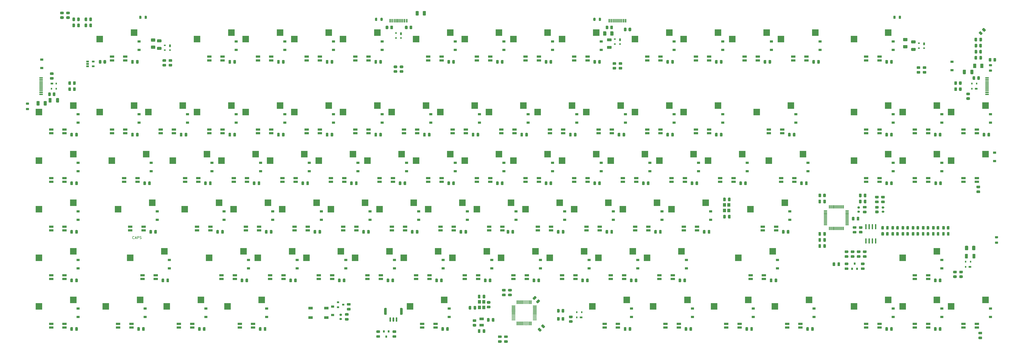
<source format=gbp>
%TF.GenerationSoftware,KiCad,Pcbnew,(5.1.10)-1*%
%TF.CreationDate,2021-10-11T22:19:29-04:00*%
%TF.ProjectId,custom_keyboard,63757374-6f6d-45f6-9b65-79626f617264,rev?*%
%TF.SameCoordinates,Original*%
%TF.FileFunction,Paste,Bot*%
%TF.FilePolarity,Positive*%
%FSLAX46Y46*%
G04 Gerber Fmt 4.6, Leading zero omitted, Abs format (unit mm)*
G04 Created by KiCad (PCBNEW (5.1.10)-1) date 2021-10-11 22:19:29*
%MOMM*%
%LPD*%
G01*
G04 APERTURE LIST*
%ADD10C,0.150000*%
%ADD11R,1.800000X1.000000*%
%ADD12R,1.060000X0.650000*%
%ADD13R,1.200000X0.900000*%
%ADD14R,0.700000X1.000000*%
%ADD15R,0.700000X0.600000*%
%ADD16O,0.588000X2.045000*%
%ADD17R,0.600000X1.450000*%
%ADD18R,0.300000X1.450000*%
%ADD19R,1.200000X1.400000*%
%ADD20R,0.900000X0.800000*%
%ADD21R,1.800000X1.100000*%
%ADD22R,0.800000X0.900000*%
%ADD23R,1.000000X0.700000*%
%ADD24R,0.600000X0.700000*%
%ADD25R,1.450000X0.600000*%
%ADD26R,1.450000X0.300000*%
%ADD27O,0.270000X1.500000*%
%ADD28O,1.500000X0.270000*%
%ADD29R,1.800000X0.900000*%
%ADD30R,2.550000X2.500000*%
G04 APERTURE END LIST*
%TO.C,MX52*%
D10*
X178280961Y-264591042D02*
X178233342Y-264638661D01*
X178090485Y-264686280D01*
X177995247Y-264686280D01*
X177852390Y-264638661D01*
X177757152Y-264543423D01*
X177709533Y-264448185D01*
X177661914Y-264257709D01*
X177661914Y-264114852D01*
X177709533Y-263924376D01*
X177757152Y-263829138D01*
X177852390Y-263733900D01*
X177995247Y-263686280D01*
X178090485Y-263686280D01*
X178233342Y-263733900D01*
X178280961Y-263781519D01*
X178661914Y-264400566D02*
X179138104Y-264400566D01*
X178566676Y-264686280D02*
X178900009Y-263686280D01*
X179233342Y-264686280D01*
X179566676Y-264686280D02*
X179566676Y-263686280D01*
X179947628Y-263686280D01*
X180042866Y-263733900D01*
X180090485Y-263781519D01*
X180138104Y-263876757D01*
X180138104Y-264019614D01*
X180090485Y-264114852D01*
X180042866Y-264162471D01*
X179947628Y-264210090D01*
X179566676Y-264210090D01*
X180519057Y-264638661D02*
X180661914Y-264686280D01*
X180900009Y-264686280D01*
X180995247Y-264638661D01*
X181042866Y-264591042D01*
X181090485Y-264495804D01*
X181090485Y-264400566D01*
X181042866Y-264305328D01*
X180995247Y-264257709D01*
X180900009Y-264210090D01*
X180709533Y-264162471D01*
X180614295Y-264114852D01*
X180566676Y-264067233D01*
X180519057Y-263971995D01*
X180519057Y-263876757D01*
X180566676Y-263781519D01*
X180614295Y-263733900D01*
X180709533Y-263686280D01*
X180947628Y-263686280D01*
X181090485Y-263733900D01*
%TD*%
D11*
%TO.C,Y2*%
X314305200Y-298550100D03*
X314305200Y-296050100D03*
%TD*%
D12*
%TO.C,U12*%
X162221100Y-196993900D03*
X162221100Y-195093900D03*
X160021100Y-195093900D03*
X160021100Y-196043900D03*
X160021100Y-196993900D03*
%TD*%
%TO.C,R30*%
G36*
G01*
X258868050Y-295681400D02*
X259418050Y-295681400D01*
G75*
G02*
X259618050Y-295881400I0J-200000D01*
G01*
X259618050Y-296281400D01*
G75*
G02*
X259418050Y-296481400I-200000J0D01*
G01*
X258868050Y-296481400D01*
G75*
G02*
X258668050Y-296281400I0J200000D01*
G01*
X258668050Y-295881400D01*
G75*
G02*
X258868050Y-295681400I200000J0D01*
G01*
G37*
G36*
G01*
X258868050Y-294031400D02*
X259418050Y-294031400D01*
G75*
G02*
X259618050Y-294231400I0J-200000D01*
G01*
X259618050Y-294631400D01*
G75*
G02*
X259418050Y-294831400I-200000J0D01*
G01*
X258868050Y-294831400D01*
G75*
G02*
X258668050Y-294631400I0J200000D01*
G01*
X258668050Y-294231400D01*
G75*
G02*
X258868050Y-294031400I200000J0D01*
G01*
G37*
%TD*%
%TO.C,R23*%
G36*
G01*
X471732800Y-252765300D02*
X471182800Y-252765300D01*
G75*
G02*
X470982800Y-252565300I0J200000D01*
G01*
X470982800Y-252165300D01*
G75*
G02*
X471182800Y-251965300I200000J0D01*
G01*
X471732800Y-251965300D01*
G75*
G02*
X471932800Y-252165300I0J-200000D01*
G01*
X471932800Y-252565300D01*
G75*
G02*
X471732800Y-252765300I-200000J0D01*
G01*
G37*
G36*
G01*
X471732800Y-254415300D02*
X471182800Y-254415300D01*
G75*
G02*
X470982800Y-254215300I0J200000D01*
G01*
X470982800Y-253815300D01*
G75*
G02*
X471182800Y-253615300I200000J0D01*
G01*
X471732800Y-253615300D01*
G75*
G02*
X471932800Y-253815300I0J-200000D01*
G01*
X471932800Y-254215300D01*
G75*
G02*
X471732800Y-254415300I-200000J0D01*
G01*
G37*
%TD*%
%TO.C,R21*%
G36*
G01*
X461658400Y-253615300D02*
X462208400Y-253615300D01*
G75*
G02*
X462408400Y-253815300I0J-200000D01*
G01*
X462408400Y-254215300D01*
G75*
G02*
X462208400Y-254415300I-200000J0D01*
G01*
X461658400Y-254415300D01*
G75*
G02*
X461458400Y-254215300I0J200000D01*
G01*
X461458400Y-253815300D01*
G75*
G02*
X461658400Y-253615300I200000J0D01*
G01*
G37*
G36*
G01*
X461658400Y-251965300D02*
X462208400Y-251965300D01*
G75*
G02*
X462408400Y-252165300I0J-200000D01*
G01*
X462408400Y-252565300D01*
G75*
G02*
X462208400Y-252765300I-200000J0D01*
G01*
X461658400Y-252765300D01*
G75*
G02*
X461458400Y-252565300I0J200000D01*
G01*
X461458400Y-252165300D01*
G75*
G02*
X461658400Y-251965300I200000J0D01*
G01*
G37*
%TD*%
%TO.C,UD7*%
G36*
G01*
X496512500Y-263170950D02*
X496512500Y-262258450D01*
G75*
G02*
X496756250Y-262014700I243750J0D01*
G01*
X497243750Y-262014700D01*
G75*
G02*
X497487500Y-262258450I0J-243750D01*
G01*
X497487500Y-263170950D01*
G75*
G02*
X497243750Y-263414700I-243750J0D01*
G01*
X496756250Y-263414700D01*
G75*
G02*
X496512500Y-263170950I0J243750D01*
G01*
G37*
G36*
G01*
X494637500Y-263170950D02*
X494637500Y-262258450D01*
G75*
G02*
X494881250Y-262014700I243750J0D01*
G01*
X495368750Y-262014700D01*
G75*
G02*
X495612500Y-262258450I0J-243750D01*
G01*
X495612500Y-263170950D01*
G75*
G02*
X495368750Y-263414700I-243750J0D01*
G01*
X494881250Y-263414700D01*
G75*
G02*
X494637500Y-263170950I0J243750D01*
G01*
G37*
%TD*%
%TO.C,UD6*%
G36*
G01*
X492544000Y-263170950D02*
X492544000Y-262258450D01*
G75*
G02*
X492787750Y-262014700I243750J0D01*
G01*
X493275250Y-262014700D01*
G75*
G02*
X493519000Y-262258450I0J-243750D01*
G01*
X493519000Y-263170950D01*
G75*
G02*
X493275250Y-263414700I-243750J0D01*
G01*
X492787750Y-263414700D01*
G75*
G02*
X492544000Y-263170950I0J243750D01*
G01*
G37*
G36*
G01*
X490669000Y-263170950D02*
X490669000Y-262258450D01*
G75*
G02*
X490912750Y-262014700I243750J0D01*
G01*
X491400250Y-262014700D01*
G75*
G02*
X491644000Y-262258450I0J-243750D01*
G01*
X491644000Y-263170950D01*
G75*
G02*
X491400250Y-263414700I-243750J0D01*
G01*
X490912750Y-263414700D01*
G75*
G02*
X490669000Y-263170950I0J243750D01*
G01*
G37*
%TD*%
%TO.C,UD5*%
G36*
G01*
X488575500Y-263170950D02*
X488575500Y-262258450D01*
G75*
G02*
X488819250Y-262014700I243750J0D01*
G01*
X489306750Y-262014700D01*
G75*
G02*
X489550500Y-262258450I0J-243750D01*
G01*
X489550500Y-263170950D01*
G75*
G02*
X489306750Y-263414700I-243750J0D01*
G01*
X488819250Y-263414700D01*
G75*
G02*
X488575500Y-263170950I0J243750D01*
G01*
G37*
G36*
G01*
X486700500Y-263170950D02*
X486700500Y-262258450D01*
G75*
G02*
X486944250Y-262014700I243750J0D01*
G01*
X487431750Y-262014700D01*
G75*
G02*
X487675500Y-262258450I0J-243750D01*
G01*
X487675500Y-263170950D01*
G75*
G02*
X487431750Y-263414700I-243750J0D01*
G01*
X486944250Y-263414700D01*
G75*
G02*
X486700500Y-263170950I0J243750D01*
G01*
G37*
%TD*%
%TO.C,UD4*%
G36*
G01*
X483707000Y-259877350D02*
X483707000Y-260789850D01*
G75*
G02*
X483463250Y-261033600I-243750J0D01*
G01*
X482975750Y-261033600D01*
G75*
G02*
X482732000Y-260789850I0J243750D01*
G01*
X482732000Y-259877350D01*
G75*
G02*
X482975750Y-259633600I243750J0D01*
G01*
X483463250Y-259633600D01*
G75*
G02*
X483707000Y-259877350I0J-243750D01*
G01*
G37*
G36*
G01*
X485582000Y-259877350D02*
X485582000Y-260789850D01*
G75*
G02*
X485338250Y-261033600I-243750J0D01*
G01*
X484850750Y-261033600D01*
G75*
G02*
X484607000Y-260789850I0J243750D01*
G01*
X484607000Y-259877350D01*
G75*
G02*
X484850750Y-259633600I243750J0D01*
G01*
X485338250Y-259633600D01*
G75*
G02*
X485582000Y-259877350I0J-243750D01*
G01*
G37*
%TD*%
%TO.C,UD3*%
G36*
G01*
X479738500Y-259877350D02*
X479738500Y-260789850D01*
G75*
G02*
X479494750Y-261033600I-243750J0D01*
G01*
X479007250Y-261033600D01*
G75*
G02*
X478763500Y-260789850I0J243750D01*
G01*
X478763500Y-259877350D01*
G75*
G02*
X479007250Y-259633600I243750J0D01*
G01*
X479494750Y-259633600D01*
G75*
G02*
X479738500Y-259877350I0J-243750D01*
G01*
G37*
G36*
G01*
X481613500Y-259877350D02*
X481613500Y-260789850D01*
G75*
G02*
X481369750Y-261033600I-243750J0D01*
G01*
X480882250Y-261033600D01*
G75*
G02*
X480638500Y-260789850I0J243750D01*
G01*
X480638500Y-259877350D01*
G75*
G02*
X480882250Y-259633600I243750J0D01*
G01*
X481369750Y-259633600D01*
G75*
G02*
X481613500Y-259877350I0J-243750D01*
G01*
G37*
%TD*%
%TO.C,UD2*%
G36*
G01*
X475770000Y-259877350D02*
X475770000Y-260789850D01*
G75*
G02*
X475526250Y-261033600I-243750J0D01*
G01*
X475038750Y-261033600D01*
G75*
G02*
X474795000Y-260789850I0J243750D01*
G01*
X474795000Y-259877350D01*
G75*
G02*
X475038750Y-259633600I243750J0D01*
G01*
X475526250Y-259633600D01*
G75*
G02*
X475770000Y-259877350I0J-243750D01*
G01*
G37*
G36*
G01*
X477645000Y-259877350D02*
X477645000Y-260789850D01*
G75*
G02*
X477401250Y-261033600I-243750J0D01*
G01*
X476913750Y-261033600D01*
G75*
G02*
X476670000Y-260789850I0J243750D01*
G01*
X476670000Y-259877350D01*
G75*
G02*
X476913750Y-259633600I243750J0D01*
G01*
X477401250Y-259633600D01*
G75*
G02*
X477645000Y-259877350I0J-243750D01*
G01*
G37*
%TD*%
%TO.C,UD1*%
G36*
G01*
X471801500Y-259877350D02*
X471801500Y-260789850D01*
G75*
G02*
X471557750Y-261033600I-243750J0D01*
G01*
X471070250Y-261033600D01*
G75*
G02*
X470826500Y-260789850I0J243750D01*
G01*
X470826500Y-259877350D01*
G75*
G02*
X471070250Y-259633600I243750J0D01*
G01*
X471557750Y-259633600D01*
G75*
G02*
X471801500Y-259877350I0J-243750D01*
G01*
G37*
G36*
G01*
X473676500Y-259877350D02*
X473676500Y-260789850D01*
G75*
G02*
X473432750Y-261033600I-243750J0D01*
G01*
X472945250Y-261033600D01*
G75*
G02*
X472701500Y-260789850I0J243750D01*
G01*
X472701500Y-259877350D01*
G75*
G02*
X472945250Y-259633600I243750J0D01*
G01*
X473432750Y-259633600D01*
G75*
G02*
X473676500Y-259877350I0J-243750D01*
G01*
G37*
%TD*%
%TO.C,D10*%
G36*
G01*
X459889750Y-261577300D02*
X460802250Y-261577300D01*
G75*
G02*
X461046000Y-261821050I0J-243750D01*
G01*
X461046000Y-262308550D01*
G75*
G02*
X460802250Y-262552300I-243750J0D01*
G01*
X459889750Y-262552300D01*
G75*
G02*
X459646000Y-262308550I0J243750D01*
G01*
X459646000Y-261821050D01*
G75*
G02*
X459889750Y-261577300I243750J0D01*
G01*
G37*
G36*
G01*
X459889750Y-259702300D02*
X460802250Y-259702300D01*
G75*
G02*
X461046000Y-259946050I0J-243750D01*
G01*
X461046000Y-260433550D01*
G75*
G02*
X460802250Y-260677300I-243750J0D01*
G01*
X459889750Y-260677300D01*
G75*
G02*
X459646000Y-260433550I0J243750D01*
G01*
X459646000Y-259946050D01*
G75*
G02*
X459889750Y-259702300I243750J0D01*
G01*
G37*
%TD*%
%TO.C,C34*%
G36*
G01*
X506486900Y-272095401D02*
X506486900Y-270795399D01*
G75*
G02*
X506736899Y-270545400I249999J0D01*
G01*
X507386901Y-270545400D01*
G75*
G02*
X507636900Y-270795399I0J-249999D01*
G01*
X507636900Y-272095401D01*
G75*
G02*
X507386901Y-272345400I-249999J0D01*
G01*
X506736899Y-272345400D01*
G75*
G02*
X506486900Y-272095401I0J249999D01*
G01*
G37*
G36*
G01*
X503536900Y-272095401D02*
X503536900Y-270795399D01*
G75*
G02*
X503786899Y-270545400I249999J0D01*
G01*
X504436901Y-270545400D01*
G75*
G02*
X504686900Y-270795399I0J-249999D01*
G01*
X504686900Y-272095401D01*
G75*
G02*
X504436901Y-272345400I-249999J0D01*
G01*
X503786899Y-272345400D01*
G75*
G02*
X503536900Y-272095401I0J249999D01*
G01*
G37*
%TD*%
%TO.C,C25*%
G36*
G01*
X187456899Y-189403750D02*
X188756901Y-189403750D01*
G75*
G02*
X189006900Y-189653749I0J-249999D01*
G01*
X189006900Y-190303751D01*
G75*
G02*
X188756901Y-190553750I-249999J0D01*
G01*
X187456899Y-190553750D01*
G75*
G02*
X187206900Y-190303751I0J249999D01*
G01*
X187206900Y-189653749D01*
G75*
G02*
X187456899Y-189403750I249999J0D01*
G01*
G37*
G36*
G01*
X187456899Y-186453750D02*
X188756901Y-186453750D01*
G75*
G02*
X189006900Y-186703749I0J-249999D01*
G01*
X189006900Y-187353751D01*
G75*
G02*
X188756901Y-187603750I-249999J0D01*
G01*
X187456899Y-187603750D01*
G75*
G02*
X187206900Y-187353751I0J249999D01*
G01*
X187206900Y-186703749D01*
G75*
G02*
X187456899Y-186453750I249999J0D01*
G01*
G37*
%TD*%
%TO.C,C23*%
G36*
G01*
X147734500Y-210980501D02*
X147734500Y-209680499D01*
G75*
G02*
X147984499Y-209430500I249999J0D01*
G01*
X148634501Y-209430500D01*
G75*
G02*
X148884500Y-209680499I0J-249999D01*
G01*
X148884500Y-210980501D01*
G75*
G02*
X148634501Y-211230500I-249999J0D01*
G01*
X147984499Y-211230500D01*
G75*
G02*
X147734500Y-210980501I0J249999D01*
G01*
G37*
G36*
G01*
X144784500Y-210980501D02*
X144784500Y-209680499D01*
G75*
G02*
X145034499Y-209430500I249999J0D01*
G01*
X145684501Y-209430500D01*
G75*
G02*
X145934500Y-209680499I0J-249999D01*
G01*
X145934500Y-210980501D01*
G75*
G02*
X145684501Y-211230500I-249999J0D01*
G01*
X145034499Y-211230500D01*
G75*
G02*
X144784500Y-210980501I0J249999D01*
G01*
G37*
%TD*%
%TO.C,C13*%
G36*
G01*
X482713299Y-189800600D02*
X484013301Y-189800600D01*
G75*
G02*
X484263300Y-190050599I0J-249999D01*
G01*
X484263300Y-190700601D01*
G75*
G02*
X484013301Y-190950600I-249999J0D01*
G01*
X482713299Y-190950600D01*
G75*
G02*
X482463300Y-190700601I0J249999D01*
G01*
X482463300Y-190050599D01*
G75*
G02*
X482713299Y-189800600I249999J0D01*
G01*
G37*
G36*
G01*
X482713299Y-186850600D02*
X484013301Y-186850600D01*
G75*
G02*
X484263300Y-187100599I0J-249999D01*
G01*
X484263300Y-187750601D01*
G75*
G02*
X484013301Y-188000600I-249999J0D01*
G01*
X482713299Y-188000600D01*
G75*
G02*
X482463300Y-187750601I0J249999D01*
G01*
X482463300Y-187100599D01*
G75*
G02*
X482713299Y-186850600I249999J0D01*
G01*
G37*
%TD*%
%TO.C,C10*%
G36*
G01*
X503893200Y-198568699D02*
X503893200Y-199868701D01*
G75*
G02*
X503643201Y-200118700I-249999J0D01*
G01*
X502993199Y-200118700D01*
G75*
G02*
X502743200Y-199868701I0J249999D01*
G01*
X502743200Y-198568699D01*
G75*
G02*
X502993199Y-198318700I249999J0D01*
G01*
X503643201Y-198318700D01*
G75*
G02*
X503893200Y-198568699I0J-249999D01*
G01*
G37*
G36*
G01*
X506843200Y-198568699D02*
X506843200Y-199868701D01*
G75*
G02*
X506593201Y-200118700I-249999J0D01*
G01*
X505943199Y-200118700D01*
G75*
G02*
X505693200Y-199868701I0J249999D01*
G01*
X505693200Y-198568699D01*
G75*
G02*
X505943199Y-198318700I249999J0D01*
G01*
X506593201Y-198318700D01*
G75*
G02*
X506843200Y-198568699I0J-249999D01*
G01*
G37*
%TD*%
%TO.C,C2*%
G36*
G01*
X363658299Y-189006900D02*
X364958301Y-189006900D01*
G75*
G02*
X365208300Y-189256899I0J-249999D01*
G01*
X365208300Y-189906901D01*
G75*
G02*
X364958301Y-190156900I-249999J0D01*
G01*
X363658299Y-190156900D01*
G75*
G02*
X363408300Y-189906901I0J249999D01*
G01*
X363408300Y-189256899D01*
G75*
G02*
X363658299Y-189006900I249999J0D01*
G01*
G37*
G36*
G01*
X363658299Y-186056900D02*
X364958301Y-186056900D01*
G75*
G02*
X365208300Y-186306899I0J-249999D01*
G01*
X365208300Y-186956901D01*
G75*
G02*
X364958301Y-187206900I-249999J0D01*
G01*
X363658299Y-187206900D01*
G75*
G02*
X363408300Y-186956901I0J249999D01*
G01*
X363408300Y-186306899D01*
G75*
G02*
X363658299Y-186056900I249999J0D01*
G01*
G37*
%TD*%
%TO.C,C7*%
G36*
G01*
X509211700Y-194137800D02*
X509211700Y-193187800D01*
G75*
G02*
X509461700Y-192937800I250000J0D01*
G01*
X509961700Y-192937800D01*
G75*
G02*
X510211700Y-193187800I0J-250000D01*
G01*
X510211700Y-194137800D01*
G75*
G02*
X509961700Y-194387800I-250000J0D01*
G01*
X509461700Y-194387800D01*
G75*
G02*
X509211700Y-194137800I0J250000D01*
G01*
G37*
G36*
G01*
X507311700Y-194137800D02*
X507311700Y-193187800D01*
G75*
G02*
X507561700Y-192937800I250000J0D01*
G01*
X508061700Y-192937800D01*
G75*
G02*
X508311700Y-193187800I0J-250000D01*
G01*
X508311700Y-194137800D01*
G75*
G02*
X508061700Y-194387800I-250000J0D01*
G01*
X507561700Y-194387800D01*
G75*
G02*
X507311700Y-194137800I0J250000D01*
G01*
G37*
%TD*%
%TO.C,C8*%
G36*
G01*
X508311700Y-186044500D02*
X508311700Y-186994500D01*
G75*
G02*
X508061700Y-187244500I-250000J0D01*
G01*
X507561700Y-187244500D01*
G75*
G02*
X507311700Y-186994500I0J250000D01*
G01*
X507311700Y-186044500D01*
G75*
G02*
X507561700Y-185794500I250000J0D01*
G01*
X508061700Y-185794500D01*
G75*
G02*
X508311700Y-186044500I0J-250000D01*
G01*
G37*
G36*
G01*
X510211700Y-186044500D02*
X510211700Y-186994500D01*
G75*
G02*
X509961700Y-187244500I-250000J0D01*
G01*
X509461700Y-187244500D01*
G75*
G02*
X509211700Y-186994500I0J250000D01*
G01*
X509211700Y-186044500D01*
G75*
G02*
X509461700Y-185794500I250000J0D01*
G01*
X509961700Y-185794500D01*
G75*
G02*
X510211700Y-186044500I0J-250000D01*
G01*
G37*
%TD*%
%TO.C,C1*%
G36*
G01*
X311183550Y-292159750D02*
X311183550Y-291209750D01*
G75*
G02*
X311433550Y-290959750I250000J0D01*
G01*
X311933550Y-290959750D01*
G75*
G02*
X312183550Y-291209750I0J-250000D01*
G01*
X312183550Y-292159750D01*
G75*
G02*
X311933550Y-292409750I-250000J0D01*
G01*
X311433550Y-292409750D01*
G75*
G02*
X311183550Y-292159750I0J250000D01*
G01*
G37*
G36*
G01*
X309283550Y-292159750D02*
X309283550Y-291209750D01*
G75*
G02*
X309533550Y-290959750I250000J0D01*
G01*
X310033550Y-290959750D01*
G75*
G02*
X310283550Y-291209750I0J-250000D01*
G01*
X310283550Y-292159750D01*
G75*
G02*
X310033550Y-292409750I-250000J0D01*
G01*
X309533550Y-292409750D01*
G75*
G02*
X309283550Y-292159750I0J250000D01*
G01*
G37*
%TD*%
%TO.C,C3*%
G36*
G01*
X314755200Y-287794400D02*
X314755200Y-286844400D01*
G75*
G02*
X315005200Y-286594400I250000J0D01*
G01*
X315505200Y-286594400D01*
G75*
G02*
X315755200Y-286844400I0J-250000D01*
G01*
X315755200Y-287794400D01*
G75*
G02*
X315505200Y-288044400I-250000J0D01*
G01*
X315005200Y-288044400D01*
G75*
G02*
X314755200Y-287794400I0J250000D01*
G01*
G37*
G36*
G01*
X312855200Y-287794400D02*
X312855200Y-286844400D01*
G75*
G02*
X313105200Y-286594400I250000J0D01*
G01*
X313605200Y-286594400D01*
G75*
G02*
X313855200Y-286844400I0J-250000D01*
G01*
X313855200Y-287794400D01*
G75*
G02*
X313605200Y-288044400I-250000J0D01*
G01*
X313105200Y-288044400D01*
G75*
G02*
X312855200Y-287794400I0J250000D01*
G01*
G37*
%TD*%
%TO.C,C37*%
G36*
G01*
X464789500Y-270201700D02*
X463839500Y-270201700D01*
G75*
G02*
X463589500Y-269951700I0J250000D01*
G01*
X463589500Y-269451700D01*
G75*
G02*
X463839500Y-269201700I250000J0D01*
G01*
X464789500Y-269201700D01*
G75*
G02*
X465039500Y-269451700I0J-250000D01*
G01*
X465039500Y-269951700D01*
G75*
G02*
X464789500Y-270201700I-250000J0D01*
G01*
G37*
G36*
G01*
X464789500Y-272101700D02*
X463839500Y-272101700D01*
G75*
G02*
X463589500Y-271851700I0J250000D01*
G01*
X463589500Y-271351700D01*
G75*
G02*
X463839500Y-271101700I250000J0D01*
G01*
X464789500Y-271101700D01*
G75*
G02*
X465039500Y-271351700I0J-250000D01*
G01*
X465039500Y-271851700D01*
G75*
G02*
X464789500Y-272101700I-250000J0D01*
G01*
G37*
%TD*%
%TO.C,C11*%
G36*
G01*
X468601700Y-249671800D02*
X469551700Y-249671800D01*
G75*
G02*
X469801700Y-249921800I0J-250000D01*
G01*
X469801700Y-250421800D01*
G75*
G02*
X469551700Y-250671800I-250000J0D01*
G01*
X468601700Y-250671800D01*
G75*
G02*
X468351700Y-250421800I0J250000D01*
G01*
X468351700Y-249921800D01*
G75*
G02*
X468601700Y-249671800I250000J0D01*
G01*
G37*
G36*
G01*
X468601700Y-247771800D02*
X469551700Y-247771800D01*
G75*
G02*
X469801700Y-248021800I0J-250000D01*
G01*
X469801700Y-248521800D01*
G75*
G02*
X469551700Y-248771800I-250000J0D01*
G01*
X468601700Y-248771800D01*
G75*
G02*
X468351700Y-248521800I0J250000D01*
G01*
X468351700Y-248021800D01*
G75*
G02*
X468601700Y-247771800I250000J0D01*
G01*
G37*
%TD*%
%TO.C,C32*%
G36*
G01*
X409892900Y-255493250D02*
X409892900Y-256443250D01*
G75*
G02*
X409642900Y-256693250I-250000J0D01*
G01*
X409142900Y-256693250D01*
G75*
G02*
X408892900Y-256443250I0J250000D01*
G01*
X408892900Y-255493250D01*
G75*
G02*
X409142900Y-255243250I250000J0D01*
G01*
X409642900Y-255243250D01*
G75*
G02*
X409892900Y-255493250I0J-250000D01*
G01*
G37*
G36*
G01*
X411792900Y-255493250D02*
X411792900Y-256443250D01*
G75*
G02*
X411542900Y-256693250I-250000J0D01*
G01*
X411042900Y-256693250D01*
G75*
G02*
X410792900Y-256443250I0J250000D01*
G01*
X410792900Y-255493250D01*
G75*
G02*
X411042900Y-255243250I250000J0D01*
G01*
X411542900Y-255243250D01*
G75*
G02*
X411792900Y-255493250I0J-250000D01*
G01*
G37*
%TD*%
%TO.C,C33*%
G36*
G01*
X410792900Y-249696800D02*
X410792900Y-248746800D01*
G75*
G02*
X411042900Y-248496800I250000J0D01*
G01*
X411542900Y-248496800D01*
G75*
G02*
X411792900Y-248746800I0J-250000D01*
G01*
X411792900Y-249696800D01*
G75*
G02*
X411542900Y-249946800I-250000J0D01*
G01*
X411042900Y-249946800D01*
G75*
G02*
X410792900Y-249696800I0J250000D01*
G01*
G37*
G36*
G01*
X408892900Y-249696800D02*
X408892900Y-248746800D01*
G75*
G02*
X409142900Y-248496800I250000J0D01*
G01*
X409642900Y-248496800D01*
G75*
G02*
X409892900Y-248746800I0J-250000D01*
G01*
X409892900Y-249696800D01*
G75*
G02*
X409642900Y-249946800I-250000J0D01*
G01*
X409142900Y-249946800D01*
G75*
G02*
X408892900Y-249696800I0J250000D01*
G01*
G37*
%TD*%
D13*
%TO.C,KD15*%
X156358900Y-215761200D03*
X156358900Y-219061200D03*
%TD*%
%TO.C,KD33*%
X156358900Y-234810000D03*
X156358900Y-238110000D03*
%TD*%
%TO.C,KD51*%
X156358900Y-253921400D03*
X156358900Y-257221400D03*
%TD*%
%TO.C,KD65*%
X156358900Y-272970200D03*
X156358900Y-276270200D03*
%TD*%
%TO.C,KD80*%
X182551000Y-292019000D03*
X182551000Y-295319000D03*
%TD*%
%TO.C,KD1*%
X180169900Y-187250600D03*
X180169900Y-190550600D03*
%TD*%
%TO.C,KD16*%
X180169900Y-215823800D03*
X180169900Y-219123800D03*
%TD*%
%TO.C,KD34*%
X184932100Y-234872600D03*
X184932100Y-238172600D03*
%TD*%
%TO.C,KD52*%
X187313200Y-253921400D03*
X187313200Y-257221400D03*
%TD*%
%TO.C,KD79*%
X156358900Y-291956400D03*
X156358900Y-295256400D03*
%TD*%
%TO.C,KD2*%
X218267500Y-187250600D03*
X218267500Y-190550600D03*
%TD*%
%TO.C,KD18*%
X218267500Y-215823800D03*
X218267500Y-219123800D03*
%TD*%
%TO.C,KD36*%
X227791900Y-234872600D03*
X227791900Y-238172600D03*
%TD*%
%TO.C,KD54*%
X232554100Y-253921400D03*
X232554100Y-257221400D03*
%TD*%
%TO.C,KD67*%
X223029700Y-272970200D03*
X223029700Y-276270200D03*
%TD*%
%TO.C,KD82*%
X230173000Y-292019000D03*
X230173000Y-295319000D03*
%TD*%
%TO.C,KD17*%
X199218700Y-215823800D03*
X199218700Y-219123800D03*
%TD*%
%TO.C,KD35*%
X208743100Y-234872600D03*
X208743100Y-238172600D03*
%TD*%
%TO.C,KD53*%
X213505300Y-253921400D03*
X213505300Y-257221400D03*
%TD*%
%TO.C,KD66*%
X192075400Y-272970200D03*
X192075400Y-276270200D03*
%TD*%
%TO.C,KD81*%
X206362000Y-292019000D03*
X206362000Y-295319000D03*
%TD*%
%TO.C,KD3*%
X237316300Y-187250600D03*
X237316300Y-190550600D03*
%TD*%
%TO.C,KD19*%
X237316300Y-215823800D03*
X237316300Y-219123800D03*
%TD*%
%TO.C,KD37*%
X246840700Y-234872600D03*
X246840700Y-238172600D03*
%TD*%
%TO.C,KD55*%
X251602900Y-253921400D03*
X251602900Y-257221400D03*
%TD*%
%TO.C,KD68*%
X242078500Y-272970200D03*
X242078500Y-276270200D03*
%TD*%
%TO.C,KD70*%
X280176100Y-272970200D03*
X280176100Y-276270200D03*
%TD*%
%TO.C,KD4*%
X256365100Y-187250600D03*
X256365100Y-190550600D03*
%TD*%
%TO.C,KD20*%
X256365100Y-215823800D03*
X256365100Y-219123800D03*
%TD*%
%TO.C,KD38*%
X265889500Y-234872600D03*
X265889500Y-238172600D03*
%TD*%
%TO.C,KD56*%
X270651700Y-253921400D03*
X270651700Y-257221400D03*
%TD*%
%TO.C,KD69*%
X261127300Y-272970200D03*
X261127300Y-276270200D03*
%TD*%
%TO.C,KD5*%
X275413900Y-187250600D03*
X275413900Y-190550600D03*
%TD*%
%TO.C,KD21*%
X275413900Y-215823800D03*
X275413900Y-219123800D03*
%TD*%
%TO.C,KD39*%
X284938300Y-234872600D03*
X284938300Y-238172600D03*
%TD*%
%TO.C,KD57*%
X289700500Y-253921400D03*
X289700500Y-257221400D03*
%TD*%
%TO.C,KD71*%
X299224900Y-272970200D03*
X299224900Y-276270200D03*
%TD*%
%TO.C,KD83*%
X301606000Y-292019000D03*
X301606000Y-295319000D03*
%TD*%
%TO.C,KD6*%
X303987100Y-187250600D03*
X303987100Y-190550600D03*
%TD*%
%TO.C,KD22*%
X294462700Y-215823800D03*
X294462700Y-219123800D03*
%TD*%
%TO.C,KD40*%
X303987100Y-234872600D03*
X303987100Y-238172600D03*
%TD*%
%TO.C,KD58*%
X308749300Y-253921400D03*
X308749300Y-257221400D03*
%TD*%
%TO.C,KD72*%
X318273700Y-272970200D03*
X318273700Y-276270200D03*
%TD*%
%TO.C,KD7*%
X323035900Y-187250600D03*
X323035900Y-190550600D03*
%TD*%
%TO.C,KD23*%
X313511500Y-215823800D03*
X313511500Y-219123800D03*
%TD*%
%TO.C,KD41*%
X323035900Y-234872600D03*
X323035900Y-238172600D03*
%TD*%
%TO.C,KD59*%
X327798100Y-253921400D03*
X327798100Y-257221400D03*
%TD*%
%TO.C,KD73*%
X337322500Y-272970200D03*
X337322500Y-276270200D03*
%TD*%
%TO.C,KD8*%
X342084700Y-187250600D03*
X342084700Y-190550600D03*
%TD*%
%TO.C,KD24*%
X332560300Y-215823800D03*
X332560300Y-219123800D03*
%TD*%
%TO.C,KD42*%
X342084700Y-234872600D03*
X342084700Y-238172600D03*
%TD*%
%TO.C,KD60*%
X346846900Y-253921400D03*
X346846900Y-257221400D03*
%TD*%
%TO.C,KD74*%
X356371300Y-272970200D03*
X356371300Y-276270200D03*
%TD*%
%TO.C,KD9*%
X361133500Y-187250600D03*
X361133500Y-190550600D03*
%TD*%
%TO.C,KD25*%
X351609100Y-215823800D03*
X351609100Y-219123800D03*
%TD*%
%TO.C,KD43*%
X361133500Y-234872600D03*
X361133500Y-238172600D03*
%TD*%
%TO.C,KD61*%
X365895700Y-253921400D03*
X365895700Y-257221400D03*
%TD*%
%TO.C,KD75*%
X375420100Y-272970200D03*
X375420100Y-276270200D03*
%TD*%
%TO.C,KD84*%
X373039000Y-292019000D03*
X373039000Y-295319000D03*
%TD*%
%TO.C,KD10*%
X389706700Y-187250600D03*
X389706700Y-190550600D03*
%TD*%
%TO.C,KD26*%
X370657900Y-215823800D03*
X370657900Y-219123800D03*
%TD*%
%TO.C,KD44*%
X380182300Y-234872600D03*
X380182300Y-238172600D03*
%TD*%
%TO.C,KD62*%
X384944500Y-253921400D03*
X384944500Y-257221400D03*
%TD*%
%TO.C,KD76*%
X394468900Y-272970200D03*
X394468900Y-276270200D03*
%TD*%
%TO.C,KD11*%
X408755500Y-187250600D03*
X408755500Y-190550600D03*
%TD*%
%TO.C,KD27*%
X389706700Y-215823800D03*
X389706700Y-219123800D03*
%TD*%
%TO.C,KD45*%
X399231100Y-234872600D03*
X399231100Y-238172600D03*
%TD*%
%TO.C,KD63*%
X403993300Y-253921400D03*
X403993300Y-257221400D03*
%TD*%
%TO.C,KD85*%
X396850000Y-292019000D03*
X396850000Y-295319000D03*
%TD*%
%TO.C,KD86*%
X420661000Y-292019000D03*
X420661000Y-295319000D03*
%TD*%
%TO.C,KD12*%
X427804300Y-187250600D03*
X427804300Y-190550600D03*
%TD*%
%TO.C,KD28*%
X408755500Y-215823800D03*
X408755500Y-219123800D03*
%TD*%
%TO.C,KD46*%
X418279900Y-234872600D03*
X418279900Y-238172600D03*
%TD*%
%TO.C,KD87*%
X444472000Y-292019000D03*
X444472000Y-295319000D03*
%TD*%
%TO.C,KD13*%
X446853100Y-187250600D03*
X446853100Y-190550600D03*
%TD*%
%TO.C,KD29*%
X437328700Y-215823800D03*
X437328700Y-219123800D03*
%TD*%
%TO.C,KD47*%
X442090900Y-234872600D03*
X442090900Y-238172600D03*
%TD*%
%TO.C,KD64*%
X434947600Y-253921400D03*
X434947600Y-257221400D03*
%TD*%
%TO.C,KD77*%
X430185400Y-272970200D03*
X430185400Y-276270200D03*
%TD*%
%TO.C,KD88*%
X475426300Y-292019000D03*
X475426300Y-295319000D03*
%TD*%
%TO.C,KD14*%
X475426300Y-187250600D03*
X475426300Y-190550600D03*
%TD*%
%TO.C,KD30*%
X475426300Y-215823800D03*
X475426300Y-219123800D03*
%TD*%
%TO.C,KD48*%
X475426300Y-234872600D03*
X475426300Y-238172600D03*
%TD*%
%TO.C,KD31*%
X494475100Y-215823800D03*
X494475100Y-219123800D03*
%TD*%
%TO.C,KD49*%
X494475100Y-234872600D03*
X494475100Y-238172600D03*
%TD*%
%TO.C,KD78*%
X494475100Y-272970200D03*
X494475100Y-276270200D03*
%TD*%
%TO.C,KD89*%
X494475100Y-292019000D03*
X494475100Y-295319000D03*
%TD*%
%TO.C,KD32*%
X513523900Y-215823800D03*
X513523900Y-219123800D03*
%TD*%
%TO.C,KD50*%
X515111300Y-230904100D03*
X515111300Y-234204100D03*
%TD*%
%TO.C,KD90*%
X513523900Y-292019000D03*
X513523900Y-295319000D03*
%TD*%
%TO.C,R14*%
G36*
G01*
X508361700Y-190831698D02*
X508361700Y-191731702D01*
G75*
G02*
X508111702Y-191981700I-249998J0D01*
G01*
X507586698Y-191981700D01*
G75*
G02*
X507336700Y-191731702I0J249998D01*
G01*
X507336700Y-190831698D01*
G75*
G02*
X507586698Y-190581700I249998J0D01*
G01*
X508111702Y-190581700D01*
G75*
G02*
X508361700Y-190831698I0J-249998D01*
G01*
G37*
G36*
G01*
X510186700Y-190831698D02*
X510186700Y-191731702D01*
G75*
G02*
X509936702Y-191981700I-249998J0D01*
G01*
X509411698Y-191981700D01*
G75*
G02*
X509161700Y-191731702I0J249998D01*
G01*
X509161700Y-190831698D01*
G75*
G02*
X509411698Y-190581700I249998J0D01*
G01*
X509936702Y-190581700D01*
G75*
G02*
X510186700Y-190831698I0J-249998D01*
G01*
G37*
%TD*%
%TO.C,R15*%
G36*
G01*
X510950143Y-183380056D02*
X510313744Y-182743657D01*
G75*
G02*
X510313744Y-182390107I176775J176775D01*
G01*
X510684977Y-182018874D01*
G75*
G02*
X511038527Y-182018874I176775J-176775D01*
G01*
X511674926Y-182655273D01*
G75*
G02*
X511674926Y-183008823I-176775J-176775D01*
G01*
X511303693Y-183380056D01*
G75*
G02*
X510950143Y-183380056I-176775J176775D01*
G01*
G37*
G36*
G01*
X509659673Y-184670526D02*
X509023274Y-184034127D01*
G75*
G02*
X509023274Y-183680577I176775J176775D01*
G01*
X509394507Y-183309344D01*
G75*
G02*
X509748057Y-183309344I176775J-176775D01*
G01*
X510384456Y-183945743D01*
G75*
G02*
X510384456Y-184299293I-176775J-176775D01*
G01*
X510013223Y-184670526D01*
G75*
G02*
X509659673Y-184670526I-176775J176775D01*
G01*
G37*
%TD*%
%TO.C,R4*%
G36*
G01*
X282507198Y-198520100D02*
X283407202Y-198520100D01*
G75*
G02*
X283657200Y-198770098I0J-249998D01*
G01*
X283657200Y-199295102D01*
G75*
G02*
X283407202Y-199545100I-249998J0D01*
G01*
X282507198Y-199545100D01*
G75*
G02*
X282257200Y-199295102I0J249998D01*
G01*
X282257200Y-198770098D01*
G75*
G02*
X282507198Y-198520100I249998J0D01*
G01*
G37*
G36*
G01*
X282507198Y-196695100D02*
X283407202Y-196695100D01*
G75*
G02*
X283657200Y-196945098I0J-249998D01*
G01*
X283657200Y-197470102D01*
G75*
G02*
X283407202Y-197720100I-249998J0D01*
G01*
X282507198Y-197720100D01*
G75*
G02*
X282257200Y-197470102I0J249998D01*
G01*
X282257200Y-196945098D01*
G75*
G02*
X282507198Y-196695100I249998J0D01*
G01*
G37*
%TD*%
%TO.C,R2*%
G36*
G01*
X280126098Y-198520100D02*
X281026102Y-198520100D01*
G75*
G02*
X281276100Y-198770098I0J-249998D01*
G01*
X281276100Y-199295102D01*
G75*
G02*
X281026102Y-199545100I-249998J0D01*
G01*
X280126098Y-199545100D01*
G75*
G02*
X279876100Y-199295102I0J249998D01*
G01*
X279876100Y-198770098D01*
G75*
G02*
X280126098Y-198520100I249998J0D01*
G01*
G37*
G36*
G01*
X280126098Y-196695100D02*
X281026102Y-196695100D01*
G75*
G02*
X281276100Y-196945098I0J-249998D01*
G01*
X281276100Y-197470102D01*
G75*
G02*
X281026102Y-197720100I-249998J0D01*
G01*
X280126098Y-197720100D01*
G75*
G02*
X279876100Y-197470102I0J249998D01*
G01*
X279876100Y-196945098D01*
G75*
G02*
X280126098Y-196695100I249998J0D01*
G01*
G37*
%TD*%
%TO.C,R22*%
G36*
G01*
X468626698Y-253590300D02*
X469526702Y-253590300D01*
G75*
G02*
X469776700Y-253840298I0J-249998D01*
G01*
X469776700Y-254365302D01*
G75*
G02*
X469526702Y-254615300I-249998J0D01*
G01*
X468626698Y-254615300D01*
G75*
G02*
X468376700Y-254365302I0J249998D01*
G01*
X468376700Y-253840298D01*
G75*
G02*
X468626698Y-253590300I249998J0D01*
G01*
G37*
G36*
G01*
X468626698Y-251765300D02*
X469526702Y-251765300D01*
G75*
G02*
X469776700Y-252015298I0J-249998D01*
G01*
X469776700Y-252540302D01*
G75*
G02*
X469526702Y-252790300I-249998J0D01*
G01*
X468626698Y-252790300D01*
G75*
G02*
X468376700Y-252540302I0J249998D01*
G01*
X468376700Y-252015298D01*
G75*
G02*
X468626698Y-251765300I249998J0D01*
G01*
G37*
%TD*%
%TO.C,R1*%
G36*
G01*
X471851500Y-262264698D02*
X471851500Y-263164702D01*
G75*
G02*
X471601502Y-263414700I-249998J0D01*
G01*
X471076498Y-263414700D01*
G75*
G02*
X470826500Y-263164702I0J249998D01*
G01*
X470826500Y-262264698D01*
G75*
G02*
X471076498Y-262014700I249998J0D01*
G01*
X471601502Y-262014700D01*
G75*
G02*
X471851500Y-262264698I0J-249998D01*
G01*
G37*
G36*
G01*
X473676500Y-262264698D02*
X473676500Y-263164702D01*
G75*
G02*
X473426502Y-263414700I-249998J0D01*
G01*
X472901498Y-263414700D01*
G75*
G02*
X472651500Y-263164702I0J249998D01*
G01*
X472651500Y-262264698D01*
G75*
G02*
X472901498Y-262014700I249998J0D01*
G01*
X473426502Y-262014700D01*
G75*
G02*
X473676500Y-262264698I0J-249998D01*
G01*
G37*
%TD*%
%TO.C,R7*%
G36*
G01*
X475820000Y-262264698D02*
X475820000Y-263164702D01*
G75*
G02*
X475570002Y-263414700I-249998J0D01*
G01*
X475044998Y-263414700D01*
G75*
G02*
X474795000Y-263164702I0J249998D01*
G01*
X474795000Y-262264698D01*
G75*
G02*
X475044998Y-262014700I249998J0D01*
G01*
X475570002Y-262014700D01*
G75*
G02*
X475820000Y-262264698I0J-249998D01*
G01*
G37*
G36*
G01*
X477645000Y-262264698D02*
X477645000Y-263164702D01*
G75*
G02*
X477395002Y-263414700I-249998J0D01*
G01*
X476869998Y-263414700D01*
G75*
G02*
X476620000Y-263164702I0J249998D01*
G01*
X476620000Y-262264698D01*
G75*
G02*
X476869998Y-262014700I249998J0D01*
G01*
X477395002Y-262014700D01*
G75*
G02*
X477645000Y-262264698I0J-249998D01*
G01*
G37*
%TD*%
%TO.C,R17*%
G36*
G01*
X479788500Y-262264698D02*
X479788500Y-263164702D01*
G75*
G02*
X479538502Y-263414700I-249998J0D01*
G01*
X479013498Y-263414700D01*
G75*
G02*
X478763500Y-263164702I0J249998D01*
G01*
X478763500Y-262264698D01*
G75*
G02*
X479013498Y-262014700I249998J0D01*
G01*
X479538502Y-262014700D01*
G75*
G02*
X479788500Y-262264698I0J-249998D01*
G01*
G37*
G36*
G01*
X481613500Y-262264698D02*
X481613500Y-263164702D01*
G75*
G02*
X481363502Y-263414700I-249998J0D01*
G01*
X480838498Y-263414700D01*
G75*
G02*
X480588500Y-263164702I0J249998D01*
G01*
X480588500Y-262264698D01*
G75*
G02*
X480838498Y-262014700I249998J0D01*
G01*
X481363502Y-262014700D01*
G75*
G02*
X481613500Y-262264698I0J-249998D01*
G01*
G37*
%TD*%
%TO.C,R18*%
G36*
G01*
X483757000Y-262264698D02*
X483757000Y-263164702D01*
G75*
G02*
X483507002Y-263414700I-249998J0D01*
G01*
X482981998Y-263414700D01*
G75*
G02*
X482732000Y-263164702I0J249998D01*
G01*
X482732000Y-262264698D01*
G75*
G02*
X482981998Y-262014700I249998J0D01*
G01*
X483507002Y-262014700D01*
G75*
G02*
X483757000Y-262264698I0J-249998D01*
G01*
G37*
G36*
G01*
X485582000Y-262264698D02*
X485582000Y-263164702D01*
G75*
G02*
X485332002Y-263414700I-249998J0D01*
G01*
X484806998Y-263414700D01*
G75*
G02*
X484557000Y-263164702I0J249998D01*
G01*
X484557000Y-262264698D01*
G75*
G02*
X484806998Y-262014700I249998J0D01*
G01*
X485332002Y-262014700D01*
G75*
G02*
X485582000Y-262264698I0J-249998D01*
G01*
G37*
%TD*%
%TO.C,R26*%
G36*
G01*
X488525500Y-260783602D02*
X488525500Y-259883598D01*
G75*
G02*
X488775498Y-259633600I249998J0D01*
G01*
X489300502Y-259633600D01*
G75*
G02*
X489550500Y-259883598I0J-249998D01*
G01*
X489550500Y-260783602D01*
G75*
G02*
X489300502Y-261033600I-249998J0D01*
G01*
X488775498Y-261033600D01*
G75*
G02*
X488525500Y-260783602I0J249998D01*
G01*
G37*
G36*
G01*
X486700500Y-260783602D02*
X486700500Y-259883598D01*
G75*
G02*
X486950498Y-259633600I249998J0D01*
G01*
X487475502Y-259633600D01*
G75*
G02*
X487725500Y-259883598I0J-249998D01*
G01*
X487725500Y-260783602D01*
G75*
G02*
X487475502Y-261033600I-249998J0D01*
G01*
X486950498Y-261033600D01*
G75*
G02*
X486700500Y-260783602I0J249998D01*
G01*
G37*
%TD*%
%TO.C,R29*%
G36*
G01*
X492494000Y-260783602D02*
X492494000Y-259883598D01*
G75*
G02*
X492743998Y-259633600I249998J0D01*
G01*
X493269002Y-259633600D01*
G75*
G02*
X493519000Y-259883598I0J-249998D01*
G01*
X493519000Y-260783602D01*
G75*
G02*
X493269002Y-261033600I-249998J0D01*
G01*
X492743998Y-261033600D01*
G75*
G02*
X492494000Y-260783602I0J249998D01*
G01*
G37*
G36*
G01*
X490669000Y-260783602D02*
X490669000Y-259883598D01*
G75*
G02*
X490918998Y-259633600I249998J0D01*
G01*
X491444002Y-259633600D01*
G75*
G02*
X491694000Y-259883598I0J-249998D01*
G01*
X491694000Y-260783602D01*
G75*
G02*
X491444002Y-261033600I-249998J0D01*
G01*
X490918998Y-261033600D01*
G75*
G02*
X490669000Y-260783602I0J249998D01*
G01*
G37*
%TD*%
%TO.C,R32*%
G36*
G01*
X496462500Y-260783602D02*
X496462500Y-259883598D01*
G75*
G02*
X496712498Y-259633600I249998J0D01*
G01*
X497237502Y-259633600D01*
G75*
G02*
X497487500Y-259883598I0J-249998D01*
G01*
X497487500Y-260783602D01*
G75*
G02*
X497237502Y-261033600I-249998J0D01*
G01*
X496712498Y-261033600D01*
G75*
G02*
X496462500Y-260783602I0J249998D01*
G01*
G37*
G36*
G01*
X494637500Y-260783602D02*
X494637500Y-259883598D01*
G75*
G02*
X494887498Y-259633600I249998J0D01*
G01*
X495412502Y-259633600D01*
G75*
G02*
X495662500Y-259883598I0J-249998D01*
G01*
X495662500Y-260783602D01*
G75*
G02*
X495412502Y-261033600I-249998J0D01*
G01*
X494887498Y-261033600D01*
G75*
G02*
X494637500Y-260783602I0J249998D01*
G01*
G37*
%TD*%
%TO.C,R38*%
G36*
G01*
X463177102Y-260727300D02*
X462277098Y-260727300D01*
G75*
G02*
X462027100Y-260477302I0J249998D01*
G01*
X462027100Y-259952298D01*
G75*
G02*
X462277098Y-259702300I249998J0D01*
G01*
X463177102Y-259702300D01*
G75*
G02*
X463427100Y-259952298I0J-249998D01*
G01*
X463427100Y-260477302D01*
G75*
G02*
X463177102Y-260727300I-249998J0D01*
G01*
G37*
G36*
G01*
X463177102Y-262552300D02*
X462277098Y-262552300D01*
G75*
G02*
X462027100Y-262302302I0J249998D01*
G01*
X462027100Y-261777298D01*
G75*
G02*
X462277098Y-261527300I249998J0D01*
G01*
X463177102Y-261527300D01*
G75*
G02*
X463427100Y-261777298I0J-249998D01*
G01*
X463427100Y-262302302D01*
G75*
G02*
X463177102Y-262552300I-249998J0D01*
G01*
G37*
%TD*%
%TO.C,R9*%
G36*
G01*
X286132000Y-182207302D02*
X286132000Y-181307298D01*
G75*
G02*
X286381998Y-181057300I249998J0D01*
G01*
X286907002Y-181057300D01*
G75*
G02*
X287157000Y-181307298I0J-249998D01*
G01*
X287157000Y-182207302D01*
G75*
G02*
X286907002Y-182457300I-249998J0D01*
G01*
X286381998Y-182457300D01*
G75*
G02*
X286132000Y-182207302I0J249998D01*
G01*
G37*
G36*
G01*
X284307000Y-182207302D02*
X284307000Y-181307298D01*
G75*
G02*
X284556998Y-181057300I249998J0D01*
G01*
X285082002Y-181057300D01*
G75*
G02*
X285332000Y-181307298I0J-249998D01*
G01*
X285332000Y-182207302D01*
G75*
G02*
X285082002Y-182457300I-249998J0D01*
G01*
X284556998Y-182457300D01*
G75*
G02*
X284307000Y-182207302I0J249998D01*
G01*
G37*
%TD*%
%TO.C,R8*%
G36*
G01*
X277791850Y-181307298D02*
X277791850Y-182207302D01*
G75*
G02*
X277541852Y-182457300I-249998J0D01*
G01*
X277016848Y-182457300D01*
G75*
G02*
X276766850Y-182207302I0J249998D01*
G01*
X276766850Y-181307298D01*
G75*
G02*
X277016848Y-181057300I249998J0D01*
G01*
X277541852Y-181057300D01*
G75*
G02*
X277791850Y-181307298I0J-249998D01*
G01*
G37*
G36*
G01*
X279616850Y-181307298D02*
X279616850Y-182207302D01*
G75*
G02*
X279366852Y-182457300I-249998J0D01*
G01*
X278841848Y-182457300D01*
G75*
G02*
X278591850Y-182207302I0J249998D01*
G01*
X278591850Y-181307298D01*
G75*
G02*
X278841848Y-181057300I249998J0D01*
G01*
X279366852Y-181057300D01*
G75*
G02*
X279616850Y-181307298I0J-249998D01*
G01*
G37*
%TD*%
%TO.C,R41*%
G36*
G01*
X448046800Y-248084402D02*
X448046800Y-247184398D01*
G75*
G02*
X448296798Y-246934400I249998J0D01*
G01*
X448821802Y-246934400D01*
G75*
G02*
X449071800Y-247184398I0J-249998D01*
G01*
X449071800Y-248084402D01*
G75*
G02*
X448821802Y-248334400I-249998J0D01*
G01*
X448296798Y-248334400D01*
G75*
G02*
X448046800Y-248084402I0J249998D01*
G01*
G37*
G36*
G01*
X446221800Y-248084402D02*
X446221800Y-247184398D01*
G75*
G02*
X446471798Y-246934400I249998J0D01*
G01*
X446996802Y-246934400D01*
G75*
G02*
X447246800Y-247184398I0J-249998D01*
G01*
X447246800Y-248084402D01*
G75*
G02*
X446996802Y-248334400I-249998J0D01*
G01*
X446471798Y-248334400D01*
G75*
G02*
X446221800Y-248084402I0J249998D01*
G01*
G37*
%TD*%
%TO.C,D2*%
X142072300Y-194393900D03*
X142072300Y-197693900D03*
%TD*%
%TO.C,D3*%
X498443600Y-195187600D03*
X498443600Y-198487600D03*
%TD*%
D14*
%TO.C,U2*%
X282763500Y-184182100D03*
D15*
X280763500Y-183982100D03*
X282763500Y-185882100D03*
X280763500Y-185882100D03*
%TD*%
D16*
%TO.C,U1*%
X464790600Y-259942700D03*
X466060600Y-259942700D03*
X467330600Y-259942700D03*
X468600600Y-259942700D03*
X464790600Y-265486700D03*
X466060600Y-265486700D03*
X467330600Y-265486700D03*
X468600600Y-265486700D03*
%TD*%
D17*
%TO.C,USB1*%
X284988500Y-179134200D03*
X278538500Y-179134200D03*
X284213500Y-179134200D03*
X279313500Y-179134200D03*
D18*
X280013500Y-179134200D03*
X283513500Y-179134200D03*
X280513500Y-179134200D03*
X283013500Y-179134200D03*
X281013500Y-179134200D03*
X282513500Y-179134200D03*
X282013500Y-179134200D03*
X281513500Y-179134200D03*
%TD*%
D19*
%TO.C,Y1*%
X315155200Y-291594200D03*
X315155200Y-289394200D03*
X313455200Y-289394200D03*
X313455200Y-291594200D03*
%TD*%
%TO.C,Y3*%
X411136600Y-253587150D03*
X411136600Y-251387150D03*
X409436600Y-251387150D03*
X409436600Y-253587150D03*
%TD*%
%TO.C,C40*%
G36*
G01*
X274301500Y-301552850D02*
X273351500Y-301552850D01*
G75*
G02*
X273101500Y-301302850I0J250000D01*
G01*
X273101500Y-300802850D01*
G75*
G02*
X273351500Y-300552850I250000J0D01*
G01*
X274301500Y-300552850D01*
G75*
G02*
X274551500Y-300802850I0J-250000D01*
G01*
X274551500Y-301302850D01*
G75*
G02*
X274301500Y-301552850I-250000J0D01*
G01*
G37*
G36*
G01*
X274301500Y-303452850D02*
X273351500Y-303452850D01*
G75*
G02*
X273101500Y-303202850I0J250000D01*
G01*
X273101500Y-302702850D01*
G75*
G02*
X273351500Y-302452850I250000J0D01*
G01*
X274301500Y-302452850D01*
G75*
G02*
X274551500Y-302702850I0J-250000D01*
G01*
X274551500Y-303202850D01*
G75*
G02*
X274301500Y-303452850I-250000J0D01*
G01*
G37*
%TD*%
%TO.C,C16*%
G36*
G01*
X335752778Y-287855877D02*
X335081027Y-288527628D01*
G75*
G02*
X334727473Y-288527628I-176777J176777D01*
G01*
X334373920Y-288174075D01*
G75*
G02*
X334373920Y-287820521I176777J176777D01*
G01*
X335045671Y-287148770D01*
G75*
G02*
X335399225Y-287148770I176777J-176777D01*
G01*
X335752778Y-287502323D01*
G75*
G02*
X335752778Y-287855877I-176777J-176777D01*
G01*
G37*
G36*
G01*
X337096280Y-289199379D02*
X336424529Y-289871130D01*
G75*
G02*
X336070975Y-289871130I-176777J176777D01*
G01*
X335717422Y-289517577D01*
G75*
G02*
X335717422Y-289164023I176777J176777D01*
G01*
X336389173Y-288492272D01*
G75*
G02*
X336742727Y-288492272I176777J-176777D01*
G01*
X337096280Y-288845825D01*
G75*
G02*
X337096280Y-289199379I-176777J-176777D01*
G01*
G37*
%TD*%
%TO.C,C17*%
G36*
G01*
X338373423Y-299639428D02*
X337701672Y-298967677D01*
G75*
G02*
X337701672Y-298614123I176777J176777D01*
G01*
X338055225Y-298260570D01*
G75*
G02*
X338408779Y-298260570I176777J-176777D01*
G01*
X339080530Y-298932321D01*
G75*
G02*
X339080530Y-299285875I-176777J-176777D01*
G01*
X338726977Y-299639428D01*
G75*
G02*
X338373423Y-299639428I-176777J176777D01*
G01*
G37*
G36*
G01*
X337029921Y-300982930D02*
X336358170Y-300311179D01*
G75*
G02*
X336358170Y-299957625I176777J176777D01*
G01*
X336711723Y-299604072D01*
G75*
G02*
X337065277Y-299604072I176777J-176777D01*
G01*
X337737028Y-300275823D01*
G75*
G02*
X337737028Y-300629377I-176777J-176777D01*
G01*
X337383475Y-300982930D01*
G75*
G02*
X337029921Y-300982930I-176777J176777D01*
G01*
G37*
%TD*%
%TO.C,C12*%
G36*
G01*
X470982800Y-249671800D02*
X471932800Y-249671800D01*
G75*
G02*
X472182800Y-249921800I0J-250000D01*
G01*
X472182800Y-250421800D01*
G75*
G02*
X471932800Y-250671800I-250000J0D01*
G01*
X470982800Y-250671800D01*
G75*
G02*
X470732800Y-250421800I0J250000D01*
G01*
X470732800Y-249921800D01*
G75*
G02*
X470982800Y-249671800I250000J0D01*
G01*
G37*
G36*
G01*
X470982800Y-247771800D02*
X471932800Y-247771800D01*
G75*
G02*
X472182800Y-248021800I0J-250000D01*
G01*
X472182800Y-248521800D01*
G75*
G02*
X471932800Y-248771800I-250000J0D01*
G01*
X470982800Y-248771800D01*
G75*
G02*
X470732800Y-248521800I0J250000D01*
G01*
X470732800Y-248021800D01*
G75*
G02*
X470982800Y-247771800I250000J0D01*
G01*
G37*
%TD*%
%TO.C,C41*%
G36*
G01*
X279701100Y-302452850D02*
X280651100Y-302452850D01*
G75*
G02*
X280901100Y-302702850I0J-250000D01*
G01*
X280901100Y-303202850D01*
G75*
G02*
X280651100Y-303452850I-250000J0D01*
G01*
X279701100Y-303452850D01*
G75*
G02*
X279451100Y-303202850I0J250000D01*
G01*
X279451100Y-302702850D01*
G75*
G02*
X279701100Y-302452850I250000J0D01*
G01*
G37*
G36*
G01*
X279701100Y-300552850D02*
X280651100Y-300552850D01*
G75*
G02*
X280901100Y-300802850I0J-250000D01*
G01*
X280901100Y-301302850D01*
G75*
G02*
X280651100Y-301552850I-250000J0D01*
G01*
X279701100Y-301552850D01*
G75*
G02*
X279451100Y-301302850I0J250000D01*
G01*
X279451100Y-300802850D01*
G75*
G02*
X279701100Y-300552850I250000J0D01*
G01*
G37*
%TD*%
%TO.C,C18*%
G36*
G01*
X324304600Y-303537100D02*
X323354600Y-303537100D01*
G75*
G02*
X323104600Y-303287100I0J250000D01*
G01*
X323104600Y-302787100D01*
G75*
G02*
X323354600Y-302537100I250000J0D01*
G01*
X324304600Y-302537100D01*
G75*
G02*
X324554600Y-302787100I0J-250000D01*
G01*
X324554600Y-303287100D01*
G75*
G02*
X324304600Y-303537100I-250000J0D01*
G01*
G37*
G36*
G01*
X324304600Y-305437100D02*
X323354600Y-305437100D01*
G75*
G02*
X323104600Y-305187100I0J250000D01*
G01*
X323104600Y-304687100D01*
G75*
G02*
X323354600Y-304437100I250000J0D01*
G01*
X324304600Y-304437100D01*
G75*
G02*
X324554600Y-304687100I0J-250000D01*
G01*
X324554600Y-305187100D01*
G75*
G02*
X324304600Y-305437100I-250000J0D01*
G01*
G37*
%TD*%
%TO.C,C19*%
G36*
G01*
X320973500Y-304437100D02*
X321923500Y-304437100D01*
G75*
G02*
X322173500Y-304687100I0J-250000D01*
G01*
X322173500Y-305187100D01*
G75*
G02*
X321923500Y-305437100I-250000J0D01*
G01*
X320973500Y-305437100D01*
G75*
G02*
X320723500Y-305187100I0J250000D01*
G01*
X320723500Y-304687100D01*
G75*
G02*
X320973500Y-304437100I250000J0D01*
G01*
G37*
G36*
G01*
X320973500Y-302537100D02*
X321923500Y-302537100D01*
G75*
G02*
X322173500Y-302787100I0J-250000D01*
G01*
X322173500Y-303287100D01*
G75*
G02*
X321923500Y-303537100I-250000J0D01*
G01*
X320973500Y-303537100D01*
G75*
G02*
X320723500Y-303287100I0J250000D01*
G01*
X320723500Y-302787100D01*
G75*
G02*
X320973500Y-302537100I250000J0D01*
G01*
G37*
%TD*%
%TO.C,C20*%
G36*
G01*
X322560900Y-286182000D02*
X323510900Y-286182000D01*
G75*
G02*
X323760900Y-286432000I0J-250000D01*
G01*
X323760900Y-286932000D01*
G75*
G02*
X323510900Y-287182000I-250000J0D01*
G01*
X322560900Y-287182000D01*
G75*
G02*
X322310900Y-286932000I0J250000D01*
G01*
X322310900Y-286432000D01*
G75*
G02*
X322560900Y-286182000I250000J0D01*
G01*
G37*
G36*
G01*
X322560900Y-284282000D02*
X323510900Y-284282000D01*
G75*
G02*
X323760900Y-284532000I0J-250000D01*
G01*
X323760900Y-285032000D01*
G75*
G02*
X323510900Y-285282000I-250000J0D01*
G01*
X322560900Y-285282000D01*
G75*
G02*
X322310900Y-285032000I0J250000D01*
G01*
X322310900Y-284532000D01*
G75*
G02*
X322560900Y-284282000I250000J0D01*
G01*
G37*
%TD*%
%TO.C,C21*%
G36*
G01*
X325892000Y-285282000D02*
X324942000Y-285282000D01*
G75*
G02*
X324692000Y-285032000I0J250000D01*
G01*
X324692000Y-284532000D01*
G75*
G02*
X324942000Y-284282000I250000J0D01*
G01*
X325892000Y-284282000D01*
G75*
G02*
X326142000Y-284532000I0J-250000D01*
G01*
X326142000Y-285032000D01*
G75*
G02*
X325892000Y-285282000I-250000J0D01*
G01*
G37*
G36*
G01*
X325892000Y-287182000D02*
X324942000Y-287182000D01*
G75*
G02*
X324692000Y-286932000I0J250000D01*
G01*
X324692000Y-286432000D01*
G75*
G02*
X324942000Y-286182000I250000J0D01*
G01*
X325892000Y-286182000D01*
G75*
G02*
X326142000Y-286432000I0J-250000D01*
G01*
X326142000Y-286932000D01*
G75*
G02*
X325892000Y-287182000I-250000J0D01*
G01*
G37*
%TD*%
%TO.C,C15*%
G36*
G01*
X261842850Y-291737900D02*
X262792850Y-291737900D01*
G75*
G02*
X263042850Y-291987900I0J-250000D01*
G01*
X263042850Y-292487900D01*
G75*
G02*
X262792850Y-292737900I-250000J0D01*
G01*
X261842850Y-292737900D01*
G75*
G02*
X261592850Y-292487900I0J250000D01*
G01*
X261592850Y-291987900D01*
G75*
G02*
X261842850Y-291737900I250000J0D01*
G01*
G37*
G36*
G01*
X261842850Y-289837900D02*
X262792850Y-289837900D01*
G75*
G02*
X263042850Y-290087900I0J-250000D01*
G01*
X263042850Y-290587900D01*
G75*
G02*
X262792850Y-290837900I-250000J0D01*
G01*
X261842850Y-290837900D01*
G75*
G02*
X261592850Y-290587900I0J250000D01*
G01*
X261592850Y-290087900D01*
G75*
G02*
X261842850Y-289837900I250000J0D01*
G01*
G37*
%TD*%
%TO.C,C22*%
G36*
G01*
X261049150Y-295706400D02*
X261999150Y-295706400D01*
G75*
G02*
X262249150Y-295956400I0J-250000D01*
G01*
X262249150Y-296456400D01*
G75*
G02*
X261999150Y-296706400I-250000J0D01*
G01*
X261049150Y-296706400D01*
G75*
G02*
X260799150Y-296456400I0J250000D01*
G01*
X260799150Y-295956400D01*
G75*
G02*
X261049150Y-295706400I250000J0D01*
G01*
G37*
G36*
G01*
X261049150Y-293806400D02*
X261999150Y-293806400D01*
G75*
G02*
X262249150Y-294056400I0J-250000D01*
G01*
X262249150Y-294556400D01*
G75*
G02*
X261999150Y-294806400I-250000J0D01*
G01*
X261049150Y-294806400D01*
G75*
G02*
X260799150Y-294556400I0J250000D01*
G01*
X260799150Y-294056400D01*
G75*
G02*
X261049150Y-293806400I250000J0D01*
G01*
G37*
%TD*%
%TO.C,C4*%
G36*
G01*
X317426850Y-295971950D02*
X317426850Y-296921950D01*
G75*
G02*
X317176850Y-297171950I-250000J0D01*
G01*
X316676850Y-297171950D01*
G75*
G02*
X316426850Y-296921950I0J250000D01*
G01*
X316426850Y-295971950D01*
G75*
G02*
X316676850Y-295721950I250000J0D01*
G01*
X317176850Y-295721950D01*
G75*
G02*
X317426850Y-295971950I0J-250000D01*
G01*
G37*
G36*
G01*
X319326850Y-295971950D02*
X319326850Y-296921950D01*
G75*
G02*
X319076850Y-297171950I-250000J0D01*
G01*
X318576850Y-297171950D01*
G75*
G02*
X318326850Y-296921950I0J250000D01*
G01*
X318326850Y-295971950D01*
G75*
G02*
X318576850Y-295721950I250000J0D01*
G01*
X319076850Y-295721950D01*
G75*
G02*
X319326850Y-295971950I0J-250000D01*
G01*
G37*
%TD*%
%TO.C,C9*%
G36*
G01*
X313855200Y-300337300D02*
X313855200Y-301287300D01*
G75*
G02*
X313605200Y-301537300I-250000J0D01*
G01*
X313105200Y-301537300D01*
G75*
G02*
X312855200Y-301287300I0J250000D01*
G01*
X312855200Y-300337300D01*
G75*
G02*
X313105200Y-300087300I250000J0D01*
G01*
X313605200Y-300087300D01*
G75*
G02*
X313855200Y-300337300I0J-250000D01*
G01*
G37*
G36*
G01*
X315755200Y-300337300D02*
X315755200Y-301287300D01*
G75*
G02*
X315505200Y-301537300I-250000J0D01*
G01*
X315005200Y-301537300D01*
G75*
G02*
X314755200Y-301287300I0J250000D01*
G01*
X314755200Y-300337300D01*
G75*
G02*
X315005200Y-300087300I250000J0D01*
G01*
X315505200Y-300087300D01*
G75*
G02*
X315755200Y-300337300I0J-250000D01*
G01*
G37*
%TD*%
%TO.C,C29*%
G36*
G01*
X452752700Y-274145200D02*
X452752700Y-275095200D01*
G75*
G02*
X452502700Y-275345200I-250000J0D01*
G01*
X452002700Y-275345200D01*
G75*
G02*
X451752700Y-275095200I0J250000D01*
G01*
X451752700Y-274145200D01*
G75*
G02*
X452002700Y-273895200I250000J0D01*
G01*
X452502700Y-273895200D01*
G75*
G02*
X452752700Y-274145200I0J-250000D01*
G01*
G37*
G36*
G01*
X454652700Y-274145200D02*
X454652700Y-275095200D01*
G75*
G02*
X454402700Y-275345200I-250000J0D01*
G01*
X453902700Y-275345200D01*
G75*
G02*
X453652700Y-275095200I0J250000D01*
G01*
X453652700Y-274145200D01*
G75*
G02*
X453902700Y-273895200I250000J0D01*
G01*
X454402700Y-273895200D01*
G75*
G02*
X454652700Y-274145200I0J-250000D01*
G01*
G37*
%TD*%
%TO.C,C27*%
G36*
G01*
X461458400Y-271101700D02*
X462408400Y-271101700D01*
G75*
G02*
X462658400Y-271351700I0J-250000D01*
G01*
X462658400Y-271851700D01*
G75*
G02*
X462408400Y-272101700I-250000J0D01*
G01*
X461458400Y-272101700D01*
G75*
G02*
X461208400Y-271851700I0J250000D01*
G01*
X461208400Y-271351700D01*
G75*
G02*
X461458400Y-271101700I250000J0D01*
G01*
G37*
G36*
G01*
X461458400Y-269201700D02*
X462408400Y-269201700D01*
G75*
G02*
X462658400Y-269451700I0J-250000D01*
G01*
X462658400Y-269951700D01*
G75*
G02*
X462408400Y-270201700I-250000J0D01*
G01*
X461458400Y-270201700D01*
G75*
G02*
X461208400Y-269951700I0J250000D01*
G01*
X461208400Y-269451700D01*
G75*
G02*
X461458400Y-269201700I250000J0D01*
G01*
G37*
%TD*%
%TO.C,C39*%
G36*
G01*
X447196800Y-267001900D02*
X447196800Y-267951900D01*
G75*
G02*
X446946800Y-268201900I-250000J0D01*
G01*
X446446800Y-268201900D01*
G75*
G02*
X446196800Y-267951900I0J250000D01*
G01*
X446196800Y-267001900D01*
G75*
G02*
X446446800Y-266751900I250000J0D01*
G01*
X446946800Y-266751900D01*
G75*
G02*
X447196800Y-267001900I0J-250000D01*
G01*
G37*
G36*
G01*
X449096800Y-267001900D02*
X449096800Y-267951900D01*
G75*
G02*
X448846800Y-268201900I-250000J0D01*
G01*
X448346800Y-268201900D01*
G75*
G02*
X448096800Y-267951900I0J250000D01*
G01*
X448096800Y-267001900D01*
G75*
G02*
X448346800Y-266751900I250000J0D01*
G01*
X448846800Y-266751900D01*
G75*
G02*
X449096800Y-267001900I0J-250000D01*
G01*
G37*
%TD*%
%TO.C,C38*%
G36*
G01*
X447196800Y-264620800D02*
X447196800Y-265570800D01*
G75*
G02*
X446946800Y-265820800I-250000J0D01*
G01*
X446446800Y-265820800D01*
G75*
G02*
X446196800Y-265570800I0J250000D01*
G01*
X446196800Y-264620800D01*
G75*
G02*
X446446800Y-264370800I250000J0D01*
G01*
X446946800Y-264370800D01*
G75*
G02*
X447196800Y-264620800I0J-250000D01*
G01*
G37*
G36*
G01*
X449096800Y-264620800D02*
X449096800Y-265570800D01*
G75*
G02*
X448846800Y-265820800I-250000J0D01*
G01*
X448346800Y-265820800D01*
G75*
G02*
X448096800Y-265570800I0J250000D01*
G01*
X448096800Y-264620800D01*
G75*
G02*
X448346800Y-264370800I250000J0D01*
G01*
X448846800Y-264370800D01*
G75*
G02*
X449096800Y-264620800I0J-250000D01*
G01*
G37*
%TD*%
%TO.C,C35*%
G36*
G01*
X448096800Y-263189700D02*
X448096800Y-262239700D01*
G75*
G02*
X448346800Y-261989700I250000J0D01*
G01*
X448846800Y-261989700D01*
G75*
G02*
X449096800Y-262239700I0J-250000D01*
G01*
X449096800Y-263189700D01*
G75*
G02*
X448846800Y-263439700I-250000J0D01*
G01*
X448346800Y-263439700D01*
G75*
G02*
X448096800Y-263189700I0J250000D01*
G01*
G37*
G36*
G01*
X446196800Y-263189700D02*
X446196800Y-262239700D01*
G75*
G02*
X446446800Y-261989700I250000J0D01*
G01*
X446946800Y-261989700D01*
G75*
G02*
X447196800Y-262239700I0J-250000D01*
G01*
X447196800Y-263189700D01*
G75*
G02*
X446946800Y-263439700I-250000J0D01*
G01*
X446446800Y-263439700D01*
G75*
G02*
X446196800Y-263189700I0J250000D01*
G01*
G37*
%TD*%
%TO.C,C30*%
G36*
G01*
X457646200Y-270201700D02*
X456696200Y-270201700D01*
G75*
G02*
X456446200Y-269951700I0J250000D01*
G01*
X456446200Y-269451700D01*
G75*
G02*
X456696200Y-269201700I250000J0D01*
G01*
X457646200Y-269201700D01*
G75*
G02*
X457896200Y-269451700I0J-250000D01*
G01*
X457896200Y-269951700D01*
G75*
G02*
X457646200Y-270201700I-250000J0D01*
G01*
G37*
G36*
G01*
X457646200Y-272101700D02*
X456696200Y-272101700D01*
G75*
G02*
X456446200Y-271851700I0J250000D01*
G01*
X456446200Y-271351700D01*
G75*
G02*
X456696200Y-271101700I250000J0D01*
G01*
X457646200Y-271101700D01*
G75*
G02*
X457896200Y-271351700I0J-250000D01*
G01*
X457896200Y-271851700D01*
G75*
G02*
X457646200Y-272101700I-250000J0D01*
G01*
G37*
%TD*%
%TO.C,C36*%
G36*
G01*
X461192850Y-257236950D02*
X461192850Y-256286950D01*
G75*
G02*
X461442850Y-256036950I250000J0D01*
G01*
X461942850Y-256036950D01*
G75*
G02*
X462192850Y-256286950I0J-250000D01*
G01*
X462192850Y-257236950D01*
G75*
G02*
X461942850Y-257486950I-250000J0D01*
G01*
X461442850Y-257486950D01*
G75*
G02*
X461192850Y-257236950I0J250000D01*
G01*
G37*
G36*
G01*
X459292850Y-257236950D02*
X459292850Y-256286950D01*
G75*
G02*
X459542850Y-256036950I250000J0D01*
G01*
X460042850Y-256036950D01*
G75*
G02*
X460292850Y-256286950I0J-250000D01*
G01*
X460292850Y-257236950D01*
G75*
G02*
X460042850Y-257486950I-250000J0D01*
G01*
X459542850Y-257486950D01*
G75*
G02*
X459292850Y-257236950I0J250000D01*
G01*
G37*
%TD*%
%TO.C,C31*%
G36*
G01*
X448096800Y-250490500D02*
X448096800Y-249540500D01*
G75*
G02*
X448346800Y-249290500I250000J0D01*
G01*
X448846800Y-249290500D01*
G75*
G02*
X449096800Y-249540500I0J-250000D01*
G01*
X449096800Y-250490500D01*
G75*
G02*
X448846800Y-250740500I-250000J0D01*
G01*
X448346800Y-250740500D01*
G75*
G02*
X448096800Y-250490500I0J250000D01*
G01*
G37*
G36*
G01*
X446196800Y-250490500D02*
X446196800Y-249540500D01*
G75*
G02*
X446446800Y-249290500I250000J0D01*
G01*
X446946800Y-249290500D01*
G75*
G02*
X447196800Y-249540500I0J-250000D01*
G01*
X447196800Y-250490500D01*
G75*
G02*
X446946800Y-250740500I-250000J0D01*
G01*
X446446800Y-250740500D01*
G75*
G02*
X446196800Y-250490500I0J250000D01*
G01*
G37*
%TD*%
%TO.C,C14*%
G36*
G01*
X464789500Y-252740300D02*
X463839500Y-252740300D01*
G75*
G02*
X463589500Y-252490300I0J250000D01*
G01*
X463589500Y-251990300D01*
G75*
G02*
X463839500Y-251740300I250000J0D01*
G01*
X464789500Y-251740300D01*
G75*
G02*
X465039500Y-251990300I0J-250000D01*
G01*
X465039500Y-252490300D01*
G75*
G02*
X464789500Y-252740300I-250000J0D01*
G01*
G37*
G36*
G01*
X464789500Y-254640300D02*
X463839500Y-254640300D01*
G75*
G02*
X463589500Y-254390300I0J250000D01*
G01*
X463589500Y-253890300D01*
G75*
G02*
X463839500Y-253640300I250000J0D01*
G01*
X464789500Y-253640300D01*
G75*
G02*
X465039500Y-253890300I0J-250000D01*
G01*
X465039500Y-254390300D01*
G75*
G02*
X464789500Y-254640300I-250000J0D01*
G01*
G37*
%TD*%
%TO.C,C28*%
G36*
G01*
X459077300Y-271101700D02*
X460027300Y-271101700D01*
G75*
G02*
X460277300Y-271351700I0J-250000D01*
G01*
X460277300Y-271851700D01*
G75*
G02*
X460027300Y-272101700I-250000J0D01*
G01*
X459077300Y-272101700D01*
G75*
G02*
X458827300Y-271851700I0J250000D01*
G01*
X458827300Y-271351700D01*
G75*
G02*
X459077300Y-271101700I250000J0D01*
G01*
G37*
G36*
G01*
X459077300Y-269201700D02*
X460027300Y-269201700D01*
G75*
G02*
X460277300Y-269451700I0J-250000D01*
G01*
X460277300Y-269951700D01*
G75*
G02*
X460027300Y-270201700I-250000J0D01*
G01*
X459077300Y-270201700D01*
G75*
G02*
X458827300Y-269951700I0J250000D01*
G01*
X458827300Y-269451700D01*
G75*
G02*
X459077300Y-269201700I250000J0D01*
G01*
G37*
%TD*%
%TO.C,C24*%
G36*
G01*
X463970800Y-250490500D02*
X463970800Y-249540500D01*
G75*
G02*
X464220800Y-249290500I250000J0D01*
G01*
X464720800Y-249290500D01*
G75*
G02*
X464970800Y-249540500I0J-250000D01*
G01*
X464970800Y-250490500D01*
G75*
G02*
X464720800Y-250740500I-250000J0D01*
G01*
X464220800Y-250740500D01*
G75*
G02*
X463970800Y-250490500I0J250000D01*
G01*
G37*
G36*
G01*
X462070800Y-250490500D02*
X462070800Y-249540500D01*
G75*
G02*
X462320800Y-249290500I250000J0D01*
G01*
X462820800Y-249290500D01*
G75*
G02*
X463070800Y-249540500I0J-250000D01*
G01*
X463070800Y-250490500D01*
G75*
G02*
X462820800Y-250740500I-250000J0D01*
G01*
X462320800Y-250740500D01*
G75*
G02*
X462070800Y-250490500I0J250000D01*
G01*
G37*
%TD*%
%TO.C,C26*%
G36*
G01*
X463970800Y-248109400D02*
X463970800Y-247159400D01*
G75*
G02*
X464220800Y-246909400I250000J0D01*
G01*
X464720800Y-246909400D01*
G75*
G02*
X464970800Y-247159400I0J-250000D01*
G01*
X464970800Y-248109400D01*
G75*
G02*
X464720800Y-248359400I-250000J0D01*
G01*
X464220800Y-248359400D01*
G75*
G02*
X463970800Y-248109400I0J250000D01*
G01*
G37*
G36*
G01*
X462070800Y-248109400D02*
X462070800Y-247159400D01*
G75*
G02*
X462320800Y-246909400I250000J0D01*
G01*
X462820800Y-246909400D01*
G75*
G02*
X463070800Y-247159400I0J-250000D01*
G01*
X463070800Y-248109400D01*
G75*
G02*
X462820800Y-248359400I-250000J0D01*
G01*
X462320800Y-248359400D01*
G75*
G02*
X462070800Y-248109400I0J250000D01*
G01*
G37*
%TD*%
D13*
%TO.C,DRST1*%
X255968250Y-291225300D03*
X255968250Y-294525300D03*
%TD*%
%TO.C,F1*%
G36*
G01*
X291269200Y-176826400D02*
X291269200Y-175576400D01*
G75*
G02*
X291519200Y-175326400I250000J0D01*
G01*
X292269200Y-175326400D01*
G75*
G02*
X292519200Y-175576400I0J-250000D01*
G01*
X292519200Y-176826400D01*
G75*
G02*
X292269200Y-177076400I-250000J0D01*
G01*
X291519200Y-177076400D01*
G75*
G02*
X291269200Y-176826400I0J250000D01*
G01*
G37*
G36*
G01*
X288469200Y-176826400D02*
X288469200Y-175576400D01*
G75*
G02*
X288719200Y-175326400I250000J0D01*
G01*
X289469200Y-175326400D01*
G75*
G02*
X289719200Y-175576400I0J-250000D01*
G01*
X289719200Y-176826400D01*
G75*
G02*
X289469200Y-177076400I-250000J0D01*
G01*
X288719200Y-177076400D01*
G75*
G02*
X288469200Y-176826400I0J250000D01*
G01*
G37*
%TD*%
%TO.C,F3*%
G36*
G01*
X507986700Y-196212600D02*
X507986700Y-197462600D01*
G75*
G02*
X507736700Y-197712600I-250000J0D01*
G01*
X506986700Y-197712600D01*
G75*
G02*
X506736700Y-197462600I0J250000D01*
G01*
X506736700Y-196212600D01*
G75*
G02*
X506986700Y-195962600I250000J0D01*
G01*
X507736700Y-195962600D01*
G75*
G02*
X507986700Y-196212600I0J-250000D01*
G01*
G37*
G36*
G01*
X510786700Y-196212600D02*
X510786700Y-197462600D01*
G75*
G02*
X510536700Y-197712600I-250000J0D01*
G01*
X509786700Y-197712600D01*
G75*
G02*
X509536700Y-197462600I0J250000D01*
G01*
X509536700Y-196212600D01*
G75*
G02*
X509786700Y-195962600I250000J0D01*
G01*
X510536700Y-195962600D01*
G75*
G02*
X510786700Y-196212600I0J-250000D01*
G01*
G37*
%TD*%
%TO.C,F5*%
G36*
G01*
X142847300Y-212146050D02*
X142847300Y-210896050D01*
G75*
G02*
X143097300Y-210646050I250000J0D01*
G01*
X143847300Y-210646050D01*
G75*
G02*
X144097300Y-210896050I0J-250000D01*
G01*
X144097300Y-212146050D01*
G75*
G02*
X143847300Y-212396050I-250000J0D01*
G01*
X143097300Y-212396050D01*
G75*
G02*
X142847300Y-212146050I0J250000D01*
G01*
G37*
G36*
G01*
X140047300Y-212146050D02*
X140047300Y-210896050D01*
G75*
G02*
X140297300Y-210646050I250000J0D01*
G01*
X141047300Y-210646050D01*
G75*
G02*
X141297300Y-210896050I0J-250000D01*
G01*
X141297300Y-212146050D01*
G75*
G02*
X141047300Y-212396050I-250000J0D01*
G01*
X140297300Y-212396050D01*
G75*
G02*
X140047300Y-212146050I0J250000D01*
G01*
G37*
%TD*%
%TO.C,F2*%
G36*
G01*
X364686450Y-184763400D02*
X364686450Y-183513400D01*
G75*
G02*
X364936450Y-183263400I250000J0D01*
G01*
X365686450Y-183263400D01*
G75*
G02*
X365936450Y-183513400I0J-250000D01*
G01*
X365936450Y-184763400D01*
G75*
G02*
X365686450Y-185013400I-250000J0D01*
G01*
X364936450Y-185013400D01*
G75*
G02*
X364686450Y-184763400I0J250000D01*
G01*
G37*
G36*
G01*
X361886450Y-184763400D02*
X361886450Y-183513400D01*
G75*
G02*
X362136450Y-183263400I250000J0D01*
G01*
X362886450Y-183263400D01*
G75*
G02*
X363136450Y-183513400I0J-250000D01*
G01*
X363136450Y-184763400D01*
G75*
G02*
X362886450Y-185013400I-250000J0D01*
G01*
X362136450Y-185013400D01*
G75*
G02*
X361886450Y-184763400I0J250000D01*
G01*
G37*
%TD*%
%TO.C,F4*%
G36*
G01*
X479563500Y-188694500D02*
X480813500Y-188694500D01*
G75*
G02*
X481063500Y-188944500I0J-250000D01*
G01*
X481063500Y-189694500D01*
G75*
G02*
X480813500Y-189944500I-250000J0D01*
G01*
X479563500Y-189944500D01*
G75*
G02*
X479313500Y-189694500I0J250000D01*
G01*
X479313500Y-188944500D01*
G75*
G02*
X479563500Y-188694500I250000J0D01*
G01*
G37*
G36*
G01*
X479563500Y-185894500D02*
X480813500Y-185894500D01*
G75*
G02*
X481063500Y-186144500I0J-250000D01*
G01*
X481063500Y-186894500D01*
G75*
G02*
X480813500Y-187144500I-250000J0D01*
G01*
X479563500Y-187144500D01*
G75*
G02*
X479313500Y-186894500I0J250000D01*
G01*
X479313500Y-186144500D01*
G75*
G02*
X479563500Y-185894500I250000J0D01*
G01*
G37*
%TD*%
%TO.C,F6*%
G36*
G01*
X185100800Y-188881900D02*
X186350800Y-188881900D01*
G75*
G02*
X186600800Y-189131900I0J-250000D01*
G01*
X186600800Y-189881900D01*
G75*
G02*
X186350800Y-190131900I-250000J0D01*
G01*
X185100800Y-190131900D01*
G75*
G02*
X184850800Y-189881900I0J250000D01*
G01*
X184850800Y-189131900D01*
G75*
G02*
X185100800Y-188881900I250000J0D01*
G01*
G37*
G36*
G01*
X185100800Y-186081900D02*
X186350800Y-186081900D01*
G75*
G02*
X186600800Y-186331900I0J-250000D01*
G01*
X186600800Y-187081900D01*
G75*
G02*
X186350800Y-187331900I-250000J0D01*
G01*
X185100800Y-187331900D01*
G75*
G02*
X184850800Y-187081900I0J250000D01*
G01*
X184850800Y-186331900D01*
G75*
G02*
X185100800Y-186081900I250000J0D01*
G01*
G37*
%TD*%
%TO.C,F7*%
G36*
G01*
X504811900Y-267645600D02*
X504811900Y-268895600D01*
G75*
G02*
X504561900Y-269145600I-250000J0D01*
G01*
X503811900Y-269145600D01*
G75*
G02*
X503561900Y-268895600I0J250000D01*
G01*
X503561900Y-267645600D01*
G75*
G02*
X503811900Y-267395600I250000J0D01*
G01*
X504561900Y-267395600D01*
G75*
G02*
X504811900Y-267645600I0J-250000D01*
G01*
G37*
G36*
G01*
X507611900Y-267645600D02*
X507611900Y-268895600D01*
G75*
G02*
X507361900Y-269145600I-250000J0D01*
G01*
X506611900Y-269145600D01*
G75*
G02*
X506361900Y-268895600I0J250000D01*
G01*
X506361900Y-267645600D01*
G75*
G02*
X506611900Y-267395600I250000J0D01*
G01*
X507361900Y-267395600D01*
G75*
G02*
X507611900Y-267645600I0J-250000D01*
G01*
G37*
%TD*%
%TO.C,FB1*%
G36*
G01*
X274720300Y-178963750D02*
X274720300Y-178201250D01*
G75*
G02*
X274939050Y-177982500I218750J0D01*
G01*
X275376550Y-177982500D01*
G75*
G02*
X275595300Y-178201250I0J-218750D01*
G01*
X275595300Y-178963750D01*
G75*
G02*
X275376550Y-179182500I-218750J0D01*
G01*
X274939050Y-179182500D01*
G75*
G02*
X274720300Y-178963750I0J218750D01*
G01*
G37*
G36*
G01*
X272595300Y-178963750D02*
X272595300Y-178201250D01*
G75*
G02*
X272814050Y-177982500I218750J0D01*
G01*
X273251550Y-177982500D01*
G75*
G02*
X273470300Y-178201250I0J-218750D01*
G01*
X273470300Y-178963750D01*
G75*
G02*
X273251550Y-179182500I-218750J0D01*
G01*
X272814050Y-179182500D01*
G75*
G02*
X272595300Y-178963750I0J218750D01*
G01*
G37*
%TD*%
%TO.C,FB3*%
G36*
G01*
X513905150Y-197006300D02*
X513142650Y-197006300D01*
G75*
G02*
X512923900Y-196787550I0J218750D01*
G01*
X512923900Y-196350050D01*
G75*
G02*
X513142650Y-196131300I218750J0D01*
G01*
X513905150Y-196131300D01*
G75*
G02*
X514123900Y-196350050I0J-218750D01*
G01*
X514123900Y-196787550D01*
G75*
G02*
X513905150Y-197006300I-218750J0D01*
G01*
G37*
G36*
G01*
X513905150Y-199131300D02*
X513142650Y-199131300D01*
G75*
G02*
X512923900Y-198912550I0J218750D01*
G01*
X512923900Y-198475050D01*
G75*
G02*
X513142650Y-198256300I218750J0D01*
G01*
X513905150Y-198256300D01*
G75*
G02*
X514123900Y-198475050I0J-218750D01*
G01*
X514123900Y-198912550D01*
G75*
G02*
X513905150Y-199131300I-218750J0D01*
G01*
G37*
%TD*%
%TO.C,FB5*%
G36*
G01*
X136135150Y-213336600D02*
X136897650Y-213336600D01*
G75*
G02*
X137116400Y-213555350I0J-218750D01*
G01*
X137116400Y-213992850D01*
G75*
G02*
X136897650Y-214211600I-218750J0D01*
G01*
X136135150Y-214211600D01*
G75*
G02*
X135916400Y-213992850I0J218750D01*
G01*
X135916400Y-213555350D01*
G75*
G02*
X136135150Y-213336600I218750J0D01*
G01*
G37*
G36*
G01*
X136135150Y-211211600D02*
X136897650Y-211211600D01*
G75*
G02*
X137116400Y-211430350I0J-218750D01*
G01*
X137116400Y-211867850D01*
G75*
G02*
X136897650Y-212086600I-218750J0D01*
G01*
X136135150Y-212086600D01*
G75*
G02*
X135916400Y-211867850I0J218750D01*
G01*
X135916400Y-211430350D01*
G75*
G02*
X136135150Y-211211600I218750J0D01*
G01*
G37*
%TD*%
%TO.C,FB2*%
G36*
G01*
X358921100Y-178201250D02*
X358921100Y-178963750D01*
G75*
G02*
X358702350Y-179182500I-218750J0D01*
G01*
X358264850Y-179182500D01*
G75*
G02*
X358046100Y-178963750I0J218750D01*
G01*
X358046100Y-178201250D01*
G75*
G02*
X358264850Y-177982500I218750J0D01*
G01*
X358702350Y-177982500D01*
G75*
G02*
X358921100Y-178201250I0J-218750D01*
G01*
G37*
G36*
G01*
X361046100Y-178201250D02*
X361046100Y-178963750D01*
G75*
G02*
X360827350Y-179182500I-218750J0D01*
G01*
X360389850Y-179182500D01*
G75*
G02*
X360171100Y-178963750I0J218750D01*
G01*
X360171100Y-178201250D01*
G75*
G02*
X360389850Y-177982500I218750J0D01*
G01*
X360827350Y-177982500D01*
G75*
G02*
X361046100Y-178201250I0J-218750D01*
G01*
G37*
%TD*%
%TO.C,FB4*%
G36*
G01*
X477638700Y-178170050D02*
X477638700Y-177407550D01*
G75*
G02*
X477857450Y-177188800I218750J0D01*
G01*
X478294950Y-177188800D01*
G75*
G02*
X478513700Y-177407550I0J-218750D01*
G01*
X478513700Y-178170050D01*
G75*
G02*
X478294950Y-178388800I-218750J0D01*
G01*
X477857450Y-178388800D01*
G75*
G02*
X477638700Y-178170050I0J218750D01*
G01*
G37*
G36*
G01*
X475513700Y-178170050D02*
X475513700Y-177407550D01*
G75*
G02*
X475732450Y-177188800I218750J0D01*
G01*
X476169950Y-177188800D01*
G75*
G02*
X476388700Y-177407550I0J-218750D01*
G01*
X476388700Y-178170050D01*
G75*
G02*
X476169950Y-178388800I-218750J0D01*
G01*
X475732450Y-178388800D01*
G75*
G02*
X475513700Y-178170050I0J218750D01*
G01*
G37*
%TD*%
%TO.C,FB6*%
G36*
G01*
X182382300Y-178170050D02*
X182382300Y-177407550D01*
G75*
G02*
X182601050Y-177188800I218750J0D01*
G01*
X183038550Y-177188800D01*
G75*
G02*
X183257300Y-177407550I0J-218750D01*
G01*
X183257300Y-178170050D01*
G75*
G02*
X183038550Y-178388800I-218750J0D01*
G01*
X182601050Y-178388800D01*
G75*
G02*
X182382300Y-178170050I0J218750D01*
G01*
G37*
G36*
G01*
X180257300Y-178170050D02*
X180257300Y-177407550D01*
G75*
G02*
X180476050Y-177188800I218750J0D01*
G01*
X180913550Y-177188800D01*
G75*
G02*
X181132300Y-177407550I0J-218750D01*
G01*
X181132300Y-178170050D01*
G75*
G02*
X180913550Y-178388800I-218750J0D01*
G01*
X180476050Y-178388800D01*
G75*
G02*
X180257300Y-178170050I0J218750D01*
G01*
G37*
%TD*%
%TO.C,FB7*%
G36*
G01*
X515523750Y-265720800D02*
X516286250Y-265720800D01*
G75*
G02*
X516505000Y-265939550I0J-218750D01*
G01*
X516505000Y-266377050D01*
G75*
G02*
X516286250Y-266595800I-218750J0D01*
G01*
X515523750Y-266595800D01*
G75*
G02*
X515305000Y-266377050I0J218750D01*
G01*
X515305000Y-265939550D01*
G75*
G02*
X515523750Y-265720800I218750J0D01*
G01*
G37*
G36*
G01*
X515523750Y-263595800D02*
X516286250Y-263595800D01*
G75*
G02*
X516505000Y-263814550I0J-218750D01*
G01*
X516505000Y-264252050D01*
G75*
G02*
X516286250Y-264470800I-218750J0D01*
G01*
X515523750Y-264470800D01*
G75*
G02*
X515305000Y-264252050I0J218750D01*
G01*
X515305000Y-263814550D01*
G75*
G02*
X515523750Y-263595800I218750J0D01*
G01*
G37*
%TD*%
%TO.C,J2*%
G36*
G01*
X282379250Y-294212700D02*
X282379250Y-292012700D01*
G75*
G02*
X282629250Y-291762700I250000J0D01*
G01*
X283129250Y-291762700D01*
G75*
G02*
X283379250Y-292012700I0J-250000D01*
G01*
X283379250Y-294212700D01*
G75*
G02*
X283129250Y-294462700I-250000J0D01*
G01*
X282629250Y-294462700D01*
G75*
G02*
X282379250Y-294212700I0J250000D01*
G01*
G37*
G36*
G01*
X276179250Y-294212700D02*
X276179250Y-292012700D01*
G75*
G02*
X276429250Y-291762700I250000J0D01*
G01*
X276929250Y-291762700D01*
G75*
G02*
X277179250Y-292012700I0J-250000D01*
G01*
X277179250Y-294212700D01*
G75*
G02*
X276929250Y-294462700I-250000J0D01*
G01*
X276429250Y-294462700D01*
G75*
G02*
X276179250Y-294212700I0J250000D01*
G01*
G37*
G36*
G01*
X280729250Y-297012700D02*
X280729250Y-295612700D01*
G75*
G02*
X280879250Y-295462700I150000J0D01*
G01*
X281179250Y-295462700D01*
G75*
G02*
X281329250Y-295612700I0J-150000D01*
G01*
X281329250Y-297012700D01*
G75*
G02*
X281179250Y-297162700I-150000J0D01*
G01*
X280879250Y-297162700D01*
G75*
G02*
X280729250Y-297012700I0J150000D01*
G01*
G37*
G36*
G01*
X279479250Y-297012700D02*
X279479250Y-295612700D01*
G75*
G02*
X279629250Y-295462700I150000J0D01*
G01*
X279929250Y-295462700D01*
G75*
G02*
X280079250Y-295612700I0J-150000D01*
G01*
X280079250Y-297012700D01*
G75*
G02*
X279929250Y-297162700I-150000J0D01*
G01*
X279629250Y-297162700D01*
G75*
G02*
X279479250Y-297012700I0J150000D01*
G01*
G37*
G36*
G01*
X278229250Y-297012700D02*
X278229250Y-295612700D01*
G75*
G02*
X278379250Y-295462700I150000J0D01*
G01*
X278679250Y-295462700D01*
G75*
G02*
X278829250Y-295612700I0J-150000D01*
G01*
X278829250Y-297012700D01*
G75*
G02*
X278679250Y-297162700I-150000J0D01*
G01*
X278379250Y-297162700D01*
G75*
G02*
X278229250Y-297012700I0J150000D01*
G01*
G37*
%TD*%
D20*
%TO.C,Q1*%
X260143050Y-290494200D03*
X258143050Y-289544200D03*
X258143050Y-291444200D03*
%TD*%
%TO.C,R43*%
G36*
G01*
X345659500Y-293325302D02*
X345659500Y-292425298D01*
G75*
G02*
X345909498Y-292175300I249998J0D01*
G01*
X346434502Y-292175300D01*
G75*
G02*
X346684500Y-292425298I0J-249998D01*
G01*
X346684500Y-293325302D01*
G75*
G02*
X346434502Y-293575300I-249998J0D01*
G01*
X345909498Y-293575300D01*
G75*
G02*
X345659500Y-293325302I0J249998D01*
G01*
G37*
G36*
G01*
X343834500Y-293325302D02*
X343834500Y-292425298D01*
G75*
G02*
X344084498Y-292175300I249998J0D01*
G01*
X344609502Y-292175300D01*
G75*
G02*
X344859500Y-292425298I0J-249998D01*
G01*
X344859500Y-293325302D01*
G75*
G02*
X344609502Y-293575300I-249998J0D01*
G01*
X344084498Y-293575300D01*
G75*
G02*
X343834500Y-293325302I0J249998D01*
G01*
G37*
%TD*%
%TO.C,R24*%
G36*
G01*
X487278648Y-198825000D02*
X488178652Y-198825000D01*
G75*
G02*
X488428650Y-199074998I0J-249998D01*
G01*
X488428650Y-199600002D01*
G75*
G02*
X488178652Y-199850000I-249998J0D01*
G01*
X487278648Y-199850000D01*
G75*
G02*
X487028650Y-199600002I0J249998D01*
G01*
X487028650Y-199074998D01*
G75*
G02*
X487278648Y-198825000I249998J0D01*
G01*
G37*
G36*
G01*
X487278648Y-197000000D02*
X488178652Y-197000000D01*
G75*
G02*
X488428650Y-197249998I0J-249998D01*
G01*
X488428650Y-197775002D01*
G75*
G02*
X488178652Y-198025000I-249998J0D01*
G01*
X487278648Y-198025000D01*
G75*
G02*
X487028650Y-197775002I0J249998D01*
G01*
X487028650Y-197249998D01*
G75*
G02*
X487278648Y-197000000I249998J0D01*
G01*
G37*
%TD*%
%TO.C,R25*%
G36*
G01*
X484897548Y-198825000D02*
X485797552Y-198825000D01*
G75*
G02*
X486047550Y-199074998I0J-249998D01*
G01*
X486047550Y-199600002D01*
G75*
G02*
X485797552Y-199850000I-249998J0D01*
G01*
X484897548Y-199850000D01*
G75*
G02*
X484647550Y-199600002I0J249998D01*
G01*
X484647550Y-199074998D01*
G75*
G02*
X484897548Y-198825000I249998J0D01*
G01*
G37*
G36*
G01*
X484897548Y-197000000D02*
X485797552Y-197000000D01*
G75*
G02*
X486047550Y-197249998I0J-249998D01*
G01*
X486047550Y-197775002D01*
G75*
G02*
X485797552Y-198025000I-249998J0D01*
G01*
X484897548Y-198025000D01*
G75*
G02*
X484647550Y-197775002I0J249998D01*
G01*
X484647550Y-197249998D01*
G75*
G02*
X484897548Y-197000000I249998J0D01*
G01*
G37*
%TD*%
%TO.C,R44*%
G36*
G01*
X345659500Y-296500102D02*
X345659500Y-295600098D01*
G75*
G02*
X345909498Y-295350100I249998J0D01*
G01*
X346434502Y-295350100D01*
G75*
G02*
X346684500Y-295600098I0J-249998D01*
G01*
X346684500Y-296500102D01*
G75*
G02*
X346434502Y-296750100I-249998J0D01*
G01*
X345909498Y-296750100D01*
G75*
G02*
X345659500Y-296500102I0J249998D01*
G01*
G37*
G36*
G01*
X343834500Y-296500102D02*
X343834500Y-295600098D01*
G75*
G02*
X344084498Y-295350100I249998J0D01*
G01*
X344609502Y-295350100D01*
G75*
G02*
X344859500Y-295600098I0J-249998D01*
G01*
X344859500Y-296500102D01*
G75*
G02*
X344609502Y-296750100I-249998J0D01*
G01*
X344084498Y-296750100D01*
G75*
G02*
X343834500Y-296500102I0J249998D01*
G01*
G37*
%TD*%
%TO.C,R42*%
G36*
G01*
X349678002Y-295768900D02*
X348777998Y-295768900D01*
G75*
G02*
X348528000Y-295518902I0J249998D01*
G01*
X348528000Y-294993898D01*
G75*
G02*
X348777998Y-294743900I249998J0D01*
G01*
X349678002Y-294743900D01*
G75*
G02*
X349928000Y-294993898I0J-249998D01*
G01*
X349928000Y-295518902D01*
G75*
G02*
X349678002Y-295768900I-249998J0D01*
G01*
G37*
G36*
G01*
X349678002Y-297593900D02*
X348777998Y-297593900D01*
G75*
G02*
X348528000Y-297343902I0J249998D01*
G01*
X348528000Y-296818898D01*
G75*
G02*
X348777998Y-296568900I249998J0D01*
G01*
X349678002Y-296568900D01*
G75*
G02*
X349928000Y-296818898I0J-249998D01*
G01*
X349928000Y-297343902D01*
G75*
G02*
X349678002Y-297593900I-249998J0D01*
G01*
G37*
%TD*%
%TO.C,R16*%
G36*
G01*
X311077248Y-298037500D02*
X311977252Y-298037500D01*
G75*
G02*
X312227250Y-298287498I0J-249998D01*
G01*
X312227250Y-298812502D01*
G75*
G02*
X311977252Y-299062500I-249998J0D01*
G01*
X311077248Y-299062500D01*
G75*
G02*
X310827250Y-298812502I0J249998D01*
G01*
X310827250Y-298287498D01*
G75*
G02*
X311077248Y-298037500I249998J0D01*
G01*
G37*
G36*
G01*
X311077248Y-296212500D02*
X311977252Y-296212500D01*
G75*
G02*
X312227250Y-296462498I0J-249998D01*
G01*
X312227250Y-296987502D01*
G75*
G02*
X311977252Y-297237500I-249998J0D01*
G01*
X311077248Y-297237500D01*
G75*
G02*
X310827250Y-296987502I0J249998D01*
G01*
X310827250Y-296462498D01*
G75*
G02*
X311077248Y-296212500I249998J0D01*
G01*
G37*
%TD*%
%TO.C,R5*%
G36*
G01*
X317533152Y-290094200D02*
X316633148Y-290094200D01*
G75*
G02*
X316383150Y-289844202I0J249998D01*
G01*
X316383150Y-289319198D01*
G75*
G02*
X316633148Y-289069200I249998J0D01*
G01*
X317533152Y-289069200D01*
G75*
G02*
X317783150Y-289319198I0J-249998D01*
G01*
X317783150Y-289844202D01*
G75*
G02*
X317533152Y-290094200I-249998J0D01*
G01*
G37*
G36*
G01*
X317533152Y-291919200D02*
X316633148Y-291919200D01*
G75*
G02*
X316383150Y-291669202I0J249998D01*
G01*
X316383150Y-291144198D01*
G75*
G02*
X316633148Y-290894200I249998J0D01*
G01*
X317533152Y-290894200D01*
G75*
G02*
X317783150Y-291144198I0J-249998D01*
G01*
X317783150Y-291669202D01*
G75*
G02*
X317533152Y-291919200I-249998J0D01*
G01*
G37*
%TD*%
%TO.C,R27*%
G36*
G01*
X504343198Y-209143100D02*
X505243202Y-209143100D01*
G75*
G02*
X505493200Y-209393098I0J-249998D01*
G01*
X505493200Y-209918102D01*
G75*
G02*
X505243202Y-210168100I-249998J0D01*
G01*
X504343198Y-210168100D01*
G75*
G02*
X504093200Y-209918102I0J249998D01*
G01*
X504093200Y-209393098D01*
G75*
G02*
X504343198Y-209143100I249998J0D01*
G01*
G37*
G36*
G01*
X504343198Y-207318100D02*
X505243202Y-207318100D01*
G75*
G02*
X505493200Y-207568098I0J-249998D01*
G01*
X505493200Y-208093102D01*
G75*
G02*
X505243202Y-208343100I-249998J0D01*
G01*
X504343198Y-208343100D01*
G75*
G02*
X504093200Y-208093102I0J249998D01*
G01*
X504093200Y-207568098D01*
G75*
G02*
X504343198Y-207318100I249998J0D01*
G01*
G37*
%TD*%
%TO.C,R35*%
G36*
G01*
X146490802Y-200406100D02*
X145590798Y-200406100D01*
G75*
G02*
X145340800Y-200156102I0J249998D01*
G01*
X145340800Y-199631098D01*
G75*
G02*
X145590798Y-199381100I249998J0D01*
G01*
X146490802Y-199381100D01*
G75*
G02*
X146740800Y-199631098I0J-249998D01*
G01*
X146740800Y-200156102D01*
G75*
G02*
X146490802Y-200406100I-249998J0D01*
G01*
G37*
G36*
G01*
X146490802Y-202231100D02*
X145590798Y-202231100D01*
G75*
G02*
X145340800Y-201981102I0J249998D01*
G01*
X145340800Y-201456098D01*
G75*
G02*
X145590798Y-201206100I249998J0D01*
G01*
X146490802Y-201206100D01*
G75*
G02*
X146740800Y-201456098I0J-249998D01*
G01*
X146740800Y-201981102D01*
G75*
G02*
X146490802Y-202231100I-249998J0D01*
G01*
G37*
%TD*%
%TO.C,R10*%
G36*
G01*
X363908300Y-181307298D02*
X363908300Y-182207302D01*
G75*
G02*
X363658302Y-182457300I-249998J0D01*
G01*
X363133298Y-182457300D01*
G75*
G02*
X362883300Y-182207302I0J249998D01*
G01*
X362883300Y-181307298D01*
G75*
G02*
X363133298Y-181057300I249998J0D01*
G01*
X363658302Y-181057300D01*
G75*
G02*
X363908300Y-181307298I0J-249998D01*
G01*
G37*
G36*
G01*
X365733300Y-181307298D02*
X365733300Y-182207302D01*
G75*
G02*
X365483302Y-182457300I-249998J0D01*
G01*
X364958298Y-182457300D01*
G75*
G02*
X364708300Y-182207302I0J249998D01*
G01*
X364708300Y-181307298D01*
G75*
G02*
X364958298Y-181057300I249998J0D01*
G01*
X365483302Y-181057300D01*
G75*
G02*
X365733300Y-181307298I0J-249998D01*
G01*
G37*
%TD*%
%TO.C,R28*%
G36*
G01*
X507568000Y-201149798D02*
X507568000Y-202049802D01*
G75*
G02*
X507318002Y-202299800I-249998J0D01*
G01*
X506792998Y-202299800D01*
G75*
G02*
X506543000Y-202049802I0J249998D01*
G01*
X506543000Y-201149798D01*
G75*
G02*
X506792998Y-200899800I249998J0D01*
G01*
X507318002Y-200899800D01*
G75*
G02*
X507568000Y-201149798I0J-249998D01*
G01*
G37*
G36*
G01*
X509393000Y-201149798D02*
X509393000Y-202049802D01*
G75*
G02*
X509143002Y-202299800I-249998J0D01*
G01*
X508617998Y-202299800D01*
G75*
G02*
X508368000Y-202049802I0J249998D01*
G01*
X508368000Y-201149798D01*
G75*
G02*
X508617998Y-200899800I249998J0D01*
G01*
X509143002Y-200899800D01*
G75*
G02*
X509393000Y-201149798I0J-249998D01*
G01*
G37*
%TD*%
%TO.C,R36*%
G36*
G01*
X146440800Y-208399402D02*
X146440800Y-207499398D01*
G75*
G02*
X146690798Y-207249400I249998J0D01*
G01*
X147215802Y-207249400D01*
G75*
G02*
X147465800Y-207499398I0J-249998D01*
G01*
X147465800Y-208399402D01*
G75*
G02*
X147215802Y-208649400I-249998J0D01*
G01*
X146690798Y-208649400D01*
G75*
G02*
X146440800Y-208399402I0J249998D01*
G01*
G37*
G36*
G01*
X144615800Y-208399402D02*
X144615800Y-207499398D01*
G75*
G02*
X144865798Y-207249400I249998J0D01*
G01*
X145390802Y-207249400D01*
G75*
G02*
X145640800Y-207499398I0J-249998D01*
G01*
X145640800Y-208399402D01*
G75*
G02*
X145390802Y-208649400I-249998J0D01*
G01*
X144865798Y-208649400D01*
G75*
G02*
X144615800Y-208399402I0J249998D01*
G01*
G37*
%TD*%
%TO.C,R11*%
G36*
G01*
X371851600Y-183001002D02*
X371851600Y-182100998D01*
G75*
G02*
X372101598Y-181851000I249998J0D01*
G01*
X372626602Y-181851000D01*
G75*
G02*
X372876600Y-182100998I0J-249998D01*
G01*
X372876600Y-183001002D01*
G75*
G02*
X372626602Y-183251000I-249998J0D01*
G01*
X372101598Y-183251000D01*
G75*
G02*
X371851600Y-183001002I0J249998D01*
G01*
G37*
G36*
G01*
X370026600Y-183001002D02*
X370026600Y-182100998D01*
G75*
G02*
X370276598Y-181851000I249998J0D01*
G01*
X370801602Y-181851000D01*
G75*
G02*
X371051600Y-182100998I0J-249998D01*
G01*
X371051600Y-183001002D01*
G75*
G02*
X370801602Y-183251000I-249998J0D01*
G01*
X370276598Y-183251000D01*
G75*
G02*
X370026600Y-183001002I0J249998D01*
G01*
G37*
%TD*%
%TO.C,R19*%
G36*
G01*
X500424700Y-205515148D02*
X500424700Y-206415152D01*
G75*
G02*
X500174702Y-206665150I-249998J0D01*
G01*
X499649698Y-206665150D01*
G75*
G02*
X499399700Y-206415152I0J249998D01*
G01*
X499399700Y-205515148D01*
G75*
G02*
X499649698Y-205265150I249998J0D01*
G01*
X500174702Y-205265150D01*
G75*
G02*
X500424700Y-205515148I0J-249998D01*
G01*
G37*
G36*
G01*
X502249700Y-205515148D02*
X502249700Y-206415152D01*
G75*
G02*
X501999702Y-206665150I-249998J0D01*
G01*
X501474698Y-206665150D01*
G75*
G02*
X501224700Y-206415152I0J249998D01*
G01*
X501224700Y-205515148D01*
G75*
G02*
X501474698Y-205265150I249998J0D01*
G01*
X501999702Y-205265150D01*
G75*
G02*
X502249700Y-205515148I0J-249998D01*
G01*
G37*
%TD*%
%TO.C,R20*%
G36*
G01*
X500424700Y-203134048D02*
X500424700Y-204034052D01*
G75*
G02*
X500174702Y-204284050I-249998J0D01*
G01*
X499649698Y-204284050D01*
G75*
G02*
X499399700Y-204034052I0J249998D01*
G01*
X499399700Y-203134048D01*
G75*
G02*
X499649698Y-202884050I249998J0D01*
G01*
X500174702Y-202884050D01*
G75*
G02*
X500424700Y-203134048I0J-249998D01*
G01*
G37*
G36*
G01*
X502249700Y-203134048D02*
X502249700Y-204034052D01*
G75*
G02*
X501999702Y-204284050I-249998J0D01*
G01*
X501474698Y-204284050D01*
G75*
G02*
X501224700Y-204034052I0J249998D01*
G01*
X501224700Y-203134048D01*
G75*
G02*
X501474698Y-202884050I249998J0D01*
G01*
X501999702Y-202884050D01*
G75*
G02*
X502249700Y-203134048I0J-249998D01*
G01*
G37*
%TD*%
%TO.C,R31*%
G36*
G01*
X154377800Y-206415152D02*
X154377800Y-205515148D01*
G75*
G02*
X154627798Y-205265150I249998J0D01*
G01*
X155152802Y-205265150D01*
G75*
G02*
X155402800Y-205515148I0J-249998D01*
G01*
X155402800Y-206415152D01*
G75*
G02*
X155152802Y-206665150I-249998J0D01*
G01*
X154627798Y-206665150D01*
G75*
G02*
X154377800Y-206415152I0J249998D01*
G01*
G37*
G36*
G01*
X152552800Y-206415152D02*
X152552800Y-205515148D01*
G75*
G02*
X152802798Y-205265150I249998J0D01*
G01*
X153327802Y-205265150D01*
G75*
G02*
X153577800Y-205515148I0J-249998D01*
G01*
X153577800Y-206415152D01*
G75*
G02*
X153327802Y-206665150I-249998J0D01*
G01*
X152802798Y-206665150D01*
G75*
G02*
X152552800Y-206415152I0J249998D01*
G01*
G37*
%TD*%
%TO.C,R33*%
G36*
G01*
X154377800Y-204034052D02*
X154377800Y-203134048D01*
G75*
G02*
X154627798Y-202884050I249998J0D01*
G01*
X155152802Y-202884050D01*
G75*
G02*
X155402800Y-203134048I0J-249998D01*
G01*
X155402800Y-204034052D01*
G75*
G02*
X155152802Y-204284050I-249998J0D01*
G01*
X154627798Y-204284050D01*
G75*
G02*
X154377800Y-204034052I0J249998D01*
G01*
G37*
G36*
G01*
X152552800Y-204034052D02*
X152552800Y-203134048D01*
G75*
G02*
X152802798Y-202884050I249998J0D01*
G01*
X153327802Y-202884050D01*
G75*
G02*
X153577800Y-203134048I0J-249998D01*
G01*
X153577800Y-204034052D01*
G75*
G02*
X153327802Y-204284050I-249998J0D01*
G01*
X152802798Y-204284050D01*
G75*
G02*
X152552800Y-204034052I0J249998D01*
G01*
G37*
%TD*%
%TO.C,R3*%
G36*
G01*
X366742552Y-196437600D02*
X365842548Y-196437600D01*
G75*
G02*
X365592550Y-196187602I0J249998D01*
G01*
X365592550Y-195662598D01*
G75*
G02*
X365842548Y-195412600I249998J0D01*
G01*
X366742552Y-195412600D01*
G75*
G02*
X366992550Y-195662598I0J-249998D01*
G01*
X366992550Y-196187602D01*
G75*
G02*
X366742552Y-196437600I-249998J0D01*
G01*
G37*
G36*
G01*
X366742552Y-198262600D02*
X365842548Y-198262600D01*
G75*
G02*
X365592550Y-198012602I0J249998D01*
G01*
X365592550Y-197487598D01*
G75*
G02*
X365842548Y-197237600I249998J0D01*
G01*
X366742552Y-197237600D01*
G75*
G02*
X366992550Y-197487598I0J-249998D01*
G01*
X366992550Y-198012602D01*
G75*
G02*
X366742552Y-198262600I-249998J0D01*
G01*
G37*
%TD*%
%TO.C,R6*%
G36*
G01*
X369123652Y-196437600D02*
X368223648Y-196437600D01*
G75*
G02*
X367973650Y-196187602I0J249998D01*
G01*
X367973650Y-195662598D01*
G75*
G02*
X368223648Y-195412600I249998J0D01*
G01*
X369123652Y-195412600D01*
G75*
G02*
X369373650Y-195662598I0J-249998D01*
G01*
X369373650Y-196187602D01*
G75*
G02*
X369123652Y-196437600I-249998J0D01*
G01*
G37*
G36*
G01*
X369123652Y-198262600D02*
X368223648Y-198262600D01*
G75*
G02*
X367973650Y-198012602I0J249998D01*
G01*
X367973650Y-197487598D01*
G75*
G02*
X368223648Y-197237600I249998J0D01*
G01*
X369123652Y-197237600D01*
G75*
G02*
X369373650Y-197487598I0J-249998D01*
G01*
X369373650Y-198012602D01*
G75*
G02*
X369123652Y-198262600I-249998J0D01*
G01*
G37*
%TD*%
%TO.C,R34*%
G36*
G01*
X192022248Y-196047050D02*
X192922252Y-196047050D01*
G75*
G02*
X193172250Y-196297048I0J-249998D01*
G01*
X193172250Y-196822052D01*
G75*
G02*
X192922252Y-197072050I-249998J0D01*
G01*
X192022248Y-197072050D01*
G75*
G02*
X191772250Y-196822052I0J249998D01*
G01*
X191772250Y-196297048D01*
G75*
G02*
X192022248Y-196047050I249998J0D01*
G01*
G37*
G36*
G01*
X192022248Y-194222050D02*
X192922252Y-194222050D01*
G75*
G02*
X193172250Y-194472048I0J-249998D01*
G01*
X193172250Y-194997052D01*
G75*
G02*
X192922252Y-195247050I-249998J0D01*
G01*
X192022248Y-195247050D01*
G75*
G02*
X191772250Y-194997052I0J249998D01*
G01*
X191772250Y-194472048D01*
G75*
G02*
X192022248Y-194222050I249998J0D01*
G01*
G37*
%TD*%
%TO.C,R37*%
G36*
G01*
X189641148Y-196047050D02*
X190541152Y-196047050D01*
G75*
G02*
X190791150Y-196297048I0J-249998D01*
G01*
X190791150Y-196822052D01*
G75*
G02*
X190541152Y-197072050I-249998J0D01*
G01*
X189641148Y-197072050D01*
G75*
G02*
X189391150Y-196822052I0J249998D01*
G01*
X189391150Y-196297048D01*
G75*
G02*
X189641148Y-196047050I249998J0D01*
G01*
G37*
G36*
G01*
X189641148Y-194222050D02*
X190541152Y-194222050D01*
G75*
G02*
X190791150Y-194472048I0J-249998D01*
G01*
X190791150Y-194997052D01*
G75*
G02*
X190541152Y-195247050I-249998J0D01*
G01*
X189641148Y-195247050D01*
G75*
G02*
X189391150Y-194997052I0J249998D01*
G01*
X189391150Y-194472048D01*
G75*
G02*
X189641148Y-194222050I249998J0D01*
G01*
G37*
%TD*%
%TO.C,R45*%
G36*
G01*
X501565248Y-278988700D02*
X502465252Y-278988700D01*
G75*
G02*
X502715250Y-279238698I0J-249998D01*
G01*
X502715250Y-279763702D01*
G75*
G02*
X502465252Y-280013700I-249998J0D01*
G01*
X501565248Y-280013700D01*
G75*
G02*
X501315250Y-279763702I0J249998D01*
G01*
X501315250Y-279238698D01*
G75*
G02*
X501565248Y-278988700I249998J0D01*
G01*
G37*
G36*
G01*
X501565248Y-277163700D02*
X502465252Y-277163700D01*
G75*
G02*
X502715250Y-277413698I0J-249998D01*
G01*
X502715250Y-277938702D01*
G75*
G02*
X502465252Y-278188700I-249998J0D01*
G01*
X501565248Y-278188700D01*
G75*
G02*
X501315250Y-277938702I0J249998D01*
G01*
X501315250Y-277413698D01*
G75*
G02*
X501565248Y-277163700I249998J0D01*
G01*
G37*
%TD*%
%TO.C,R46*%
G36*
G01*
X499184148Y-278988700D02*
X500084152Y-278988700D01*
G75*
G02*
X500334150Y-279238698I0J-249998D01*
G01*
X500334150Y-279763702D01*
G75*
G02*
X500084152Y-280013700I-249998J0D01*
G01*
X499184148Y-280013700D01*
G75*
G02*
X498934150Y-279763702I0J249998D01*
G01*
X498934150Y-279238698D01*
G75*
G02*
X499184148Y-278988700I249998J0D01*
G01*
G37*
G36*
G01*
X499184148Y-277163700D02*
X500084152Y-277163700D01*
G75*
G02*
X500334150Y-277413698I0J-249998D01*
G01*
X500334150Y-277938702D01*
G75*
G02*
X500084152Y-278188700I-249998J0D01*
G01*
X499184148Y-278188700D01*
G75*
G02*
X498934150Y-277938702I0J249998D01*
G01*
X498934150Y-277413698D01*
G75*
G02*
X499184148Y-277163700I249998J0D01*
G01*
G37*
%TD*%
D21*
%TO.C,SW1*%
X253512350Y-295519000D03*
X247312350Y-291819000D03*
X253512350Y-291819000D03*
X247312350Y-295519000D03*
%TD*%
D22*
%TO.C,U11*%
X277001300Y-303002850D03*
X277951300Y-301002850D03*
X276051300Y-301002850D03*
%TD*%
%TO.C,U9*%
G36*
G01*
X328072900Y-298494000D02*
X328072900Y-297169000D01*
G75*
G02*
X328147900Y-297094000I75000J0D01*
G01*
X328297900Y-297094000D01*
G75*
G02*
X328372900Y-297169000I0J-75000D01*
G01*
X328372900Y-298494000D01*
G75*
G02*
X328297900Y-298569000I-75000J0D01*
G01*
X328147900Y-298569000D01*
G75*
G02*
X328072900Y-298494000I0J75000D01*
G01*
G37*
G36*
G01*
X328572900Y-298494000D02*
X328572900Y-297169000D01*
G75*
G02*
X328647900Y-297094000I75000J0D01*
G01*
X328797900Y-297094000D01*
G75*
G02*
X328872900Y-297169000I0J-75000D01*
G01*
X328872900Y-298494000D01*
G75*
G02*
X328797900Y-298569000I-75000J0D01*
G01*
X328647900Y-298569000D01*
G75*
G02*
X328572900Y-298494000I0J75000D01*
G01*
G37*
G36*
G01*
X329072900Y-298494000D02*
X329072900Y-297169000D01*
G75*
G02*
X329147900Y-297094000I75000J0D01*
G01*
X329297900Y-297094000D01*
G75*
G02*
X329372900Y-297169000I0J-75000D01*
G01*
X329372900Y-298494000D01*
G75*
G02*
X329297900Y-298569000I-75000J0D01*
G01*
X329147900Y-298569000D01*
G75*
G02*
X329072900Y-298494000I0J75000D01*
G01*
G37*
G36*
G01*
X329572900Y-298494000D02*
X329572900Y-297169000D01*
G75*
G02*
X329647900Y-297094000I75000J0D01*
G01*
X329797900Y-297094000D01*
G75*
G02*
X329872900Y-297169000I0J-75000D01*
G01*
X329872900Y-298494000D01*
G75*
G02*
X329797900Y-298569000I-75000J0D01*
G01*
X329647900Y-298569000D01*
G75*
G02*
X329572900Y-298494000I0J75000D01*
G01*
G37*
G36*
G01*
X330072900Y-298494000D02*
X330072900Y-297169000D01*
G75*
G02*
X330147900Y-297094000I75000J0D01*
G01*
X330297900Y-297094000D01*
G75*
G02*
X330372900Y-297169000I0J-75000D01*
G01*
X330372900Y-298494000D01*
G75*
G02*
X330297900Y-298569000I-75000J0D01*
G01*
X330147900Y-298569000D01*
G75*
G02*
X330072900Y-298494000I0J75000D01*
G01*
G37*
G36*
G01*
X330572900Y-298494000D02*
X330572900Y-297169000D01*
G75*
G02*
X330647900Y-297094000I75000J0D01*
G01*
X330797900Y-297094000D01*
G75*
G02*
X330872900Y-297169000I0J-75000D01*
G01*
X330872900Y-298494000D01*
G75*
G02*
X330797900Y-298569000I-75000J0D01*
G01*
X330647900Y-298569000D01*
G75*
G02*
X330572900Y-298494000I0J75000D01*
G01*
G37*
G36*
G01*
X331072900Y-298494000D02*
X331072900Y-297169000D01*
G75*
G02*
X331147900Y-297094000I75000J0D01*
G01*
X331297900Y-297094000D01*
G75*
G02*
X331372900Y-297169000I0J-75000D01*
G01*
X331372900Y-298494000D01*
G75*
G02*
X331297900Y-298569000I-75000J0D01*
G01*
X331147900Y-298569000D01*
G75*
G02*
X331072900Y-298494000I0J75000D01*
G01*
G37*
G36*
G01*
X331572900Y-298494000D02*
X331572900Y-297169000D01*
G75*
G02*
X331647900Y-297094000I75000J0D01*
G01*
X331797900Y-297094000D01*
G75*
G02*
X331872900Y-297169000I0J-75000D01*
G01*
X331872900Y-298494000D01*
G75*
G02*
X331797900Y-298569000I-75000J0D01*
G01*
X331647900Y-298569000D01*
G75*
G02*
X331572900Y-298494000I0J75000D01*
G01*
G37*
G36*
G01*
X332072900Y-298494000D02*
X332072900Y-297169000D01*
G75*
G02*
X332147900Y-297094000I75000J0D01*
G01*
X332297900Y-297094000D01*
G75*
G02*
X332372900Y-297169000I0J-75000D01*
G01*
X332372900Y-298494000D01*
G75*
G02*
X332297900Y-298569000I-75000J0D01*
G01*
X332147900Y-298569000D01*
G75*
G02*
X332072900Y-298494000I0J75000D01*
G01*
G37*
G36*
G01*
X332572900Y-298494000D02*
X332572900Y-297169000D01*
G75*
G02*
X332647900Y-297094000I75000J0D01*
G01*
X332797900Y-297094000D01*
G75*
G02*
X332872900Y-297169000I0J-75000D01*
G01*
X332872900Y-298494000D01*
G75*
G02*
X332797900Y-298569000I-75000J0D01*
G01*
X332647900Y-298569000D01*
G75*
G02*
X332572900Y-298494000I0J75000D01*
G01*
G37*
G36*
G01*
X333072900Y-298494000D02*
X333072900Y-297169000D01*
G75*
G02*
X333147900Y-297094000I75000J0D01*
G01*
X333297900Y-297094000D01*
G75*
G02*
X333372900Y-297169000I0J-75000D01*
G01*
X333372900Y-298494000D01*
G75*
G02*
X333297900Y-298569000I-75000J0D01*
G01*
X333147900Y-298569000D01*
G75*
G02*
X333072900Y-298494000I0J75000D01*
G01*
G37*
G36*
G01*
X333572900Y-298494000D02*
X333572900Y-297169000D01*
G75*
G02*
X333647900Y-297094000I75000J0D01*
G01*
X333797900Y-297094000D01*
G75*
G02*
X333872900Y-297169000I0J-75000D01*
G01*
X333872900Y-298494000D01*
G75*
G02*
X333797900Y-298569000I-75000J0D01*
G01*
X333647900Y-298569000D01*
G75*
G02*
X333572900Y-298494000I0J75000D01*
G01*
G37*
G36*
G01*
X334397900Y-296494000D02*
X334397900Y-296344000D01*
G75*
G02*
X334472900Y-296269000I75000J0D01*
G01*
X335797900Y-296269000D01*
G75*
G02*
X335872900Y-296344000I0J-75000D01*
G01*
X335872900Y-296494000D01*
G75*
G02*
X335797900Y-296569000I-75000J0D01*
G01*
X334472900Y-296569000D01*
G75*
G02*
X334397900Y-296494000I0J75000D01*
G01*
G37*
G36*
G01*
X334397900Y-295994000D02*
X334397900Y-295844000D01*
G75*
G02*
X334472900Y-295769000I75000J0D01*
G01*
X335797900Y-295769000D01*
G75*
G02*
X335872900Y-295844000I0J-75000D01*
G01*
X335872900Y-295994000D01*
G75*
G02*
X335797900Y-296069000I-75000J0D01*
G01*
X334472900Y-296069000D01*
G75*
G02*
X334397900Y-295994000I0J75000D01*
G01*
G37*
G36*
G01*
X334397900Y-295494000D02*
X334397900Y-295344000D01*
G75*
G02*
X334472900Y-295269000I75000J0D01*
G01*
X335797900Y-295269000D01*
G75*
G02*
X335872900Y-295344000I0J-75000D01*
G01*
X335872900Y-295494000D01*
G75*
G02*
X335797900Y-295569000I-75000J0D01*
G01*
X334472900Y-295569000D01*
G75*
G02*
X334397900Y-295494000I0J75000D01*
G01*
G37*
G36*
G01*
X334397900Y-294994000D02*
X334397900Y-294844000D01*
G75*
G02*
X334472900Y-294769000I75000J0D01*
G01*
X335797900Y-294769000D01*
G75*
G02*
X335872900Y-294844000I0J-75000D01*
G01*
X335872900Y-294994000D01*
G75*
G02*
X335797900Y-295069000I-75000J0D01*
G01*
X334472900Y-295069000D01*
G75*
G02*
X334397900Y-294994000I0J75000D01*
G01*
G37*
G36*
G01*
X334397900Y-294494000D02*
X334397900Y-294344000D01*
G75*
G02*
X334472900Y-294269000I75000J0D01*
G01*
X335797900Y-294269000D01*
G75*
G02*
X335872900Y-294344000I0J-75000D01*
G01*
X335872900Y-294494000D01*
G75*
G02*
X335797900Y-294569000I-75000J0D01*
G01*
X334472900Y-294569000D01*
G75*
G02*
X334397900Y-294494000I0J75000D01*
G01*
G37*
G36*
G01*
X334397900Y-293994000D02*
X334397900Y-293844000D01*
G75*
G02*
X334472900Y-293769000I75000J0D01*
G01*
X335797900Y-293769000D01*
G75*
G02*
X335872900Y-293844000I0J-75000D01*
G01*
X335872900Y-293994000D01*
G75*
G02*
X335797900Y-294069000I-75000J0D01*
G01*
X334472900Y-294069000D01*
G75*
G02*
X334397900Y-293994000I0J75000D01*
G01*
G37*
G36*
G01*
X334397900Y-293494000D02*
X334397900Y-293344000D01*
G75*
G02*
X334472900Y-293269000I75000J0D01*
G01*
X335797900Y-293269000D01*
G75*
G02*
X335872900Y-293344000I0J-75000D01*
G01*
X335872900Y-293494000D01*
G75*
G02*
X335797900Y-293569000I-75000J0D01*
G01*
X334472900Y-293569000D01*
G75*
G02*
X334397900Y-293494000I0J75000D01*
G01*
G37*
G36*
G01*
X334397900Y-292994000D02*
X334397900Y-292844000D01*
G75*
G02*
X334472900Y-292769000I75000J0D01*
G01*
X335797900Y-292769000D01*
G75*
G02*
X335872900Y-292844000I0J-75000D01*
G01*
X335872900Y-292994000D01*
G75*
G02*
X335797900Y-293069000I-75000J0D01*
G01*
X334472900Y-293069000D01*
G75*
G02*
X334397900Y-292994000I0J75000D01*
G01*
G37*
G36*
G01*
X334397900Y-292494000D02*
X334397900Y-292344000D01*
G75*
G02*
X334472900Y-292269000I75000J0D01*
G01*
X335797900Y-292269000D01*
G75*
G02*
X335872900Y-292344000I0J-75000D01*
G01*
X335872900Y-292494000D01*
G75*
G02*
X335797900Y-292569000I-75000J0D01*
G01*
X334472900Y-292569000D01*
G75*
G02*
X334397900Y-292494000I0J75000D01*
G01*
G37*
G36*
G01*
X334397900Y-291994000D02*
X334397900Y-291844000D01*
G75*
G02*
X334472900Y-291769000I75000J0D01*
G01*
X335797900Y-291769000D01*
G75*
G02*
X335872900Y-291844000I0J-75000D01*
G01*
X335872900Y-291994000D01*
G75*
G02*
X335797900Y-292069000I-75000J0D01*
G01*
X334472900Y-292069000D01*
G75*
G02*
X334397900Y-291994000I0J75000D01*
G01*
G37*
G36*
G01*
X334397900Y-291494000D02*
X334397900Y-291344000D01*
G75*
G02*
X334472900Y-291269000I75000J0D01*
G01*
X335797900Y-291269000D01*
G75*
G02*
X335872900Y-291344000I0J-75000D01*
G01*
X335872900Y-291494000D01*
G75*
G02*
X335797900Y-291569000I-75000J0D01*
G01*
X334472900Y-291569000D01*
G75*
G02*
X334397900Y-291494000I0J75000D01*
G01*
G37*
G36*
G01*
X334397900Y-290994000D02*
X334397900Y-290844000D01*
G75*
G02*
X334472900Y-290769000I75000J0D01*
G01*
X335797900Y-290769000D01*
G75*
G02*
X335872900Y-290844000I0J-75000D01*
G01*
X335872900Y-290994000D01*
G75*
G02*
X335797900Y-291069000I-75000J0D01*
G01*
X334472900Y-291069000D01*
G75*
G02*
X334397900Y-290994000I0J75000D01*
G01*
G37*
G36*
G01*
X333572900Y-290169000D02*
X333572900Y-288844000D01*
G75*
G02*
X333647900Y-288769000I75000J0D01*
G01*
X333797900Y-288769000D01*
G75*
G02*
X333872900Y-288844000I0J-75000D01*
G01*
X333872900Y-290169000D01*
G75*
G02*
X333797900Y-290244000I-75000J0D01*
G01*
X333647900Y-290244000D01*
G75*
G02*
X333572900Y-290169000I0J75000D01*
G01*
G37*
G36*
G01*
X333072900Y-290169000D02*
X333072900Y-288844000D01*
G75*
G02*
X333147900Y-288769000I75000J0D01*
G01*
X333297900Y-288769000D01*
G75*
G02*
X333372900Y-288844000I0J-75000D01*
G01*
X333372900Y-290169000D01*
G75*
G02*
X333297900Y-290244000I-75000J0D01*
G01*
X333147900Y-290244000D01*
G75*
G02*
X333072900Y-290169000I0J75000D01*
G01*
G37*
G36*
G01*
X332572900Y-290169000D02*
X332572900Y-288844000D01*
G75*
G02*
X332647900Y-288769000I75000J0D01*
G01*
X332797900Y-288769000D01*
G75*
G02*
X332872900Y-288844000I0J-75000D01*
G01*
X332872900Y-290169000D01*
G75*
G02*
X332797900Y-290244000I-75000J0D01*
G01*
X332647900Y-290244000D01*
G75*
G02*
X332572900Y-290169000I0J75000D01*
G01*
G37*
G36*
G01*
X332072900Y-290169000D02*
X332072900Y-288844000D01*
G75*
G02*
X332147900Y-288769000I75000J0D01*
G01*
X332297900Y-288769000D01*
G75*
G02*
X332372900Y-288844000I0J-75000D01*
G01*
X332372900Y-290169000D01*
G75*
G02*
X332297900Y-290244000I-75000J0D01*
G01*
X332147900Y-290244000D01*
G75*
G02*
X332072900Y-290169000I0J75000D01*
G01*
G37*
G36*
G01*
X331572900Y-290169000D02*
X331572900Y-288844000D01*
G75*
G02*
X331647900Y-288769000I75000J0D01*
G01*
X331797900Y-288769000D01*
G75*
G02*
X331872900Y-288844000I0J-75000D01*
G01*
X331872900Y-290169000D01*
G75*
G02*
X331797900Y-290244000I-75000J0D01*
G01*
X331647900Y-290244000D01*
G75*
G02*
X331572900Y-290169000I0J75000D01*
G01*
G37*
G36*
G01*
X331072900Y-290169000D02*
X331072900Y-288844000D01*
G75*
G02*
X331147900Y-288769000I75000J0D01*
G01*
X331297900Y-288769000D01*
G75*
G02*
X331372900Y-288844000I0J-75000D01*
G01*
X331372900Y-290169000D01*
G75*
G02*
X331297900Y-290244000I-75000J0D01*
G01*
X331147900Y-290244000D01*
G75*
G02*
X331072900Y-290169000I0J75000D01*
G01*
G37*
G36*
G01*
X330572900Y-290169000D02*
X330572900Y-288844000D01*
G75*
G02*
X330647900Y-288769000I75000J0D01*
G01*
X330797900Y-288769000D01*
G75*
G02*
X330872900Y-288844000I0J-75000D01*
G01*
X330872900Y-290169000D01*
G75*
G02*
X330797900Y-290244000I-75000J0D01*
G01*
X330647900Y-290244000D01*
G75*
G02*
X330572900Y-290169000I0J75000D01*
G01*
G37*
G36*
G01*
X330072900Y-290169000D02*
X330072900Y-288844000D01*
G75*
G02*
X330147900Y-288769000I75000J0D01*
G01*
X330297900Y-288769000D01*
G75*
G02*
X330372900Y-288844000I0J-75000D01*
G01*
X330372900Y-290169000D01*
G75*
G02*
X330297900Y-290244000I-75000J0D01*
G01*
X330147900Y-290244000D01*
G75*
G02*
X330072900Y-290169000I0J75000D01*
G01*
G37*
G36*
G01*
X329572900Y-290169000D02*
X329572900Y-288844000D01*
G75*
G02*
X329647900Y-288769000I75000J0D01*
G01*
X329797900Y-288769000D01*
G75*
G02*
X329872900Y-288844000I0J-75000D01*
G01*
X329872900Y-290169000D01*
G75*
G02*
X329797900Y-290244000I-75000J0D01*
G01*
X329647900Y-290244000D01*
G75*
G02*
X329572900Y-290169000I0J75000D01*
G01*
G37*
G36*
G01*
X329072900Y-290169000D02*
X329072900Y-288844000D01*
G75*
G02*
X329147900Y-288769000I75000J0D01*
G01*
X329297900Y-288769000D01*
G75*
G02*
X329372900Y-288844000I0J-75000D01*
G01*
X329372900Y-290169000D01*
G75*
G02*
X329297900Y-290244000I-75000J0D01*
G01*
X329147900Y-290244000D01*
G75*
G02*
X329072900Y-290169000I0J75000D01*
G01*
G37*
G36*
G01*
X328572900Y-290169000D02*
X328572900Y-288844000D01*
G75*
G02*
X328647900Y-288769000I75000J0D01*
G01*
X328797900Y-288769000D01*
G75*
G02*
X328872900Y-288844000I0J-75000D01*
G01*
X328872900Y-290169000D01*
G75*
G02*
X328797900Y-290244000I-75000J0D01*
G01*
X328647900Y-290244000D01*
G75*
G02*
X328572900Y-290169000I0J75000D01*
G01*
G37*
G36*
G01*
X328072900Y-290169000D02*
X328072900Y-288844000D01*
G75*
G02*
X328147900Y-288769000I75000J0D01*
G01*
X328297900Y-288769000D01*
G75*
G02*
X328372900Y-288844000I0J-75000D01*
G01*
X328372900Y-290169000D01*
G75*
G02*
X328297900Y-290244000I-75000J0D01*
G01*
X328147900Y-290244000D01*
G75*
G02*
X328072900Y-290169000I0J75000D01*
G01*
G37*
G36*
G01*
X326072900Y-290994000D02*
X326072900Y-290844000D01*
G75*
G02*
X326147900Y-290769000I75000J0D01*
G01*
X327472900Y-290769000D01*
G75*
G02*
X327547900Y-290844000I0J-75000D01*
G01*
X327547900Y-290994000D01*
G75*
G02*
X327472900Y-291069000I-75000J0D01*
G01*
X326147900Y-291069000D01*
G75*
G02*
X326072900Y-290994000I0J75000D01*
G01*
G37*
G36*
G01*
X326072900Y-291494000D02*
X326072900Y-291344000D01*
G75*
G02*
X326147900Y-291269000I75000J0D01*
G01*
X327472900Y-291269000D01*
G75*
G02*
X327547900Y-291344000I0J-75000D01*
G01*
X327547900Y-291494000D01*
G75*
G02*
X327472900Y-291569000I-75000J0D01*
G01*
X326147900Y-291569000D01*
G75*
G02*
X326072900Y-291494000I0J75000D01*
G01*
G37*
G36*
G01*
X326072900Y-291994000D02*
X326072900Y-291844000D01*
G75*
G02*
X326147900Y-291769000I75000J0D01*
G01*
X327472900Y-291769000D01*
G75*
G02*
X327547900Y-291844000I0J-75000D01*
G01*
X327547900Y-291994000D01*
G75*
G02*
X327472900Y-292069000I-75000J0D01*
G01*
X326147900Y-292069000D01*
G75*
G02*
X326072900Y-291994000I0J75000D01*
G01*
G37*
G36*
G01*
X326072900Y-292494000D02*
X326072900Y-292344000D01*
G75*
G02*
X326147900Y-292269000I75000J0D01*
G01*
X327472900Y-292269000D01*
G75*
G02*
X327547900Y-292344000I0J-75000D01*
G01*
X327547900Y-292494000D01*
G75*
G02*
X327472900Y-292569000I-75000J0D01*
G01*
X326147900Y-292569000D01*
G75*
G02*
X326072900Y-292494000I0J75000D01*
G01*
G37*
G36*
G01*
X326072900Y-292994000D02*
X326072900Y-292844000D01*
G75*
G02*
X326147900Y-292769000I75000J0D01*
G01*
X327472900Y-292769000D01*
G75*
G02*
X327547900Y-292844000I0J-75000D01*
G01*
X327547900Y-292994000D01*
G75*
G02*
X327472900Y-293069000I-75000J0D01*
G01*
X326147900Y-293069000D01*
G75*
G02*
X326072900Y-292994000I0J75000D01*
G01*
G37*
G36*
G01*
X326072900Y-293494000D02*
X326072900Y-293344000D01*
G75*
G02*
X326147900Y-293269000I75000J0D01*
G01*
X327472900Y-293269000D01*
G75*
G02*
X327547900Y-293344000I0J-75000D01*
G01*
X327547900Y-293494000D01*
G75*
G02*
X327472900Y-293569000I-75000J0D01*
G01*
X326147900Y-293569000D01*
G75*
G02*
X326072900Y-293494000I0J75000D01*
G01*
G37*
G36*
G01*
X326072900Y-293994000D02*
X326072900Y-293844000D01*
G75*
G02*
X326147900Y-293769000I75000J0D01*
G01*
X327472900Y-293769000D01*
G75*
G02*
X327547900Y-293844000I0J-75000D01*
G01*
X327547900Y-293994000D01*
G75*
G02*
X327472900Y-294069000I-75000J0D01*
G01*
X326147900Y-294069000D01*
G75*
G02*
X326072900Y-293994000I0J75000D01*
G01*
G37*
G36*
G01*
X326072900Y-294494000D02*
X326072900Y-294344000D01*
G75*
G02*
X326147900Y-294269000I75000J0D01*
G01*
X327472900Y-294269000D01*
G75*
G02*
X327547900Y-294344000I0J-75000D01*
G01*
X327547900Y-294494000D01*
G75*
G02*
X327472900Y-294569000I-75000J0D01*
G01*
X326147900Y-294569000D01*
G75*
G02*
X326072900Y-294494000I0J75000D01*
G01*
G37*
G36*
G01*
X326072900Y-294994000D02*
X326072900Y-294844000D01*
G75*
G02*
X326147900Y-294769000I75000J0D01*
G01*
X327472900Y-294769000D01*
G75*
G02*
X327547900Y-294844000I0J-75000D01*
G01*
X327547900Y-294994000D01*
G75*
G02*
X327472900Y-295069000I-75000J0D01*
G01*
X326147900Y-295069000D01*
G75*
G02*
X326072900Y-294994000I0J75000D01*
G01*
G37*
G36*
G01*
X326072900Y-295494000D02*
X326072900Y-295344000D01*
G75*
G02*
X326147900Y-295269000I75000J0D01*
G01*
X327472900Y-295269000D01*
G75*
G02*
X327547900Y-295344000I0J-75000D01*
G01*
X327547900Y-295494000D01*
G75*
G02*
X327472900Y-295569000I-75000J0D01*
G01*
X326147900Y-295569000D01*
G75*
G02*
X326072900Y-295494000I0J75000D01*
G01*
G37*
G36*
G01*
X326072900Y-295994000D02*
X326072900Y-295844000D01*
G75*
G02*
X326147900Y-295769000I75000J0D01*
G01*
X327472900Y-295769000D01*
G75*
G02*
X327547900Y-295844000I0J-75000D01*
G01*
X327547900Y-295994000D01*
G75*
G02*
X327472900Y-296069000I-75000J0D01*
G01*
X326147900Y-296069000D01*
G75*
G02*
X326072900Y-295994000I0J75000D01*
G01*
G37*
G36*
G01*
X326072900Y-296494000D02*
X326072900Y-296344000D01*
G75*
G02*
X326147900Y-296269000I75000J0D01*
G01*
X327472900Y-296269000D01*
G75*
G02*
X327547900Y-296344000I0J-75000D01*
G01*
X327547900Y-296494000D01*
G75*
G02*
X327472900Y-296569000I-75000J0D01*
G01*
X326147900Y-296569000D01*
G75*
G02*
X326072900Y-296494000I0J75000D01*
G01*
G37*
%TD*%
D23*
%TO.C,U8*%
X353309100Y-295462700D03*
D24*
X353509100Y-293462700D03*
X351609100Y-295462700D03*
X351609100Y-293462700D03*
%TD*%
D23*
%TO.C,U4*%
X507924300Y-205774600D03*
D24*
X508124300Y-203774600D03*
X506224300Y-205774600D03*
X506224300Y-203774600D03*
%TD*%
D23*
%TO.C,U6*%
X146084500Y-203774600D03*
D24*
X145884500Y-205774600D03*
X147784500Y-203774600D03*
X147784500Y-205774600D03*
%TD*%
D14*
%TO.C,U5*%
X487538100Y-188150600D03*
D15*
X485538100Y-187950600D03*
X487538100Y-189850600D03*
X485538100Y-189850600D03*
%TD*%
D23*
%TO.C,U10*%
X505543200Y-275620200D03*
D24*
X505743200Y-273620200D03*
X503843200Y-275620200D03*
X503843200Y-273620200D03*
%TD*%
D25*
%TO.C,USB7*%
X512178500Y-207999600D03*
X512178500Y-201549600D03*
X512178500Y-207224600D03*
X512178500Y-202324600D03*
D26*
X512178500Y-203024600D03*
X512178500Y-206524600D03*
X512178500Y-203524600D03*
X512178500Y-206024600D03*
X512178500Y-204024600D03*
X512178500Y-205524600D03*
X512178500Y-205024600D03*
X512178500Y-204524600D03*
%TD*%
D25*
%TO.C,USB2*%
X141830300Y-201549600D03*
X141830300Y-207999600D03*
X141830300Y-202324600D03*
X141830300Y-207224600D03*
D26*
X141830300Y-206524600D03*
X141830300Y-203024600D03*
X141830300Y-206024600D03*
X141830300Y-203524600D03*
X141830300Y-205524600D03*
X141830300Y-204024600D03*
X141830300Y-204524600D03*
X141830300Y-205024600D03*
%TD*%
D17*
%TO.C,USB5*%
X370708100Y-179134200D03*
X364258100Y-179134200D03*
X369933100Y-179134200D03*
X365033100Y-179134200D03*
D18*
X365733100Y-179134200D03*
X369233100Y-179134200D03*
X366233100Y-179134200D03*
X368733100Y-179134200D03*
X366733100Y-179134200D03*
X368233100Y-179134200D03*
X367733100Y-179134200D03*
X367233100Y-179134200D03*
%TD*%
D27*
%TO.C,IC1*%
X455952700Y-260615100D03*
X455452700Y-260615100D03*
X454952700Y-260615100D03*
X454452700Y-260615100D03*
X453952700Y-260615100D03*
X453452700Y-260615100D03*
X452952700Y-260615100D03*
X452452700Y-260615100D03*
X451952700Y-260615100D03*
X451452700Y-260615100D03*
X450952700Y-260615100D03*
X450452700Y-260615100D03*
D28*
X448952700Y-259115100D03*
X448952700Y-258615100D03*
X448952700Y-258115100D03*
X448952700Y-257615100D03*
X448952700Y-257115100D03*
X448952700Y-256615100D03*
X448952700Y-256115100D03*
X448952700Y-255615100D03*
X448952700Y-255115100D03*
X448952700Y-254615100D03*
X448952700Y-254115100D03*
X448952700Y-253615100D03*
D27*
X450452700Y-252115100D03*
X450952700Y-252115100D03*
X451452700Y-252115100D03*
X451952700Y-252115100D03*
X452452700Y-252115100D03*
X452952700Y-252115100D03*
X453452700Y-252115100D03*
X453952700Y-252115100D03*
X454452700Y-252115100D03*
X454952700Y-252115100D03*
X455452700Y-252115100D03*
X455952700Y-252115100D03*
D28*
X457452700Y-253615100D03*
X457452700Y-254115100D03*
X457452700Y-254615100D03*
X457452700Y-255115100D03*
X457452700Y-255615100D03*
X457452700Y-256115100D03*
X457452700Y-256615100D03*
X457452700Y-257115100D03*
X457452700Y-257615100D03*
X457452700Y-258115100D03*
X457452700Y-258615100D03*
X457452700Y-259115100D03*
%TD*%
%TO.C,LC2*%
G36*
G01*
X216230100Y-194775200D02*
X216230100Y-195725200D01*
G75*
G02*
X215980100Y-195975200I-250000J0D01*
G01*
X215480100Y-195975200D01*
G75*
G02*
X215230100Y-195725200I0J250000D01*
G01*
X215230100Y-194775200D01*
G75*
G02*
X215480100Y-194525200I250000J0D01*
G01*
X215980100Y-194525200D01*
G75*
G02*
X216230100Y-194775200I0J-250000D01*
G01*
G37*
G36*
G01*
X218130100Y-194775200D02*
X218130100Y-195725200D01*
G75*
G02*
X217880100Y-195975200I-250000J0D01*
G01*
X217380100Y-195975200D01*
G75*
G02*
X217130100Y-195725200I0J250000D01*
G01*
X217130100Y-194775200D01*
G75*
G02*
X217380100Y-194525200I250000J0D01*
G01*
X217880100Y-194525200D01*
G75*
G02*
X218130100Y-194775200I0J-250000D01*
G01*
G37*
%TD*%
%TO.C,LC3*%
G36*
G01*
X235278900Y-194775200D02*
X235278900Y-195725200D01*
G75*
G02*
X235028900Y-195975200I-250000J0D01*
G01*
X234528900Y-195975200D01*
G75*
G02*
X234278900Y-195725200I0J250000D01*
G01*
X234278900Y-194775200D01*
G75*
G02*
X234528900Y-194525200I250000J0D01*
G01*
X235028900Y-194525200D01*
G75*
G02*
X235278900Y-194775200I0J-250000D01*
G01*
G37*
G36*
G01*
X237178900Y-194775200D02*
X237178900Y-195725200D01*
G75*
G02*
X236928900Y-195975200I-250000J0D01*
G01*
X236428900Y-195975200D01*
G75*
G02*
X236178900Y-195725200I0J250000D01*
G01*
X236178900Y-194775200D01*
G75*
G02*
X236428900Y-194525200I250000J0D01*
G01*
X236928900Y-194525200D01*
G75*
G02*
X237178900Y-194775200I0J-250000D01*
G01*
G37*
%TD*%
%TO.C,LC4*%
G36*
G01*
X254327700Y-194775200D02*
X254327700Y-195725200D01*
G75*
G02*
X254077700Y-195975200I-250000J0D01*
G01*
X253577700Y-195975200D01*
G75*
G02*
X253327700Y-195725200I0J250000D01*
G01*
X253327700Y-194775200D01*
G75*
G02*
X253577700Y-194525200I250000J0D01*
G01*
X254077700Y-194525200D01*
G75*
G02*
X254327700Y-194775200I0J-250000D01*
G01*
G37*
G36*
G01*
X256227700Y-194775200D02*
X256227700Y-195725200D01*
G75*
G02*
X255977700Y-195975200I-250000J0D01*
G01*
X255477700Y-195975200D01*
G75*
G02*
X255227700Y-195725200I0J250000D01*
G01*
X255227700Y-194775200D01*
G75*
G02*
X255477700Y-194525200I250000J0D01*
G01*
X255977700Y-194525200D01*
G75*
G02*
X256227700Y-194775200I0J-250000D01*
G01*
G37*
%TD*%
%TO.C,LC5*%
G36*
G01*
X273376500Y-194775200D02*
X273376500Y-195725200D01*
G75*
G02*
X273126500Y-195975200I-250000J0D01*
G01*
X272626500Y-195975200D01*
G75*
G02*
X272376500Y-195725200I0J250000D01*
G01*
X272376500Y-194775200D01*
G75*
G02*
X272626500Y-194525200I250000J0D01*
G01*
X273126500Y-194525200D01*
G75*
G02*
X273376500Y-194775200I0J-250000D01*
G01*
G37*
G36*
G01*
X275276500Y-194775200D02*
X275276500Y-195725200D01*
G75*
G02*
X275026500Y-195975200I-250000J0D01*
G01*
X274526500Y-195975200D01*
G75*
G02*
X274276500Y-195725200I0J250000D01*
G01*
X274276500Y-194775200D01*
G75*
G02*
X274526500Y-194525200I250000J0D01*
G01*
X275026500Y-194525200D01*
G75*
G02*
X275276500Y-194775200I0J-250000D01*
G01*
G37*
%TD*%
%TO.C,LC6*%
G36*
G01*
X301949700Y-194775200D02*
X301949700Y-195725200D01*
G75*
G02*
X301699700Y-195975200I-250000J0D01*
G01*
X301199700Y-195975200D01*
G75*
G02*
X300949700Y-195725200I0J250000D01*
G01*
X300949700Y-194775200D01*
G75*
G02*
X301199700Y-194525200I250000J0D01*
G01*
X301699700Y-194525200D01*
G75*
G02*
X301949700Y-194775200I0J-250000D01*
G01*
G37*
G36*
G01*
X303849700Y-194775200D02*
X303849700Y-195725200D01*
G75*
G02*
X303599700Y-195975200I-250000J0D01*
G01*
X303099700Y-195975200D01*
G75*
G02*
X302849700Y-195725200I0J250000D01*
G01*
X302849700Y-194775200D01*
G75*
G02*
X303099700Y-194525200I250000J0D01*
G01*
X303599700Y-194525200D01*
G75*
G02*
X303849700Y-194775200I0J-250000D01*
G01*
G37*
%TD*%
%TO.C,LC7*%
G36*
G01*
X320998500Y-194775200D02*
X320998500Y-195725200D01*
G75*
G02*
X320748500Y-195975200I-250000J0D01*
G01*
X320248500Y-195975200D01*
G75*
G02*
X319998500Y-195725200I0J250000D01*
G01*
X319998500Y-194775200D01*
G75*
G02*
X320248500Y-194525200I250000J0D01*
G01*
X320748500Y-194525200D01*
G75*
G02*
X320998500Y-194775200I0J-250000D01*
G01*
G37*
G36*
G01*
X322898500Y-194775200D02*
X322898500Y-195725200D01*
G75*
G02*
X322648500Y-195975200I-250000J0D01*
G01*
X322148500Y-195975200D01*
G75*
G02*
X321898500Y-195725200I0J250000D01*
G01*
X321898500Y-194775200D01*
G75*
G02*
X322148500Y-194525200I250000J0D01*
G01*
X322648500Y-194525200D01*
G75*
G02*
X322898500Y-194775200I0J-250000D01*
G01*
G37*
%TD*%
%TO.C,LC8*%
G36*
G01*
X340047300Y-194775200D02*
X340047300Y-195725200D01*
G75*
G02*
X339797300Y-195975200I-250000J0D01*
G01*
X339297300Y-195975200D01*
G75*
G02*
X339047300Y-195725200I0J250000D01*
G01*
X339047300Y-194775200D01*
G75*
G02*
X339297300Y-194525200I250000J0D01*
G01*
X339797300Y-194525200D01*
G75*
G02*
X340047300Y-194775200I0J-250000D01*
G01*
G37*
G36*
G01*
X341947300Y-194775200D02*
X341947300Y-195725200D01*
G75*
G02*
X341697300Y-195975200I-250000J0D01*
G01*
X341197300Y-195975200D01*
G75*
G02*
X340947300Y-195725200I0J250000D01*
G01*
X340947300Y-194775200D01*
G75*
G02*
X341197300Y-194525200I250000J0D01*
G01*
X341697300Y-194525200D01*
G75*
G02*
X341947300Y-194775200I0J-250000D01*
G01*
G37*
%TD*%
%TO.C,LC9*%
G36*
G01*
X359096100Y-194775200D02*
X359096100Y-195725200D01*
G75*
G02*
X358846100Y-195975200I-250000J0D01*
G01*
X358346100Y-195975200D01*
G75*
G02*
X358096100Y-195725200I0J250000D01*
G01*
X358096100Y-194775200D01*
G75*
G02*
X358346100Y-194525200I250000J0D01*
G01*
X358846100Y-194525200D01*
G75*
G02*
X359096100Y-194775200I0J-250000D01*
G01*
G37*
G36*
G01*
X360996100Y-194775200D02*
X360996100Y-195725200D01*
G75*
G02*
X360746100Y-195975200I-250000J0D01*
G01*
X360246100Y-195975200D01*
G75*
G02*
X359996100Y-195725200I0J250000D01*
G01*
X359996100Y-194775200D01*
G75*
G02*
X360246100Y-194525200I250000J0D01*
G01*
X360746100Y-194525200D01*
G75*
G02*
X360996100Y-194775200I0J-250000D01*
G01*
G37*
%TD*%
%TO.C,LC10*%
G36*
G01*
X387669300Y-194775200D02*
X387669300Y-195725200D01*
G75*
G02*
X387419300Y-195975200I-250000J0D01*
G01*
X386919300Y-195975200D01*
G75*
G02*
X386669300Y-195725200I0J250000D01*
G01*
X386669300Y-194775200D01*
G75*
G02*
X386919300Y-194525200I250000J0D01*
G01*
X387419300Y-194525200D01*
G75*
G02*
X387669300Y-194775200I0J-250000D01*
G01*
G37*
G36*
G01*
X389569300Y-194775200D02*
X389569300Y-195725200D01*
G75*
G02*
X389319300Y-195975200I-250000J0D01*
G01*
X388819300Y-195975200D01*
G75*
G02*
X388569300Y-195725200I0J250000D01*
G01*
X388569300Y-194775200D01*
G75*
G02*
X388819300Y-194525200I250000J0D01*
G01*
X389319300Y-194525200D01*
G75*
G02*
X389569300Y-194775200I0J-250000D01*
G01*
G37*
%TD*%
%TO.C,LC11*%
G36*
G01*
X406718100Y-194775200D02*
X406718100Y-195725200D01*
G75*
G02*
X406468100Y-195975200I-250000J0D01*
G01*
X405968100Y-195975200D01*
G75*
G02*
X405718100Y-195725200I0J250000D01*
G01*
X405718100Y-194775200D01*
G75*
G02*
X405968100Y-194525200I250000J0D01*
G01*
X406468100Y-194525200D01*
G75*
G02*
X406718100Y-194775200I0J-250000D01*
G01*
G37*
G36*
G01*
X408618100Y-194775200D02*
X408618100Y-195725200D01*
G75*
G02*
X408368100Y-195975200I-250000J0D01*
G01*
X407868100Y-195975200D01*
G75*
G02*
X407618100Y-195725200I0J250000D01*
G01*
X407618100Y-194775200D01*
G75*
G02*
X407868100Y-194525200I250000J0D01*
G01*
X408368100Y-194525200D01*
G75*
G02*
X408618100Y-194775200I0J-250000D01*
G01*
G37*
%TD*%
%TO.C,LC12*%
G36*
G01*
X425766900Y-194775200D02*
X425766900Y-195725200D01*
G75*
G02*
X425516900Y-195975200I-250000J0D01*
G01*
X425016900Y-195975200D01*
G75*
G02*
X424766900Y-195725200I0J250000D01*
G01*
X424766900Y-194775200D01*
G75*
G02*
X425016900Y-194525200I250000J0D01*
G01*
X425516900Y-194525200D01*
G75*
G02*
X425766900Y-194775200I0J-250000D01*
G01*
G37*
G36*
G01*
X427666900Y-194775200D02*
X427666900Y-195725200D01*
G75*
G02*
X427416900Y-195975200I-250000J0D01*
G01*
X426916900Y-195975200D01*
G75*
G02*
X426666900Y-195725200I0J250000D01*
G01*
X426666900Y-194775200D01*
G75*
G02*
X426916900Y-194525200I250000J0D01*
G01*
X427416900Y-194525200D01*
G75*
G02*
X427666900Y-194775200I0J-250000D01*
G01*
G37*
%TD*%
%TO.C,LC13*%
G36*
G01*
X444815700Y-194775200D02*
X444815700Y-195725200D01*
G75*
G02*
X444565700Y-195975200I-250000J0D01*
G01*
X444065700Y-195975200D01*
G75*
G02*
X443815700Y-195725200I0J250000D01*
G01*
X443815700Y-194775200D01*
G75*
G02*
X444065700Y-194525200I250000J0D01*
G01*
X444565700Y-194525200D01*
G75*
G02*
X444815700Y-194775200I0J-250000D01*
G01*
G37*
G36*
G01*
X446715700Y-194775200D02*
X446715700Y-195725200D01*
G75*
G02*
X446465700Y-195975200I-250000J0D01*
G01*
X445965700Y-195975200D01*
G75*
G02*
X445715700Y-195725200I0J250000D01*
G01*
X445715700Y-194775200D01*
G75*
G02*
X445965700Y-194525200I250000J0D01*
G01*
X446465700Y-194525200D01*
G75*
G02*
X446715700Y-194775200I0J-250000D01*
G01*
G37*
%TD*%
%TO.C,LC14*%
G36*
G01*
X473388900Y-194775200D02*
X473388900Y-195725200D01*
G75*
G02*
X473138900Y-195975200I-250000J0D01*
G01*
X472638900Y-195975200D01*
G75*
G02*
X472388900Y-195725200I0J250000D01*
G01*
X472388900Y-194775200D01*
G75*
G02*
X472638900Y-194525200I250000J0D01*
G01*
X473138900Y-194525200D01*
G75*
G02*
X473388900Y-194775200I0J-250000D01*
G01*
G37*
G36*
G01*
X475288900Y-194775200D02*
X475288900Y-195725200D01*
G75*
G02*
X475038900Y-195975200I-250000J0D01*
G01*
X474538900Y-195975200D01*
G75*
G02*
X474288900Y-195725200I0J250000D01*
G01*
X474288900Y-194775200D01*
G75*
G02*
X474538900Y-194525200I250000J0D01*
G01*
X475038900Y-194525200D01*
G75*
G02*
X475288900Y-194775200I0J-250000D01*
G01*
G37*
%TD*%
%TO.C,LC18*%
G36*
G01*
X216230100Y-223348400D02*
X216230100Y-224298400D01*
G75*
G02*
X215980100Y-224548400I-250000J0D01*
G01*
X215480100Y-224548400D01*
G75*
G02*
X215230100Y-224298400I0J250000D01*
G01*
X215230100Y-223348400D01*
G75*
G02*
X215480100Y-223098400I250000J0D01*
G01*
X215980100Y-223098400D01*
G75*
G02*
X216230100Y-223348400I0J-250000D01*
G01*
G37*
G36*
G01*
X218130100Y-223348400D02*
X218130100Y-224298400D01*
G75*
G02*
X217880100Y-224548400I-250000J0D01*
G01*
X217380100Y-224548400D01*
G75*
G02*
X217130100Y-224298400I0J250000D01*
G01*
X217130100Y-223348400D01*
G75*
G02*
X217380100Y-223098400I250000J0D01*
G01*
X217880100Y-223098400D01*
G75*
G02*
X218130100Y-223348400I0J-250000D01*
G01*
G37*
%TD*%
%TO.C,LC19*%
G36*
G01*
X235278900Y-223348400D02*
X235278900Y-224298400D01*
G75*
G02*
X235028900Y-224548400I-250000J0D01*
G01*
X234528900Y-224548400D01*
G75*
G02*
X234278900Y-224298400I0J250000D01*
G01*
X234278900Y-223348400D01*
G75*
G02*
X234528900Y-223098400I250000J0D01*
G01*
X235028900Y-223098400D01*
G75*
G02*
X235278900Y-223348400I0J-250000D01*
G01*
G37*
G36*
G01*
X237178900Y-223348400D02*
X237178900Y-224298400D01*
G75*
G02*
X236928900Y-224548400I-250000J0D01*
G01*
X236428900Y-224548400D01*
G75*
G02*
X236178900Y-224298400I0J250000D01*
G01*
X236178900Y-223348400D01*
G75*
G02*
X236428900Y-223098400I250000J0D01*
G01*
X236928900Y-223098400D01*
G75*
G02*
X237178900Y-223348400I0J-250000D01*
G01*
G37*
%TD*%
%TO.C,LC20*%
G36*
G01*
X254327700Y-223348400D02*
X254327700Y-224298400D01*
G75*
G02*
X254077700Y-224548400I-250000J0D01*
G01*
X253577700Y-224548400D01*
G75*
G02*
X253327700Y-224298400I0J250000D01*
G01*
X253327700Y-223348400D01*
G75*
G02*
X253577700Y-223098400I250000J0D01*
G01*
X254077700Y-223098400D01*
G75*
G02*
X254327700Y-223348400I0J-250000D01*
G01*
G37*
G36*
G01*
X256227700Y-223348400D02*
X256227700Y-224298400D01*
G75*
G02*
X255977700Y-224548400I-250000J0D01*
G01*
X255477700Y-224548400D01*
G75*
G02*
X255227700Y-224298400I0J250000D01*
G01*
X255227700Y-223348400D01*
G75*
G02*
X255477700Y-223098400I250000J0D01*
G01*
X255977700Y-223098400D01*
G75*
G02*
X256227700Y-223348400I0J-250000D01*
G01*
G37*
%TD*%
%TO.C,LC21*%
G36*
G01*
X273376500Y-223348400D02*
X273376500Y-224298400D01*
G75*
G02*
X273126500Y-224548400I-250000J0D01*
G01*
X272626500Y-224548400D01*
G75*
G02*
X272376500Y-224298400I0J250000D01*
G01*
X272376500Y-223348400D01*
G75*
G02*
X272626500Y-223098400I250000J0D01*
G01*
X273126500Y-223098400D01*
G75*
G02*
X273376500Y-223348400I0J-250000D01*
G01*
G37*
G36*
G01*
X275276500Y-223348400D02*
X275276500Y-224298400D01*
G75*
G02*
X275026500Y-224548400I-250000J0D01*
G01*
X274526500Y-224548400D01*
G75*
G02*
X274276500Y-224298400I0J250000D01*
G01*
X274276500Y-223348400D01*
G75*
G02*
X274526500Y-223098400I250000J0D01*
G01*
X275026500Y-223098400D01*
G75*
G02*
X275276500Y-223348400I0J-250000D01*
G01*
G37*
%TD*%
%TO.C,LC22*%
G36*
G01*
X292425300Y-223348400D02*
X292425300Y-224298400D01*
G75*
G02*
X292175300Y-224548400I-250000J0D01*
G01*
X291675300Y-224548400D01*
G75*
G02*
X291425300Y-224298400I0J250000D01*
G01*
X291425300Y-223348400D01*
G75*
G02*
X291675300Y-223098400I250000J0D01*
G01*
X292175300Y-223098400D01*
G75*
G02*
X292425300Y-223348400I0J-250000D01*
G01*
G37*
G36*
G01*
X294325300Y-223348400D02*
X294325300Y-224298400D01*
G75*
G02*
X294075300Y-224548400I-250000J0D01*
G01*
X293575300Y-224548400D01*
G75*
G02*
X293325300Y-224298400I0J250000D01*
G01*
X293325300Y-223348400D01*
G75*
G02*
X293575300Y-223098400I250000J0D01*
G01*
X294075300Y-223098400D01*
G75*
G02*
X294325300Y-223348400I0J-250000D01*
G01*
G37*
%TD*%
%TO.C,LC23*%
G36*
G01*
X311474100Y-223348400D02*
X311474100Y-224298400D01*
G75*
G02*
X311224100Y-224548400I-250000J0D01*
G01*
X310724100Y-224548400D01*
G75*
G02*
X310474100Y-224298400I0J250000D01*
G01*
X310474100Y-223348400D01*
G75*
G02*
X310724100Y-223098400I250000J0D01*
G01*
X311224100Y-223098400D01*
G75*
G02*
X311474100Y-223348400I0J-250000D01*
G01*
G37*
G36*
G01*
X313374100Y-223348400D02*
X313374100Y-224298400D01*
G75*
G02*
X313124100Y-224548400I-250000J0D01*
G01*
X312624100Y-224548400D01*
G75*
G02*
X312374100Y-224298400I0J250000D01*
G01*
X312374100Y-223348400D01*
G75*
G02*
X312624100Y-223098400I250000J0D01*
G01*
X313124100Y-223098400D01*
G75*
G02*
X313374100Y-223348400I0J-250000D01*
G01*
G37*
%TD*%
%TO.C,LC24*%
G36*
G01*
X330522900Y-223348400D02*
X330522900Y-224298400D01*
G75*
G02*
X330272900Y-224548400I-250000J0D01*
G01*
X329772900Y-224548400D01*
G75*
G02*
X329522900Y-224298400I0J250000D01*
G01*
X329522900Y-223348400D01*
G75*
G02*
X329772900Y-223098400I250000J0D01*
G01*
X330272900Y-223098400D01*
G75*
G02*
X330522900Y-223348400I0J-250000D01*
G01*
G37*
G36*
G01*
X332422900Y-223348400D02*
X332422900Y-224298400D01*
G75*
G02*
X332172900Y-224548400I-250000J0D01*
G01*
X331672900Y-224548400D01*
G75*
G02*
X331422900Y-224298400I0J250000D01*
G01*
X331422900Y-223348400D01*
G75*
G02*
X331672900Y-223098400I250000J0D01*
G01*
X332172900Y-223098400D01*
G75*
G02*
X332422900Y-223348400I0J-250000D01*
G01*
G37*
%TD*%
%TO.C,LC25*%
G36*
G01*
X349571700Y-223348400D02*
X349571700Y-224298400D01*
G75*
G02*
X349321700Y-224548400I-250000J0D01*
G01*
X348821700Y-224548400D01*
G75*
G02*
X348571700Y-224298400I0J250000D01*
G01*
X348571700Y-223348400D01*
G75*
G02*
X348821700Y-223098400I250000J0D01*
G01*
X349321700Y-223098400D01*
G75*
G02*
X349571700Y-223348400I0J-250000D01*
G01*
G37*
G36*
G01*
X351471700Y-223348400D02*
X351471700Y-224298400D01*
G75*
G02*
X351221700Y-224548400I-250000J0D01*
G01*
X350721700Y-224548400D01*
G75*
G02*
X350471700Y-224298400I0J250000D01*
G01*
X350471700Y-223348400D01*
G75*
G02*
X350721700Y-223098400I250000J0D01*
G01*
X351221700Y-223098400D01*
G75*
G02*
X351471700Y-223348400I0J-250000D01*
G01*
G37*
%TD*%
%TO.C,LC26*%
G36*
G01*
X368620500Y-223348400D02*
X368620500Y-224298400D01*
G75*
G02*
X368370500Y-224548400I-250000J0D01*
G01*
X367870500Y-224548400D01*
G75*
G02*
X367620500Y-224298400I0J250000D01*
G01*
X367620500Y-223348400D01*
G75*
G02*
X367870500Y-223098400I250000J0D01*
G01*
X368370500Y-223098400D01*
G75*
G02*
X368620500Y-223348400I0J-250000D01*
G01*
G37*
G36*
G01*
X370520500Y-223348400D02*
X370520500Y-224298400D01*
G75*
G02*
X370270500Y-224548400I-250000J0D01*
G01*
X369770500Y-224548400D01*
G75*
G02*
X369520500Y-224298400I0J250000D01*
G01*
X369520500Y-223348400D01*
G75*
G02*
X369770500Y-223098400I250000J0D01*
G01*
X370270500Y-223098400D01*
G75*
G02*
X370520500Y-223348400I0J-250000D01*
G01*
G37*
%TD*%
%TO.C,LC27*%
G36*
G01*
X387669300Y-223348400D02*
X387669300Y-224298400D01*
G75*
G02*
X387419300Y-224548400I-250000J0D01*
G01*
X386919300Y-224548400D01*
G75*
G02*
X386669300Y-224298400I0J250000D01*
G01*
X386669300Y-223348400D01*
G75*
G02*
X386919300Y-223098400I250000J0D01*
G01*
X387419300Y-223098400D01*
G75*
G02*
X387669300Y-223348400I0J-250000D01*
G01*
G37*
G36*
G01*
X389569300Y-223348400D02*
X389569300Y-224298400D01*
G75*
G02*
X389319300Y-224548400I-250000J0D01*
G01*
X388819300Y-224548400D01*
G75*
G02*
X388569300Y-224298400I0J250000D01*
G01*
X388569300Y-223348400D01*
G75*
G02*
X388819300Y-223098400I250000J0D01*
G01*
X389319300Y-223098400D01*
G75*
G02*
X389569300Y-223348400I0J-250000D01*
G01*
G37*
%TD*%
%TO.C,LC28*%
G36*
G01*
X406718100Y-223348400D02*
X406718100Y-224298400D01*
G75*
G02*
X406468100Y-224548400I-250000J0D01*
G01*
X405968100Y-224548400D01*
G75*
G02*
X405718100Y-224298400I0J250000D01*
G01*
X405718100Y-223348400D01*
G75*
G02*
X405968100Y-223098400I250000J0D01*
G01*
X406468100Y-223098400D01*
G75*
G02*
X406718100Y-223348400I0J-250000D01*
G01*
G37*
G36*
G01*
X408618100Y-223348400D02*
X408618100Y-224298400D01*
G75*
G02*
X408368100Y-224548400I-250000J0D01*
G01*
X407868100Y-224548400D01*
G75*
G02*
X407618100Y-224298400I0J250000D01*
G01*
X407618100Y-223348400D01*
G75*
G02*
X407868100Y-223098400I250000J0D01*
G01*
X408368100Y-223098400D01*
G75*
G02*
X408618100Y-223348400I0J-250000D01*
G01*
G37*
%TD*%
%TO.C,LC29*%
G36*
G01*
X435291300Y-223348400D02*
X435291300Y-224298400D01*
G75*
G02*
X435041300Y-224548400I-250000J0D01*
G01*
X434541300Y-224548400D01*
G75*
G02*
X434291300Y-224298400I0J250000D01*
G01*
X434291300Y-223348400D01*
G75*
G02*
X434541300Y-223098400I250000J0D01*
G01*
X435041300Y-223098400D01*
G75*
G02*
X435291300Y-223348400I0J-250000D01*
G01*
G37*
G36*
G01*
X437191300Y-223348400D02*
X437191300Y-224298400D01*
G75*
G02*
X436941300Y-224548400I-250000J0D01*
G01*
X436441300Y-224548400D01*
G75*
G02*
X436191300Y-224298400I0J250000D01*
G01*
X436191300Y-223348400D01*
G75*
G02*
X436441300Y-223098400I250000J0D01*
G01*
X436941300Y-223098400D01*
G75*
G02*
X437191300Y-223348400I0J-250000D01*
G01*
G37*
%TD*%
%TO.C,LC30*%
G36*
G01*
X473388900Y-223348400D02*
X473388900Y-224298400D01*
G75*
G02*
X473138900Y-224548400I-250000J0D01*
G01*
X472638900Y-224548400D01*
G75*
G02*
X472388900Y-224298400I0J250000D01*
G01*
X472388900Y-223348400D01*
G75*
G02*
X472638900Y-223098400I250000J0D01*
G01*
X473138900Y-223098400D01*
G75*
G02*
X473388900Y-223348400I0J-250000D01*
G01*
G37*
G36*
G01*
X475288900Y-223348400D02*
X475288900Y-224298400D01*
G75*
G02*
X475038900Y-224548400I-250000J0D01*
G01*
X474538900Y-224548400D01*
G75*
G02*
X474288900Y-224298400I0J250000D01*
G01*
X474288900Y-223348400D01*
G75*
G02*
X474538900Y-223098400I250000J0D01*
G01*
X475038900Y-223098400D01*
G75*
G02*
X475288900Y-223348400I0J-250000D01*
G01*
G37*
%TD*%
%TO.C,LC31*%
G36*
G01*
X492437700Y-223348400D02*
X492437700Y-224298400D01*
G75*
G02*
X492187700Y-224548400I-250000J0D01*
G01*
X491687700Y-224548400D01*
G75*
G02*
X491437700Y-224298400I0J250000D01*
G01*
X491437700Y-223348400D01*
G75*
G02*
X491687700Y-223098400I250000J0D01*
G01*
X492187700Y-223098400D01*
G75*
G02*
X492437700Y-223348400I0J-250000D01*
G01*
G37*
G36*
G01*
X494337700Y-223348400D02*
X494337700Y-224298400D01*
G75*
G02*
X494087700Y-224548400I-250000J0D01*
G01*
X493587700Y-224548400D01*
G75*
G02*
X493337700Y-224298400I0J250000D01*
G01*
X493337700Y-223348400D01*
G75*
G02*
X493587700Y-223098400I250000J0D01*
G01*
X494087700Y-223098400D01*
G75*
G02*
X494337700Y-223348400I0J-250000D01*
G01*
G37*
%TD*%
%TO.C,LC32*%
G36*
G01*
X511486500Y-223348400D02*
X511486500Y-224298400D01*
G75*
G02*
X511236500Y-224548400I-250000J0D01*
G01*
X510736500Y-224548400D01*
G75*
G02*
X510486500Y-224298400I0J250000D01*
G01*
X510486500Y-223348400D01*
G75*
G02*
X510736500Y-223098400I250000J0D01*
G01*
X511236500Y-223098400D01*
G75*
G02*
X511486500Y-223348400I0J-250000D01*
G01*
G37*
G36*
G01*
X513386500Y-223348400D02*
X513386500Y-224298400D01*
G75*
G02*
X513136500Y-224548400I-250000J0D01*
G01*
X512636500Y-224548400D01*
G75*
G02*
X512386500Y-224298400I0J250000D01*
G01*
X512386500Y-223348400D01*
G75*
G02*
X512636500Y-223098400I250000J0D01*
G01*
X513136500Y-223098400D01*
G75*
G02*
X513386500Y-223348400I0J-250000D01*
G01*
G37*
%TD*%
%TO.C,LC36*%
G36*
G01*
X225754500Y-242397200D02*
X225754500Y-243347200D01*
G75*
G02*
X225504500Y-243597200I-250000J0D01*
G01*
X225004500Y-243597200D01*
G75*
G02*
X224754500Y-243347200I0J250000D01*
G01*
X224754500Y-242397200D01*
G75*
G02*
X225004500Y-242147200I250000J0D01*
G01*
X225504500Y-242147200D01*
G75*
G02*
X225754500Y-242397200I0J-250000D01*
G01*
G37*
G36*
G01*
X227654500Y-242397200D02*
X227654500Y-243347200D01*
G75*
G02*
X227404500Y-243597200I-250000J0D01*
G01*
X226904500Y-243597200D01*
G75*
G02*
X226654500Y-243347200I0J250000D01*
G01*
X226654500Y-242397200D01*
G75*
G02*
X226904500Y-242147200I250000J0D01*
G01*
X227404500Y-242147200D01*
G75*
G02*
X227654500Y-242397200I0J-250000D01*
G01*
G37*
%TD*%
%TO.C,LC37*%
G36*
G01*
X244803300Y-242397200D02*
X244803300Y-243347200D01*
G75*
G02*
X244553300Y-243597200I-250000J0D01*
G01*
X244053300Y-243597200D01*
G75*
G02*
X243803300Y-243347200I0J250000D01*
G01*
X243803300Y-242397200D01*
G75*
G02*
X244053300Y-242147200I250000J0D01*
G01*
X244553300Y-242147200D01*
G75*
G02*
X244803300Y-242397200I0J-250000D01*
G01*
G37*
G36*
G01*
X246703300Y-242397200D02*
X246703300Y-243347200D01*
G75*
G02*
X246453300Y-243597200I-250000J0D01*
G01*
X245953300Y-243597200D01*
G75*
G02*
X245703300Y-243347200I0J250000D01*
G01*
X245703300Y-242397200D01*
G75*
G02*
X245953300Y-242147200I250000J0D01*
G01*
X246453300Y-242147200D01*
G75*
G02*
X246703300Y-242397200I0J-250000D01*
G01*
G37*
%TD*%
%TO.C,LC38*%
G36*
G01*
X263852100Y-242397200D02*
X263852100Y-243347200D01*
G75*
G02*
X263602100Y-243597200I-250000J0D01*
G01*
X263102100Y-243597200D01*
G75*
G02*
X262852100Y-243347200I0J250000D01*
G01*
X262852100Y-242397200D01*
G75*
G02*
X263102100Y-242147200I250000J0D01*
G01*
X263602100Y-242147200D01*
G75*
G02*
X263852100Y-242397200I0J-250000D01*
G01*
G37*
G36*
G01*
X265752100Y-242397200D02*
X265752100Y-243347200D01*
G75*
G02*
X265502100Y-243597200I-250000J0D01*
G01*
X265002100Y-243597200D01*
G75*
G02*
X264752100Y-243347200I0J250000D01*
G01*
X264752100Y-242397200D01*
G75*
G02*
X265002100Y-242147200I250000J0D01*
G01*
X265502100Y-242147200D01*
G75*
G02*
X265752100Y-242397200I0J-250000D01*
G01*
G37*
%TD*%
%TO.C,LC39*%
G36*
G01*
X282900900Y-242397200D02*
X282900900Y-243347200D01*
G75*
G02*
X282650900Y-243597200I-250000J0D01*
G01*
X282150900Y-243597200D01*
G75*
G02*
X281900900Y-243347200I0J250000D01*
G01*
X281900900Y-242397200D01*
G75*
G02*
X282150900Y-242147200I250000J0D01*
G01*
X282650900Y-242147200D01*
G75*
G02*
X282900900Y-242397200I0J-250000D01*
G01*
G37*
G36*
G01*
X284800900Y-242397200D02*
X284800900Y-243347200D01*
G75*
G02*
X284550900Y-243597200I-250000J0D01*
G01*
X284050900Y-243597200D01*
G75*
G02*
X283800900Y-243347200I0J250000D01*
G01*
X283800900Y-242397200D01*
G75*
G02*
X284050900Y-242147200I250000J0D01*
G01*
X284550900Y-242147200D01*
G75*
G02*
X284800900Y-242397200I0J-250000D01*
G01*
G37*
%TD*%
%TO.C,LC40*%
G36*
G01*
X301949700Y-242397200D02*
X301949700Y-243347200D01*
G75*
G02*
X301699700Y-243597200I-250000J0D01*
G01*
X301199700Y-243597200D01*
G75*
G02*
X300949700Y-243347200I0J250000D01*
G01*
X300949700Y-242397200D01*
G75*
G02*
X301199700Y-242147200I250000J0D01*
G01*
X301699700Y-242147200D01*
G75*
G02*
X301949700Y-242397200I0J-250000D01*
G01*
G37*
G36*
G01*
X303849700Y-242397200D02*
X303849700Y-243347200D01*
G75*
G02*
X303599700Y-243597200I-250000J0D01*
G01*
X303099700Y-243597200D01*
G75*
G02*
X302849700Y-243347200I0J250000D01*
G01*
X302849700Y-242397200D01*
G75*
G02*
X303099700Y-242147200I250000J0D01*
G01*
X303599700Y-242147200D01*
G75*
G02*
X303849700Y-242397200I0J-250000D01*
G01*
G37*
%TD*%
%TO.C,LC41*%
G36*
G01*
X320998500Y-242397200D02*
X320998500Y-243347200D01*
G75*
G02*
X320748500Y-243597200I-250000J0D01*
G01*
X320248500Y-243597200D01*
G75*
G02*
X319998500Y-243347200I0J250000D01*
G01*
X319998500Y-242397200D01*
G75*
G02*
X320248500Y-242147200I250000J0D01*
G01*
X320748500Y-242147200D01*
G75*
G02*
X320998500Y-242397200I0J-250000D01*
G01*
G37*
G36*
G01*
X322898500Y-242397200D02*
X322898500Y-243347200D01*
G75*
G02*
X322648500Y-243597200I-250000J0D01*
G01*
X322148500Y-243597200D01*
G75*
G02*
X321898500Y-243347200I0J250000D01*
G01*
X321898500Y-242397200D01*
G75*
G02*
X322148500Y-242147200I250000J0D01*
G01*
X322648500Y-242147200D01*
G75*
G02*
X322898500Y-242397200I0J-250000D01*
G01*
G37*
%TD*%
%TO.C,LC42*%
G36*
G01*
X340047300Y-242397200D02*
X340047300Y-243347200D01*
G75*
G02*
X339797300Y-243597200I-250000J0D01*
G01*
X339297300Y-243597200D01*
G75*
G02*
X339047300Y-243347200I0J250000D01*
G01*
X339047300Y-242397200D01*
G75*
G02*
X339297300Y-242147200I250000J0D01*
G01*
X339797300Y-242147200D01*
G75*
G02*
X340047300Y-242397200I0J-250000D01*
G01*
G37*
G36*
G01*
X341947300Y-242397200D02*
X341947300Y-243347200D01*
G75*
G02*
X341697300Y-243597200I-250000J0D01*
G01*
X341197300Y-243597200D01*
G75*
G02*
X340947300Y-243347200I0J250000D01*
G01*
X340947300Y-242397200D01*
G75*
G02*
X341197300Y-242147200I250000J0D01*
G01*
X341697300Y-242147200D01*
G75*
G02*
X341947300Y-242397200I0J-250000D01*
G01*
G37*
%TD*%
%TO.C,LC43*%
G36*
G01*
X359096100Y-242397200D02*
X359096100Y-243347200D01*
G75*
G02*
X358846100Y-243597200I-250000J0D01*
G01*
X358346100Y-243597200D01*
G75*
G02*
X358096100Y-243347200I0J250000D01*
G01*
X358096100Y-242397200D01*
G75*
G02*
X358346100Y-242147200I250000J0D01*
G01*
X358846100Y-242147200D01*
G75*
G02*
X359096100Y-242397200I0J-250000D01*
G01*
G37*
G36*
G01*
X360996100Y-242397200D02*
X360996100Y-243347200D01*
G75*
G02*
X360746100Y-243597200I-250000J0D01*
G01*
X360246100Y-243597200D01*
G75*
G02*
X359996100Y-243347200I0J250000D01*
G01*
X359996100Y-242397200D01*
G75*
G02*
X360246100Y-242147200I250000J0D01*
G01*
X360746100Y-242147200D01*
G75*
G02*
X360996100Y-242397200I0J-250000D01*
G01*
G37*
%TD*%
%TO.C,LC44*%
G36*
G01*
X378144900Y-242397200D02*
X378144900Y-243347200D01*
G75*
G02*
X377894900Y-243597200I-250000J0D01*
G01*
X377394900Y-243597200D01*
G75*
G02*
X377144900Y-243347200I0J250000D01*
G01*
X377144900Y-242397200D01*
G75*
G02*
X377394900Y-242147200I250000J0D01*
G01*
X377894900Y-242147200D01*
G75*
G02*
X378144900Y-242397200I0J-250000D01*
G01*
G37*
G36*
G01*
X380044900Y-242397200D02*
X380044900Y-243347200D01*
G75*
G02*
X379794900Y-243597200I-250000J0D01*
G01*
X379294900Y-243597200D01*
G75*
G02*
X379044900Y-243347200I0J250000D01*
G01*
X379044900Y-242397200D01*
G75*
G02*
X379294900Y-242147200I250000J0D01*
G01*
X379794900Y-242147200D01*
G75*
G02*
X380044900Y-242397200I0J-250000D01*
G01*
G37*
%TD*%
%TO.C,LC45*%
G36*
G01*
X397193700Y-242397200D02*
X397193700Y-243347200D01*
G75*
G02*
X396943700Y-243597200I-250000J0D01*
G01*
X396443700Y-243597200D01*
G75*
G02*
X396193700Y-243347200I0J250000D01*
G01*
X396193700Y-242397200D01*
G75*
G02*
X396443700Y-242147200I250000J0D01*
G01*
X396943700Y-242147200D01*
G75*
G02*
X397193700Y-242397200I0J-250000D01*
G01*
G37*
G36*
G01*
X399093700Y-242397200D02*
X399093700Y-243347200D01*
G75*
G02*
X398843700Y-243597200I-250000J0D01*
G01*
X398343700Y-243597200D01*
G75*
G02*
X398093700Y-243347200I0J250000D01*
G01*
X398093700Y-242397200D01*
G75*
G02*
X398343700Y-242147200I250000J0D01*
G01*
X398843700Y-242147200D01*
G75*
G02*
X399093700Y-242397200I0J-250000D01*
G01*
G37*
%TD*%
%TO.C,LC46*%
G36*
G01*
X416242500Y-242397200D02*
X416242500Y-243347200D01*
G75*
G02*
X415992500Y-243597200I-250000J0D01*
G01*
X415492500Y-243597200D01*
G75*
G02*
X415242500Y-243347200I0J250000D01*
G01*
X415242500Y-242397200D01*
G75*
G02*
X415492500Y-242147200I250000J0D01*
G01*
X415992500Y-242147200D01*
G75*
G02*
X416242500Y-242397200I0J-250000D01*
G01*
G37*
G36*
G01*
X418142500Y-242397200D02*
X418142500Y-243347200D01*
G75*
G02*
X417892500Y-243597200I-250000J0D01*
G01*
X417392500Y-243597200D01*
G75*
G02*
X417142500Y-243347200I0J250000D01*
G01*
X417142500Y-242397200D01*
G75*
G02*
X417392500Y-242147200I250000J0D01*
G01*
X417892500Y-242147200D01*
G75*
G02*
X418142500Y-242397200I0J-250000D01*
G01*
G37*
%TD*%
%TO.C,LC47*%
G36*
G01*
X440053500Y-242397200D02*
X440053500Y-243347200D01*
G75*
G02*
X439803500Y-243597200I-250000J0D01*
G01*
X439303500Y-243597200D01*
G75*
G02*
X439053500Y-243347200I0J250000D01*
G01*
X439053500Y-242397200D01*
G75*
G02*
X439303500Y-242147200I250000J0D01*
G01*
X439803500Y-242147200D01*
G75*
G02*
X440053500Y-242397200I0J-250000D01*
G01*
G37*
G36*
G01*
X441953500Y-242397200D02*
X441953500Y-243347200D01*
G75*
G02*
X441703500Y-243597200I-250000J0D01*
G01*
X441203500Y-243597200D01*
G75*
G02*
X440953500Y-243347200I0J250000D01*
G01*
X440953500Y-242397200D01*
G75*
G02*
X441203500Y-242147200I250000J0D01*
G01*
X441703500Y-242147200D01*
G75*
G02*
X441953500Y-242397200I0J-250000D01*
G01*
G37*
%TD*%
%TO.C,LC48*%
G36*
G01*
X473388900Y-242397200D02*
X473388900Y-243347200D01*
G75*
G02*
X473138900Y-243597200I-250000J0D01*
G01*
X472638900Y-243597200D01*
G75*
G02*
X472388900Y-243347200I0J250000D01*
G01*
X472388900Y-242397200D01*
G75*
G02*
X472638900Y-242147200I250000J0D01*
G01*
X473138900Y-242147200D01*
G75*
G02*
X473388900Y-242397200I0J-250000D01*
G01*
G37*
G36*
G01*
X475288900Y-242397200D02*
X475288900Y-243347200D01*
G75*
G02*
X475038900Y-243597200I-250000J0D01*
G01*
X474538900Y-243597200D01*
G75*
G02*
X474288900Y-243347200I0J250000D01*
G01*
X474288900Y-242397200D01*
G75*
G02*
X474538900Y-242147200I250000J0D01*
G01*
X475038900Y-242147200D01*
G75*
G02*
X475288900Y-242397200I0J-250000D01*
G01*
G37*
%TD*%
%TO.C,LC49*%
G36*
G01*
X492594000Y-242397200D02*
X492594000Y-243347200D01*
G75*
G02*
X492344000Y-243597200I-250000J0D01*
G01*
X491844000Y-243597200D01*
G75*
G02*
X491594000Y-243347200I0J250000D01*
G01*
X491594000Y-242397200D01*
G75*
G02*
X491844000Y-242147200I250000J0D01*
G01*
X492344000Y-242147200D01*
G75*
G02*
X492594000Y-242397200I0J-250000D01*
G01*
G37*
G36*
G01*
X494494000Y-242397200D02*
X494494000Y-243347200D01*
G75*
G02*
X494244000Y-243597200I-250000J0D01*
G01*
X493744000Y-243597200D01*
G75*
G02*
X493494000Y-243347200I0J250000D01*
G01*
X493494000Y-242397200D01*
G75*
G02*
X493744000Y-242147200I250000J0D01*
G01*
X494244000Y-242147200D01*
G75*
G02*
X494494000Y-242397200I0J-250000D01*
G01*
G37*
%TD*%
%TO.C,LC50*%
G36*
G01*
X509236700Y-244803300D02*
X508286700Y-244803300D01*
G75*
G02*
X508036700Y-244553300I0J250000D01*
G01*
X508036700Y-244053300D01*
G75*
G02*
X508286700Y-243803300I250000J0D01*
G01*
X509236700Y-243803300D01*
G75*
G02*
X509486700Y-244053300I0J-250000D01*
G01*
X509486700Y-244553300D01*
G75*
G02*
X509236700Y-244803300I-250000J0D01*
G01*
G37*
G36*
G01*
X509236700Y-246703300D02*
X508286700Y-246703300D01*
G75*
G02*
X508036700Y-246453300I0J250000D01*
G01*
X508036700Y-245953300D01*
G75*
G02*
X508286700Y-245703300I250000J0D01*
G01*
X509236700Y-245703300D01*
G75*
G02*
X509486700Y-245953300I0J-250000D01*
G01*
X509486700Y-246453300D01*
G75*
G02*
X509236700Y-246703300I-250000J0D01*
G01*
G37*
%TD*%
%TO.C,LC54*%
G36*
G01*
X230516700Y-261446000D02*
X230516700Y-262396000D01*
G75*
G02*
X230266700Y-262646000I-250000J0D01*
G01*
X229766700Y-262646000D01*
G75*
G02*
X229516700Y-262396000I0J250000D01*
G01*
X229516700Y-261446000D01*
G75*
G02*
X229766700Y-261196000I250000J0D01*
G01*
X230266700Y-261196000D01*
G75*
G02*
X230516700Y-261446000I0J-250000D01*
G01*
G37*
G36*
G01*
X232416700Y-261446000D02*
X232416700Y-262396000D01*
G75*
G02*
X232166700Y-262646000I-250000J0D01*
G01*
X231666700Y-262646000D01*
G75*
G02*
X231416700Y-262396000I0J250000D01*
G01*
X231416700Y-261446000D01*
G75*
G02*
X231666700Y-261196000I250000J0D01*
G01*
X232166700Y-261196000D01*
G75*
G02*
X232416700Y-261446000I0J-250000D01*
G01*
G37*
%TD*%
%TO.C,LC55*%
G36*
G01*
X249565500Y-261446000D02*
X249565500Y-262396000D01*
G75*
G02*
X249315500Y-262646000I-250000J0D01*
G01*
X248815500Y-262646000D01*
G75*
G02*
X248565500Y-262396000I0J250000D01*
G01*
X248565500Y-261446000D01*
G75*
G02*
X248815500Y-261196000I250000J0D01*
G01*
X249315500Y-261196000D01*
G75*
G02*
X249565500Y-261446000I0J-250000D01*
G01*
G37*
G36*
G01*
X251465500Y-261446000D02*
X251465500Y-262396000D01*
G75*
G02*
X251215500Y-262646000I-250000J0D01*
G01*
X250715500Y-262646000D01*
G75*
G02*
X250465500Y-262396000I0J250000D01*
G01*
X250465500Y-261446000D01*
G75*
G02*
X250715500Y-261196000I250000J0D01*
G01*
X251215500Y-261196000D01*
G75*
G02*
X251465500Y-261446000I0J-250000D01*
G01*
G37*
%TD*%
%TO.C,LC56*%
G36*
G01*
X268614300Y-261446000D02*
X268614300Y-262396000D01*
G75*
G02*
X268364300Y-262646000I-250000J0D01*
G01*
X267864300Y-262646000D01*
G75*
G02*
X267614300Y-262396000I0J250000D01*
G01*
X267614300Y-261446000D01*
G75*
G02*
X267864300Y-261196000I250000J0D01*
G01*
X268364300Y-261196000D01*
G75*
G02*
X268614300Y-261446000I0J-250000D01*
G01*
G37*
G36*
G01*
X270514300Y-261446000D02*
X270514300Y-262396000D01*
G75*
G02*
X270264300Y-262646000I-250000J0D01*
G01*
X269764300Y-262646000D01*
G75*
G02*
X269514300Y-262396000I0J250000D01*
G01*
X269514300Y-261446000D01*
G75*
G02*
X269764300Y-261196000I250000J0D01*
G01*
X270264300Y-261196000D01*
G75*
G02*
X270514300Y-261446000I0J-250000D01*
G01*
G37*
%TD*%
%TO.C,LC57*%
G36*
G01*
X287663100Y-261446000D02*
X287663100Y-262396000D01*
G75*
G02*
X287413100Y-262646000I-250000J0D01*
G01*
X286913100Y-262646000D01*
G75*
G02*
X286663100Y-262396000I0J250000D01*
G01*
X286663100Y-261446000D01*
G75*
G02*
X286913100Y-261196000I250000J0D01*
G01*
X287413100Y-261196000D01*
G75*
G02*
X287663100Y-261446000I0J-250000D01*
G01*
G37*
G36*
G01*
X289563100Y-261446000D02*
X289563100Y-262396000D01*
G75*
G02*
X289313100Y-262646000I-250000J0D01*
G01*
X288813100Y-262646000D01*
G75*
G02*
X288563100Y-262396000I0J250000D01*
G01*
X288563100Y-261446000D01*
G75*
G02*
X288813100Y-261196000I250000J0D01*
G01*
X289313100Y-261196000D01*
G75*
G02*
X289563100Y-261446000I0J-250000D01*
G01*
G37*
%TD*%
%TO.C,LC58*%
G36*
G01*
X306711900Y-261446000D02*
X306711900Y-262396000D01*
G75*
G02*
X306461900Y-262646000I-250000J0D01*
G01*
X305961900Y-262646000D01*
G75*
G02*
X305711900Y-262396000I0J250000D01*
G01*
X305711900Y-261446000D01*
G75*
G02*
X305961900Y-261196000I250000J0D01*
G01*
X306461900Y-261196000D01*
G75*
G02*
X306711900Y-261446000I0J-250000D01*
G01*
G37*
G36*
G01*
X308611900Y-261446000D02*
X308611900Y-262396000D01*
G75*
G02*
X308361900Y-262646000I-250000J0D01*
G01*
X307861900Y-262646000D01*
G75*
G02*
X307611900Y-262396000I0J250000D01*
G01*
X307611900Y-261446000D01*
G75*
G02*
X307861900Y-261196000I250000J0D01*
G01*
X308361900Y-261196000D01*
G75*
G02*
X308611900Y-261446000I0J-250000D01*
G01*
G37*
%TD*%
%TO.C,LC59*%
G36*
G01*
X325123300Y-261446000D02*
X325123300Y-262396000D01*
G75*
G02*
X324873300Y-262646000I-250000J0D01*
G01*
X324373300Y-262646000D01*
G75*
G02*
X324123300Y-262396000I0J250000D01*
G01*
X324123300Y-261446000D01*
G75*
G02*
X324373300Y-261196000I250000J0D01*
G01*
X324873300Y-261196000D01*
G75*
G02*
X325123300Y-261446000I0J-250000D01*
G01*
G37*
G36*
G01*
X327023300Y-261446000D02*
X327023300Y-262396000D01*
G75*
G02*
X326773300Y-262646000I-250000J0D01*
G01*
X326273300Y-262646000D01*
G75*
G02*
X326023300Y-262396000I0J250000D01*
G01*
X326023300Y-261446000D01*
G75*
G02*
X326273300Y-261196000I250000J0D01*
G01*
X326773300Y-261196000D01*
G75*
G02*
X327023300Y-261446000I0J-250000D01*
G01*
G37*
%TD*%
%TO.C,LC60*%
G36*
G01*
X344809500Y-261446000D02*
X344809500Y-262396000D01*
G75*
G02*
X344559500Y-262646000I-250000J0D01*
G01*
X344059500Y-262646000D01*
G75*
G02*
X343809500Y-262396000I0J250000D01*
G01*
X343809500Y-261446000D01*
G75*
G02*
X344059500Y-261196000I250000J0D01*
G01*
X344559500Y-261196000D01*
G75*
G02*
X344809500Y-261446000I0J-250000D01*
G01*
G37*
G36*
G01*
X346709500Y-261446000D02*
X346709500Y-262396000D01*
G75*
G02*
X346459500Y-262646000I-250000J0D01*
G01*
X345959500Y-262646000D01*
G75*
G02*
X345709500Y-262396000I0J250000D01*
G01*
X345709500Y-261446000D01*
G75*
G02*
X345959500Y-261196000I250000J0D01*
G01*
X346459500Y-261196000D01*
G75*
G02*
X346709500Y-261446000I0J-250000D01*
G01*
G37*
%TD*%
%TO.C,LC61*%
G36*
G01*
X363858300Y-261446000D02*
X363858300Y-262396000D01*
G75*
G02*
X363608300Y-262646000I-250000J0D01*
G01*
X363108300Y-262646000D01*
G75*
G02*
X362858300Y-262396000I0J250000D01*
G01*
X362858300Y-261446000D01*
G75*
G02*
X363108300Y-261196000I250000J0D01*
G01*
X363608300Y-261196000D01*
G75*
G02*
X363858300Y-261446000I0J-250000D01*
G01*
G37*
G36*
G01*
X365758300Y-261446000D02*
X365758300Y-262396000D01*
G75*
G02*
X365508300Y-262646000I-250000J0D01*
G01*
X365008300Y-262646000D01*
G75*
G02*
X364758300Y-262396000I0J250000D01*
G01*
X364758300Y-261446000D01*
G75*
G02*
X365008300Y-261196000I250000J0D01*
G01*
X365508300Y-261196000D01*
G75*
G02*
X365758300Y-261446000I0J-250000D01*
G01*
G37*
%TD*%
%TO.C,LC62*%
G36*
G01*
X382907100Y-261446000D02*
X382907100Y-262396000D01*
G75*
G02*
X382657100Y-262646000I-250000J0D01*
G01*
X382157100Y-262646000D01*
G75*
G02*
X381907100Y-262396000I0J250000D01*
G01*
X381907100Y-261446000D01*
G75*
G02*
X382157100Y-261196000I250000J0D01*
G01*
X382657100Y-261196000D01*
G75*
G02*
X382907100Y-261446000I0J-250000D01*
G01*
G37*
G36*
G01*
X384807100Y-261446000D02*
X384807100Y-262396000D01*
G75*
G02*
X384557100Y-262646000I-250000J0D01*
G01*
X384057100Y-262646000D01*
G75*
G02*
X383807100Y-262396000I0J250000D01*
G01*
X383807100Y-261446000D01*
G75*
G02*
X384057100Y-261196000I250000J0D01*
G01*
X384557100Y-261196000D01*
G75*
G02*
X384807100Y-261446000I0J-250000D01*
G01*
G37*
%TD*%
%TO.C,LC63*%
G36*
G01*
X401955900Y-261446000D02*
X401955900Y-262396000D01*
G75*
G02*
X401705900Y-262646000I-250000J0D01*
G01*
X401205900Y-262646000D01*
G75*
G02*
X400955900Y-262396000I0J250000D01*
G01*
X400955900Y-261446000D01*
G75*
G02*
X401205900Y-261196000I250000J0D01*
G01*
X401705900Y-261196000D01*
G75*
G02*
X401955900Y-261446000I0J-250000D01*
G01*
G37*
G36*
G01*
X403855900Y-261446000D02*
X403855900Y-262396000D01*
G75*
G02*
X403605900Y-262646000I-250000J0D01*
G01*
X403105900Y-262646000D01*
G75*
G02*
X402855900Y-262396000I0J250000D01*
G01*
X402855900Y-261446000D01*
G75*
G02*
X403105900Y-261196000I250000J0D01*
G01*
X403605900Y-261196000D01*
G75*
G02*
X403855900Y-261446000I0J-250000D01*
G01*
G37*
%TD*%
%TO.C,LC64*%
G36*
G01*
X432910200Y-261446000D02*
X432910200Y-262396000D01*
G75*
G02*
X432660200Y-262646000I-250000J0D01*
G01*
X432160200Y-262646000D01*
G75*
G02*
X431910200Y-262396000I0J250000D01*
G01*
X431910200Y-261446000D01*
G75*
G02*
X432160200Y-261196000I250000J0D01*
G01*
X432660200Y-261196000D01*
G75*
G02*
X432910200Y-261446000I0J-250000D01*
G01*
G37*
G36*
G01*
X434810200Y-261446000D02*
X434810200Y-262396000D01*
G75*
G02*
X434560200Y-262646000I-250000J0D01*
G01*
X434060200Y-262646000D01*
G75*
G02*
X433810200Y-262396000I0J250000D01*
G01*
X433810200Y-261446000D01*
G75*
G02*
X434060200Y-261196000I250000J0D01*
G01*
X434560200Y-261196000D01*
G75*
G02*
X434810200Y-261446000I0J-250000D01*
G01*
G37*
%TD*%
%TO.C,LC68*%
G36*
G01*
X240041100Y-280494800D02*
X240041100Y-281444800D01*
G75*
G02*
X239791100Y-281694800I-250000J0D01*
G01*
X239291100Y-281694800D01*
G75*
G02*
X239041100Y-281444800I0J250000D01*
G01*
X239041100Y-280494800D01*
G75*
G02*
X239291100Y-280244800I250000J0D01*
G01*
X239791100Y-280244800D01*
G75*
G02*
X240041100Y-280494800I0J-250000D01*
G01*
G37*
G36*
G01*
X241941100Y-280494800D02*
X241941100Y-281444800D01*
G75*
G02*
X241691100Y-281694800I-250000J0D01*
G01*
X241191100Y-281694800D01*
G75*
G02*
X240941100Y-281444800I0J250000D01*
G01*
X240941100Y-280494800D01*
G75*
G02*
X241191100Y-280244800I250000J0D01*
G01*
X241691100Y-280244800D01*
G75*
G02*
X241941100Y-280494800I0J-250000D01*
G01*
G37*
%TD*%
%TO.C,LC69*%
G36*
G01*
X259089900Y-280494800D02*
X259089900Y-281444800D01*
G75*
G02*
X258839900Y-281694800I-250000J0D01*
G01*
X258339900Y-281694800D01*
G75*
G02*
X258089900Y-281444800I0J250000D01*
G01*
X258089900Y-280494800D01*
G75*
G02*
X258339900Y-280244800I250000J0D01*
G01*
X258839900Y-280244800D01*
G75*
G02*
X259089900Y-280494800I0J-250000D01*
G01*
G37*
G36*
G01*
X260989900Y-280494800D02*
X260989900Y-281444800D01*
G75*
G02*
X260739900Y-281694800I-250000J0D01*
G01*
X260239900Y-281694800D01*
G75*
G02*
X259989900Y-281444800I0J250000D01*
G01*
X259989900Y-280494800D01*
G75*
G02*
X260239900Y-280244800I250000J0D01*
G01*
X260739900Y-280244800D01*
G75*
G02*
X260989900Y-280494800I0J-250000D01*
G01*
G37*
%TD*%
%TO.C,LC70*%
G36*
G01*
X278138700Y-280494800D02*
X278138700Y-281444800D01*
G75*
G02*
X277888700Y-281694800I-250000J0D01*
G01*
X277388700Y-281694800D01*
G75*
G02*
X277138700Y-281444800I0J250000D01*
G01*
X277138700Y-280494800D01*
G75*
G02*
X277388700Y-280244800I250000J0D01*
G01*
X277888700Y-280244800D01*
G75*
G02*
X278138700Y-280494800I0J-250000D01*
G01*
G37*
G36*
G01*
X280038700Y-280494800D02*
X280038700Y-281444800D01*
G75*
G02*
X279788700Y-281694800I-250000J0D01*
G01*
X279288700Y-281694800D01*
G75*
G02*
X279038700Y-281444800I0J250000D01*
G01*
X279038700Y-280494800D01*
G75*
G02*
X279288700Y-280244800I250000J0D01*
G01*
X279788700Y-280244800D01*
G75*
G02*
X280038700Y-280494800I0J-250000D01*
G01*
G37*
%TD*%
%TO.C,LC71*%
G36*
G01*
X297187500Y-280494800D02*
X297187500Y-281444800D01*
G75*
G02*
X296937500Y-281694800I-250000J0D01*
G01*
X296437500Y-281694800D01*
G75*
G02*
X296187500Y-281444800I0J250000D01*
G01*
X296187500Y-280494800D01*
G75*
G02*
X296437500Y-280244800I250000J0D01*
G01*
X296937500Y-280244800D01*
G75*
G02*
X297187500Y-280494800I0J-250000D01*
G01*
G37*
G36*
G01*
X299087500Y-280494800D02*
X299087500Y-281444800D01*
G75*
G02*
X298837500Y-281694800I-250000J0D01*
G01*
X298337500Y-281694800D01*
G75*
G02*
X298087500Y-281444800I0J250000D01*
G01*
X298087500Y-280494800D01*
G75*
G02*
X298337500Y-280244800I250000J0D01*
G01*
X298837500Y-280244800D01*
G75*
G02*
X299087500Y-280494800I0J-250000D01*
G01*
G37*
%TD*%
%TO.C,LC72*%
G36*
G01*
X316236300Y-280494800D02*
X316236300Y-281444800D01*
G75*
G02*
X315986300Y-281694800I-250000J0D01*
G01*
X315486300Y-281694800D01*
G75*
G02*
X315236300Y-281444800I0J250000D01*
G01*
X315236300Y-280494800D01*
G75*
G02*
X315486300Y-280244800I250000J0D01*
G01*
X315986300Y-280244800D01*
G75*
G02*
X316236300Y-280494800I0J-250000D01*
G01*
G37*
G36*
G01*
X318136300Y-280494800D02*
X318136300Y-281444800D01*
G75*
G02*
X317886300Y-281694800I-250000J0D01*
G01*
X317386300Y-281694800D01*
G75*
G02*
X317136300Y-281444800I0J250000D01*
G01*
X317136300Y-280494800D01*
G75*
G02*
X317386300Y-280244800I250000J0D01*
G01*
X317886300Y-280244800D01*
G75*
G02*
X318136300Y-280494800I0J-250000D01*
G01*
G37*
%TD*%
%TO.C,LC73*%
G36*
G01*
X335285100Y-280494800D02*
X335285100Y-281444800D01*
G75*
G02*
X335035100Y-281694800I-250000J0D01*
G01*
X334535100Y-281694800D01*
G75*
G02*
X334285100Y-281444800I0J250000D01*
G01*
X334285100Y-280494800D01*
G75*
G02*
X334535100Y-280244800I250000J0D01*
G01*
X335035100Y-280244800D01*
G75*
G02*
X335285100Y-280494800I0J-250000D01*
G01*
G37*
G36*
G01*
X337185100Y-280494800D02*
X337185100Y-281444800D01*
G75*
G02*
X336935100Y-281694800I-250000J0D01*
G01*
X336435100Y-281694800D01*
G75*
G02*
X336185100Y-281444800I0J250000D01*
G01*
X336185100Y-280494800D01*
G75*
G02*
X336435100Y-280244800I250000J0D01*
G01*
X336935100Y-280244800D01*
G75*
G02*
X337185100Y-280494800I0J-250000D01*
G01*
G37*
%TD*%
%TO.C,LC74*%
G36*
G01*
X354333900Y-280494800D02*
X354333900Y-281444800D01*
G75*
G02*
X354083900Y-281694800I-250000J0D01*
G01*
X353583900Y-281694800D01*
G75*
G02*
X353333900Y-281444800I0J250000D01*
G01*
X353333900Y-280494800D01*
G75*
G02*
X353583900Y-280244800I250000J0D01*
G01*
X354083900Y-280244800D01*
G75*
G02*
X354333900Y-280494800I0J-250000D01*
G01*
G37*
G36*
G01*
X356233900Y-280494800D02*
X356233900Y-281444800D01*
G75*
G02*
X355983900Y-281694800I-250000J0D01*
G01*
X355483900Y-281694800D01*
G75*
G02*
X355233900Y-281444800I0J250000D01*
G01*
X355233900Y-280494800D01*
G75*
G02*
X355483900Y-280244800I250000J0D01*
G01*
X355983900Y-280244800D01*
G75*
G02*
X356233900Y-280494800I0J-250000D01*
G01*
G37*
%TD*%
%TO.C,LC75*%
G36*
G01*
X373382700Y-280494800D02*
X373382700Y-281444800D01*
G75*
G02*
X373132700Y-281694800I-250000J0D01*
G01*
X372632700Y-281694800D01*
G75*
G02*
X372382700Y-281444800I0J250000D01*
G01*
X372382700Y-280494800D01*
G75*
G02*
X372632700Y-280244800I250000J0D01*
G01*
X373132700Y-280244800D01*
G75*
G02*
X373382700Y-280494800I0J-250000D01*
G01*
G37*
G36*
G01*
X375282700Y-280494800D02*
X375282700Y-281444800D01*
G75*
G02*
X375032700Y-281694800I-250000J0D01*
G01*
X374532700Y-281694800D01*
G75*
G02*
X374282700Y-281444800I0J250000D01*
G01*
X374282700Y-280494800D01*
G75*
G02*
X374532700Y-280244800I250000J0D01*
G01*
X375032700Y-280244800D01*
G75*
G02*
X375282700Y-280494800I0J-250000D01*
G01*
G37*
%TD*%
%TO.C,LC76*%
G36*
G01*
X392431500Y-280494800D02*
X392431500Y-281444800D01*
G75*
G02*
X392181500Y-281694800I-250000J0D01*
G01*
X391681500Y-281694800D01*
G75*
G02*
X391431500Y-281444800I0J250000D01*
G01*
X391431500Y-280494800D01*
G75*
G02*
X391681500Y-280244800I250000J0D01*
G01*
X392181500Y-280244800D01*
G75*
G02*
X392431500Y-280494800I0J-250000D01*
G01*
G37*
G36*
G01*
X394331500Y-280494800D02*
X394331500Y-281444800D01*
G75*
G02*
X394081500Y-281694800I-250000J0D01*
G01*
X393581500Y-281694800D01*
G75*
G02*
X393331500Y-281444800I0J250000D01*
G01*
X393331500Y-280494800D01*
G75*
G02*
X393581500Y-280244800I250000J0D01*
G01*
X394081500Y-280244800D01*
G75*
G02*
X394331500Y-280494800I0J-250000D01*
G01*
G37*
%TD*%
%TO.C,LC77*%
G36*
G01*
X428148000Y-280494800D02*
X428148000Y-281444800D01*
G75*
G02*
X427898000Y-281694800I-250000J0D01*
G01*
X427398000Y-281694800D01*
G75*
G02*
X427148000Y-281444800I0J250000D01*
G01*
X427148000Y-280494800D01*
G75*
G02*
X427398000Y-280244800I250000J0D01*
G01*
X427898000Y-280244800D01*
G75*
G02*
X428148000Y-280494800I0J-250000D01*
G01*
G37*
G36*
G01*
X430048000Y-280494800D02*
X430048000Y-281444800D01*
G75*
G02*
X429798000Y-281694800I-250000J0D01*
G01*
X429298000Y-281694800D01*
G75*
G02*
X429048000Y-281444800I0J250000D01*
G01*
X429048000Y-280494800D01*
G75*
G02*
X429298000Y-280244800I250000J0D01*
G01*
X429798000Y-280244800D01*
G75*
G02*
X430048000Y-280494800I0J-250000D01*
G01*
G37*
%TD*%
%TO.C,LC78*%
G36*
G01*
X492437700Y-280494800D02*
X492437700Y-281444800D01*
G75*
G02*
X492187700Y-281694800I-250000J0D01*
G01*
X491687700Y-281694800D01*
G75*
G02*
X491437700Y-281444800I0J250000D01*
G01*
X491437700Y-280494800D01*
G75*
G02*
X491687700Y-280244800I250000J0D01*
G01*
X492187700Y-280244800D01*
G75*
G02*
X492437700Y-280494800I0J-250000D01*
G01*
G37*
G36*
G01*
X494337700Y-280494800D02*
X494337700Y-281444800D01*
G75*
G02*
X494087700Y-281694800I-250000J0D01*
G01*
X493587700Y-281694800D01*
G75*
G02*
X493337700Y-281444800I0J250000D01*
G01*
X493337700Y-280494800D01*
G75*
G02*
X493587700Y-280244800I250000J0D01*
G01*
X494087700Y-280244800D01*
G75*
G02*
X494337700Y-280494800I0J-250000D01*
G01*
G37*
%TD*%
%TO.C,LC82*%
G36*
G01*
X228135600Y-299543600D02*
X228135600Y-300493600D01*
G75*
G02*
X227885600Y-300743600I-250000J0D01*
G01*
X227385600Y-300743600D01*
G75*
G02*
X227135600Y-300493600I0J250000D01*
G01*
X227135600Y-299543600D01*
G75*
G02*
X227385600Y-299293600I250000J0D01*
G01*
X227885600Y-299293600D01*
G75*
G02*
X228135600Y-299543600I0J-250000D01*
G01*
G37*
G36*
G01*
X230035600Y-299543600D02*
X230035600Y-300493600D01*
G75*
G02*
X229785600Y-300743600I-250000J0D01*
G01*
X229285600Y-300743600D01*
G75*
G02*
X229035600Y-300493600I0J250000D01*
G01*
X229035600Y-299543600D01*
G75*
G02*
X229285600Y-299293600I250000J0D01*
G01*
X229785600Y-299293600D01*
G75*
G02*
X230035600Y-299543600I0J-250000D01*
G01*
G37*
%TD*%
%TO.C,LC83*%
G36*
G01*
X299568600Y-299543600D02*
X299568600Y-300493600D01*
G75*
G02*
X299318600Y-300743600I-250000J0D01*
G01*
X298818600Y-300743600D01*
G75*
G02*
X298568600Y-300493600I0J250000D01*
G01*
X298568600Y-299543600D01*
G75*
G02*
X298818600Y-299293600I250000J0D01*
G01*
X299318600Y-299293600D01*
G75*
G02*
X299568600Y-299543600I0J-250000D01*
G01*
G37*
G36*
G01*
X301468600Y-299543600D02*
X301468600Y-300493600D01*
G75*
G02*
X301218600Y-300743600I-250000J0D01*
G01*
X300718600Y-300743600D01*
G75*
G02*
X300468600Y-300493600I0J250000D01*
G01*
X300468600Y-299543600D01*
G75*
G02*
X300718600Y-299293600I250000J0D01*
G01*
X301218600Y-299293600D01*
G75*
G02*
X301468600Y-299543600I0J-250000D01*
G01*
G37*
%TD*%
%TO.C,LC84*%
G36*
G01*
X371001600Y-299543600D02*
X371001600Y-300493600D01*
G75*
G02*
X370751600Y-300743600I-250000J0D01*
G01*
X370251600Y-300743600D01*
G75*
G02*
X370001600Y-300493600I0J250000D01*
G01*
X370001600Y-299543600D01*
G75*
G02*
X370251600Y-299293600I250000J0D01*
G01*
X370751600Y-299293600D01*
G75*
G02*
X371001600Y-299543600I0J-250000D01*
G01*
G37*
G36*
G01*
X372901600Y-299543600D02*
X372901600Y-300493600D01*
G75*
G02*
X372651600Y-300743600I-250000J0D01*
G01*
X372151600Y-300743600D01*
G75*
G02*
X371901600Y-300493600I0J250000D01*
G01*
X371901600Y-299543600D01*
G75*
G02*
X372151600Y-299293600I250000J0D01*
G01*
X372651600Y-299293600D01*
G75*
G02*
X372901600Y-299543600I0J-250000D01*
G01*
G37*
%TD*%
%TO.C,LC85*%
G36*
G01*
X394812600Y-299543600D02*
X394812600Y-300493600D01*
G75*
G02*
X394562600Y-300743600I-250000J0D01*
G01*
X394062600Y-300743600D01*
G75*
G02*
X393812600Y-300493600I0J250000D01*
G01*
X393812600Y-299543600D01*
G75*
G02*
X394062600Y-299293600I250000J0D01*
G01*
X394562600Y-299293600D01*
G75*
G02*
X394812600Y-299543600I0J-250000D01*
G01*
G37*
G36*
G01*
X396712600Y-299543600D02*
X396712600Y-300493600D01*
G75*
G02*
X396462600Y-300743600I-250000J0D01*
G01*
X395962600Y-300743600D01*
G75*
G02*
X395712600Y-300493600I0J250000D01*
G01*
X395712600Y-299543600D01*
G75*
G02*
X395962600Y-299293600I250000J0D01*
G01*
X396462600Y-299293600D01*
G75*
G02*
X396712600Y-299543600I0J-250000D01*
G01*
G37*
%TD*%
%TO.C,LC86*%
G36*
G01*
X418623600Y-299543600D02*
X418623600Y-300493600D01*
G75*
G02*
X418373600Y-300743600I-250000J0D01*
G01*
X417873600Y-300743600D01*
G75*
G02*
X417623600Y-300493600I0J250000D01*
G01*
X417623600Y-299543600D01*
G75*
G02*
X417873600Y-299293600I250000J0D01*
G01*
X418373600Y-299293600D01*
G75*
G02*
X418623600Y-299543600I0J-250000D01*
G01*
G37*
G36*
G01*
X420523600Y-299543600D02*
X420523600Y-300493600D01*
G75*
G02*
X420273600Y-300743600I-250000J0D01*
G01*
X419773600Y-300743600D01*
G75*
G02*
X419523600Y-300493600I0J250000D01*
G01*
X419523600Y-299543600D01*
G75*
G02*
X419773600Y-299293600I250000J0D01*
G01*
X420273600Y-299293600D01*
G75*
G02*
X420523600Y-299543600I0J-250000D01*
G01*
G37*
%TD*%
%TO.C,LC87*%
G36*
G01*
X442434600Y-299543600D02*
X442434600Y-300493600D01*
G75*
G02*
X442184600Y-300743600I-250000J0D01*
G01*
X441684600Y-300743600D01*
G75*
G02*
X441434600Y-300493600I0J250000D01*
G01*
X441434600Y-299543600D01*
G75*
G02*
X441684600Y-299293600I250000J0D01*
G01*
X442184600Y-299293600D01*
G75*
G02*
X442434600Y-299543600I0J-250000D01*
G01*
G37*
G36*
G01*
X444334600Y-299543600D02*
X444334600Y-300493600D01*
G75*
G02*
X444084600Y-300743600I-250000J0D01*
G01*
X443584600Y-300743600D01*
G75*
G02*
X443334600Y-300493600I0J250000D01*
G01*
X443334600Y-299543600D01*
G75*
G02*
X443584600Y-299293600I250000J0D01*
G01*
X444084600Y-299293600D01*
G75*
G02*
X444334600Y-299543600I0J-250000D01*
G01*
G37*
%TD*%
%TO.C,LC88*%
G36*
G01*
X473388900Y-299543600D02*
X473388900Y-300493600D01*
G75*
G02*
X473138900Y-300743600I-250000J0D01*
G01*
X472638900Y-300743600D01*
G75*
G02*
X472388900Y-300493600I0J250000D01*
G01*
X472388900Y-299543600D01*
G75*
G02*
X472638900Y-299293600I250000J0D01*
G01*
X473138900Y-299293600D01*
G75*
G02*
X473388900Y-299543600I0J-250000D01*
G01*
G37*
G36*
G01*
X475288900Y-299543600D02*
X475288900Y-300493600D01*
G75*
G02*
X475038900Y-300743600I-250000J0D01*
G01*
X474538900Y-300743600D01*
G75*
G02*
X474288900Y-300493600I0J250000D01*
G01*
X474288900Y-299543600D01*
G75*
G02*
X474538900Y-299293600I250000J0D01*
G01*
X475038900Y-299293600D01*
G75*
G02*
X475288900Y-299543600I0J-250000D01*
G01*
G37*
%TD*%
%TO.C,LC89*%
G36*
G01*
X492437700Y-299543600D02*
X492437700Y-300493600D01*
G75*
G02*
X492187700Y-300743600I-250000J0D01*
G01*
X491687700Y-300743600D01*
G75*
G02*
X491437700Y-300493600I0J250000D01*
G01*
X491437700Y-299543600D01*
G75*
G02*
X491687700Y-299293600I250000J0D01*
G01*
X492187700Y-299293600D01*
G75*
G02*
X492437700Y-299543600I0J-250000D01*
G01*
G37*
G36*
G01*
X494337700Y-299543600D02*
X494337700Y-300493600D01*
G75*
G02*
X494087700Y-300743600I-250000J0D01*
G01*
X493587700Y-300743600D01*
G75*
G02*
X493337700Y-300493600I0J250000D01*
G01*
X493337700Y-299543600D01*
G75*
G02*
X493587700Y-299293600I250000J0D01*
G01*
X494087700Y-299293600D01*
G75*
G02*
X494337700Y-299543600I0J-250000D01*
G01*
G37*
%TD*%
%TO.C,LC90*%
G36*
G01*
X510030400Y-302106000D02*
X509080400Y-302106000D01*
G75*
G02*
X508830400Y-301856000I0J250000D01*
G01*
X508830400Y-301356000D01*
G75*
G02*
X509080400Y-301106000I250000J0D01*
G01*
X510030400Y-301106000D01*
G75*
G02*
X510280400Y-301356000I0J-250000D01*
G01*
X510280400Y-301856000D01*
G75*
G02*
X510030400Y-302106000I-250000J0D01*
G01*
G37*
G36*
G01*
X510030400Y-304006000D02*
X509080400Y-304006000D01*
G75*
G02*
X508830400Y-303756000I0J250000D01*
G01*
X508830400Y-303256000D01*
G75*
G02*
X509080400Y-303006000I250000J0D01*
G01*
X510030400Y-303006000D01*
G75*
G02*
X510280400Y-303256000I0J-250000D01*
G01*
X510280400Y-303756000D01*
G75*
G02*
X510030400Y-304006000I-250000J0D01*
G01*
G37*
%TD*%
%TO.C,LC1*%
G36*
G01*
X178132500Y-194775200D02*
X178132500Y-195725200D01*
G75*
G02*
X177882500Y-195975200I-250000J0D01*
G01*
X177382500Y-195975200D01*
G75*
G02*
X177132500Y-195725200I0J250000D01*
G01*
X177132500Y-194775200D01*
G75*
G02*
X177382500Y-194525200I250000J0D01*
G01*
X177882500Y-194525200D01*
G75*
G02*
X178132500Y-194775200I0J-250000D01*
G01*
G37*
G36*
G01*
X180032500Y-194775200D02*
X180032500Y-195725200D01*
G75*
G02*
X179782500Y-195975200I-250000J0D01*
G01*
X179282500Y-195975200D01*
G75*
G02*
X179032500Y-195725200I0J250000D01*
G01*
X179032500Y-194775200D01*
G75*
G02*
X179282500Y-194525200I250000J0D01*
G01*
X179782500Y-194525200D01*
G75*
G02*
X180032500Y-194775200I0J-250000D01*
G01*
G37*
%TD*%
%TO.C,LC15*%
G36*
G01*
X154321500Y-223348400D02*
X154321500Y-224298400D01*
G75*
G02*
X154071500Y-224548400I-250000J0D01*
G01*
X153571500Y-224548400D01*
G75*
G02*
X153321500Y-224298400I0J250000D01*
G01*
X153321500Y-223348400D01*
G75*
G02*
X153571500Y-223098400I250000J0D01*
G01*
X154071500Y-223098400D01*
G75*
G02*
X154321500Y-223348400I0J-250000D01*
G01*
G37*
G36*
G01*
X156221500Y-223348400D02*
X156221500Y-224298400D01*
G75*
G02*
X155971500Y-224548400I-250000J0D01*
G01*
X155471500Y-224548400D01*
G75*
G02*
X155221500Y-224298400I0J250000D01*
G01*
X155221500Y-223348400D01*
G75*
G02*
X155471500Y-223098400I250000J0D01*
G01*
X155971500Y-223098400D01*
G75*
G02*
X156221500Y-223348400I0J-250000D01*
G01*
G37*
%TD*%
%TO.C,LC16*%
G36*
G01*
X178132500Y-223348400D02*
X178132500Y-224298400D01*
G75*
G02*
X177882500Y-224548400I-250000J0D01*
G01*
X177382500Y-224548400D01*
G75*
G02*
X177132500Y-224298400I0J250000D01*
G01*
X177132500Y-223348400D01*
G75*
G02*
X177382500Y-223098400I250000J0D01*
G01*
X177882500Y-223098400D01*
G75*
G02*
X178132500Y-223348400I0J-250000D01*
G01*
G37*
G36*
G01*
X180032500Y-223348400D02*
X180032500Y-224298400D01*
G75*
G02*
X179782500Y-224548400I-250000J0D01*
G01*
X179282500Y-224548400D01*
G75*
G02*
X179032500Y-224298400I0J250000D01*
G01*
X179032500Y-223348400D01*
G75*
G02*
X179282500Y-223098400I250000J0D01*
G01*
X179782500Y-223098400D01*
G75*
G02*
X180032500Y-223348400I0J-250000D01*
G01*
G37*
%TD*%
%TO.C,LC17*%
G36*
G01*
X197181300Y-223348400D02*
X197181300Y-224298400D01*
G75*
G02*
X196931300Y-224548400I-250000J0D01*
G01*
X196431300Y-224548400D01*
G75*
G02*
X196181300Y-224298400I0J250000D01*
G01*
X196181300Y-223348400D01*
G75*
G02*
X196431300Y-223098400I250000J0D01*
G01*
X196931300Y-223098400D01*
G75*
G02*
X197181300Y-223348400I0J-250000D01*
G01*
G37*
G36*
G01*
X199081300Y-223348400D02*
X199081300Y-224298400D01*
G75*
G02*
X198831300Y-224548400I-250000J0D01*
G01*
X198331300Y-224548400D01*
G75*
G02*
X198081300Y-224298400I0J250000D01*
G01*
X198081300Y-223348400D01*
G75*
G02*
X198331300Y-223098400I250000J0D01*
G01*
X198831300Y-223098400D01*
G75*
G02*
X199081300Y-223348400I0J-250000D01*
G01*
G37*
%TD*%
%TO.C,LC33*%
G36*
G01*
X154321500Y-242397200D02*
X154321500Y-243347200D01*
G75*
G02*
X154071500Y-243597200I-250000J0D01*
G01*
X153571500Y-243597200D01*
G75*
G02*
X153321500Y-243347200I0J250000D01*
G01*
X153321500Y-242397200D01*
G75*
G02*
X153571500Y-242147200I250000J0D01*
G01*
X154071500Y-242147200D01*
G75*
G02*
X154321500Y-242397200I0J-250000D01*
G01*
G37*
G36*
G01*
X156221500Y-242397200D02*
X156221500Y-243347200D01*
G75*
G02*
X155971500Y-243597200I-250000J0D01*
G01*
X155471500Y-243597200D01*
G75*
G02*
X155221500Y-243347200I0J250000D01*
G01*
X155221500Y-242397200D01*
G75*
G02*
X155471500Y-242147200I250000J0D01*
G01*
X155971500Y-242147200D01*
G75*
G02*
X156221500Y-242397200I0J-250000D01*
G01*
G37*
%TD*%
%TO.C,LC34*%
G36*
G01*
X182894700Y-242397200D02*
X182894700Y-243347200D01*
G75*
G02*
X182644700Y-243597200I-250000J0D01*
G01*
X182144700Y-243597200D01*
G75*
G02*
X181894700Y-243347200I0J250000D01*
G01*
X181894700Y-242397200D01*
G75*
G02*
X182144700Y-242147200I250000J0D01*
G01*
X182644700Y-242147200D01*
G75*
G02*
X182894700Y-242397200I0J-250000D01*
G01*
G37*
G36*
G01*
X184794700Y-242397200D02*
X184794700Y-243347200D01*
G75*
G02*
X184544700Y-243597200I-250000J0D01*
G01*
X184044700Y-243597200D01*
G75*
G02*
X183794700Y-243347200I0J250000D01*
G01*
X183794700Y-242397200D01*
G75*
G02*
X184044700Y-242147200I250000J0D01*
G01*
X184544700Y-242147200D01*
G75*
G02*
X184794700Y-242397200I0J-250000D01*
G01*
G37*
%TD*%
%TO.C,LC35*%
G36*
G01*
X206705700Y-242397200D02*
X206705700Y-243347200D01*
G75*
G02*
X206455700Y-243597200I-250000J0D01*
G01*
X205955700Y-243597200D01*
G75*
G02*
X205705700Y-243347200I0J250000D01*
G01*
X205705700Y-242397200D01*
G75*
G02*
X205955700Y-242147200I250000J0D01*
G01*
X206455700Y-242147200D01*
G75*
G02*
X206705700Y-242397200I0J-250000D01*
G01*
G37*
G36*
G01*
X208605700Y-242397200D02*
X208605700Y-243347200D01*
G75*
G02*
X208355700Y-243597200I-250000J0D01*
G01*
X207855700Y-243597200D01*
G75*
G02*
X207605700Y-243347200I0J250000D01*
G01*
X207605700Y-242397200D01*
G75*
G02*
X207855700Y-242147200I250000J0D01*
G01*
X208355700Y-242147200D01*
G75*
G02*
X208605700Y-242397200I0J-250000D01*
G01*
G37*
%TD*%
%TO.C,LC51*%
G36*
G01*
X154321500Y-261446000D02*
X154321500Y-262396000D01*
G75*
G02*
X154071500Y-262646000I-250000J0D01*
G01*
X153571500Y-262646000D01*
G75*
G02*
X153321500Y-262396000I0J250000D01*
G01*
X153321500Y-261446000D01*
G75*
G02*
X153571500Y-261196000I250000J0D01*
G01*
X154071500Y-261196000D01*
G75*
G02*
X154321500Y-261446000I0J-250000D01*
G01*
G37*
G36*
G01*
X156221500Y-261446000D02*
X156221500Y-262396000D01*
G75*
G02*
X155971500Y-262646000I-250000J0D01*
G01*
X155471500Y-262646000D01*
G75*
G02*
X155221500Y-262396000I0J250000D01*
G01*
X155221500Y-261446000D01*
G75*
G02*
X155471500Y-261196000I250000J0D01*
G01*
X155971500Y-261196000D01*
G75*
G02*
X156221500Y-261446000I0J-250000D01*
G01*
G37*
%TD*%
%TO.C,LC52*%
G36*
G01*
X185275800Y-261446000D02*
X185275800Y-262396000D01*
G75*
G02*
X185025800Y-262646000I-250000J0D01*
G01*
X184525800Y-262646000D01*
G75*
G02*
X184275800Y-262396000I0J250000D01*
G01*
X184275800Y-261446000D01*
G75*
G02*
X184525800Y-261196000I250000J0D01*
G01*
X185025800Y-261196000D01*
G75*
G02*
X185275800Y-261446000I0J-250000D01*
G01*
G37*
G36*
G01*
X187175800Y-261446000D02*
X187175800Y-262396000D01*
G75*
G02*
X186925800Y-262646000I-250000J0D01*
G01*
X186425800Y-262646000D01*
G75*
G02*
X186175800Y-262396000I0J250000D01*
G01*
X186175800Y-261446000D01*
G75*
G02*
X186425800Y-261196000I250000J0D01*
G01*
X186925800Y-261196000D01*
G75*
G02*
X187175800Y-261446000I0J-250000D01*
G01*
G37*
%TD*%
%TO.C,LC53*%
G36*
G01*
X211467900Y-261446000D02*
X211467900Y-262396000D01*
G75*
G02*
X211217900Y-262646000I-250000J0D01*
G01*
X210717900Y-262646000D01*
G75*
G02*
X210467900Y-262396000I0J250000D01*
G01*
X210467900Y-261446000D01*
G75*
G02*
X210717900Y-261196000I250000J0D01*
G01*
X211217900Y-261196000D01*
G75*
G02*
X211467900Y-261446000I0J-250000D01*
G01*
G37*
G36*
G01*
X213367900Y-261446000D02*
X213367900Y-262396000D01*
G75*
G02*
X213117900Y-262646000I-250000J0D01*
G01*
X212617900Y-262646000D01*
G75*
G02*
X212367900Y-262396000I0J250000D01*
G01*
X212367900Y-261446000D01*
G75*
G02*
X212617900Y-261196000I250000J0D01*
G01*
X213117900Y-261196000D01*
G75*
G02*
X213367900Y-261446000I0J-250000D01*
G01*
G37*
%TD*%
%TO.C,LC65*%
G36*
G01*
X154321500Y-280494800D02*
X154321500Y-281444800D01*
G75*
G02*
X154071500Y-281694800I-250000J0D01*
G01*
X153571500Y-281694800D01*
G75*
G02*
X153321500Y-281444800I0J250000D01*
G01*
X153321500Y-280494800D01*
G75*
G02*
X153571500Y-280244800I250000J0D01*
G01*
X154071500Y-280244800D01*
G75*
G02*
X154321500Y-280494800I0J-250000D01*
G01*
G37*
G36*
G01*
X156221500Y-280494800D02*
X156221500Y-281444800D01*
G75*
G02*
X155971500Y-281694800I-250000J0D01*
G01*
X155471500Y-281694800D01*
G75*
G02*
X155221500Y-281444800I0J250000D01*
G01*
X155221500Y-280494800D01*
G75*
G02*
X155471500Y-280244800I250000J0D01*
G01*
X155971500Y-280244800D01*
G75*
G02*
X156221500Y-280494800I0J-250000D01*
G01*
G37*
%TD*%
%TO.C,LC66*%
G36*
G01*
X190038000Y-280494800D02*
X190038000Y-281444800D01*
G75*
G02*
X189788000Y-281694800I-250000J0D01*
G01*
X189288000Y-281694800D01*
G75*
G02*
X189038000Y-281444800I0J250000D01*
G01*
X189038000Y-280494800D01*
G75*
G02*
X189288000Y-280244800I250000J0D01*
G01*
X189788000Y-280244800D01*
G75*
G02*
X190038000Y-280494800I0J-250000D01*
G01*
G37*
G36*
G01*
X191938000Y-280494800D02*
X191938000Y-281444800D01*
G75*
G02*
X191688000Y-281694800I-250000J0D01*
G01*
X191188000Y-281694800D01*
G75*
G02*
X190938000Y-281444800I0J250000D01*
G01*
X190938000Y-280494800D01*
G75*
G02*
X191188000Y-280244800I250000J0D01*
G01*
X191688000Y-280244800D01*
G75*
G02*
X191938000Y-280494800I0J-250000D01*
G01*
G37*
%TD*%
%TO.C,LC67*%
G36*
G01*
X220992300Y-280494800D02*
X220992300Y-281444800D01*
G75*
G02*
X220742300Y-281694800I-250000J0D01*
G01*
X220242300Y-281694800D01*
G75*
G02*
X219992300Y-281444800I0J250000D01*
G01*
X219992300Y-280494800D01*
G75*
G02*
X220242300Y-280244800I250000J0D01*
G01*
X220742300Y-280244800D01*
G75*
G02*
X220992300Y-280494800I0J-250000D01*
G01*
G37*
G36*
G01*
X222892300Y-280494800D02*
X222892300Y-281444800D01*
G75*
G02*
X222642300Y-281694800I-250000J0D01*
G01*
X222142300Y-281694800D01*
G75*
G02*
X221892300Y-281444800I0J250000D01*
G01*
X221892300Y-280494800D01*
G75*
G02*
X222142300Y-280244800I250000J0D01*
G01*
X222642300Y-280244800D01*
G75*
G02*
X222892300Y-280494800I0J-250000D01*
G01*
G37*
%TD*%
%TO.C,LC79*%
G36*
G01*
X154321500Y-299543600D02*
X154321500Y-300493600D01*
G75*
G02*
X154071500Y-300743600I-250000J0D01*
G01*
X153571500Y-300743600D01*
G75*
G02*
X153321500Y-300493600I0J250000D01*
G01*
X153321500Y-299543600D01*
G75*
G02*
X153571500Y-299293600I250000J0D01*
G01*
X154071500Y-299293600D01*
G75*
G02*
X154321500Y-299543600I0J-250000D01*
G01*
G37*
G36*
G01*
X156221500Y-299543600D02*
X156221500Y-300493600D01*
G75*
G02*
X155971500Y-300743600I-250000J0D01*
G01*
X155471500Y-300743600D01*
G75*
G02*
X155221500Y-300493600I0J250000D01*
G01*
X155221500Y-299543600D01*
G75*
G02*
X155471500Y-299293600I250000J0D01*
G01*
X155971500Y-299293600D01*
G75*
G02*
X156221500Y-299543600I0J-250000D01*
G01*
G37*
%TD*%
%TO.C,LC80*%
G36*
G01*
X180513600Y-299543600D02*
X180513600Y-300493600D01*
G75*
G02*
X180263600Y-300743600I-250000J0D01*
G01*
X179763600Y-300743600D01*
G75*
G02*
X179513600Y-300493600I0J250000D01*
G01*
X179513600Y-299543600D01*
G75*
G02*
X179763600Y-299293600I250000J0D01*
G01*
X180263600Y-299293600D01*
G75*
G02*
X180513600Y-299543600I0J-250000D01*
G01*
G37*
G36*
G01*
X182413600Y-299543600D02*
X182413600Y-300493600D01*
G75*
G02*
X182163600Y-300743600I-250000J0D01*
G01*
X181663600Y-300743600D01*
G75*
G02*
X181413600Y-300493600I0J250000D01*
G01*
X181413600Y-299543600D01*
G75*
G02*
X181663600Y-299293600I250000J0D01*
G01*
X182163600Y-299293600D01*
G75*
G02*
X182413600Y-299543600I0J-250000D01*
G01*
G37*
%TD*%
%TO.C,LC81*%
G36*
G01*
X204324600Y-299543600D02*
X204324600Y-300493600D01*
G75*
G02*
X204074600Y-300743600I-250000J0D01*
G01*
X203574600Y-300743600D01*
G75*
G02*
X203324600Y-300493600I0J250000D01*
G01*
X203324600Y-299543600D01*
G75*
G02*
X203574600Y-299293600I250000J0D01*
G01*
X204074600Y-299293600D01*
G75*
G02*
X204324600Y-299543600I0J-250000D01*
G01*
G37*
G36*
G01*
X206224600Y-299543600D02*
X206224600Y-300493600D01*
G75*
G02*
X205974600Y-300743600I-250000J0D01*
G01*
X205474600Y-300743600D01*
G75*
G02*
X205224600Y-300493600I0J250000D01*
G01*
X205224600Y-299543600D01*
G75*
G02*
X205474600Y-299293600I250000J0D01*
G01*
X205974600Y-299293600D01*
G75*
G02*
X206224600Y-299543600I0J-250000D01*
G01*
G37*
%TD*%
D29*
%TO.C,MX1*%
X174832900Y-194700600D03*
X174832900Y-193200600D03*
X169632900Y-194700600D03*
X169632900Y-193200600D03*
D30*
X178247900Y-183820600D03*
X164822900Y-186360600D03*
%TD*%
D29*
%TO.C,MX2*%
X212930500Y-194700600D03*
X212930500Y-193200600D03*
X207730500Y-194700600D03*
X207730500Y-193200600D03*
D30*
X216345500Y-183820600D03*
X202920500Y-186360600D03*
%TD*%
D29*
%TO.C,MX3*%
X231979300Y-194700600D03*
X231979300Y-193200600D03*
X226779300Y-194700600D03*
X226779300Y-193200600D03*
D30*
X235394300Y-183820600D03*
X221969300Y-186360600D03*
%TD*%
D29*
%TO.C,MX4*%
X251028100Y-194700600D03*
X251028100Y-193200600D03*
X245828100Y-194700600D03*
X245828100Y-193200600D03*
D30*
X254443100Y-183820600D03*
X241018100Y-186360600D03*
%TD*%
D29*
%TO.C,MX5*%
X270076900Y-194700600D03*
X270076900Y-193200600D03*
X264876900Y-194700600D03*
X264876900Y-193200600D03*
D30*
X273491900Y-183820600D03*
X260066900Y-186360600D03*
%TD*%
D29*
%TO.C,MX6*%
X298650100Y-194700600D03*
X298650100Y-193200600D03*
X293450100Y-194700600D03*
X293450100Y-193200600D03*
D30*
X302065100Y-183820600D03*
X288640100Y-186360600D03*
%TD*%
D29*
%TO.C,MX7*%
X317698900Y-194700600D03*
X317698900Y-193200600D03*
X312498900Y-194700600D03*
X312498900Y-193200600D03*
D30*
X321113900Y-183820600D03*
X307688900Y-186360600D03*
%TD*%
D29*
%TO.C,MX8*%
X336747700Y-194700600D03*
X336747700Y-193200600D03*
X331547700Y-194700600D03*
X331547700Y-193200600D03*
D30*
X340162700Y-183820600D03*
X326737700Y-186360600D03*
%TD*%
D29*
%TO.C,MX9*%
X355796500Y-194700600D03*
X355796500Y-193200600D03*
X350596500Y-194700600D03*
X350596500Y-193200600D03*
D30*
X359211500Y-183820600D03*
X345786500Y-186360600D03*
%TD*%
D29*
%TO.C,MX10*%
X384369700Y-194700600D03*
X384369700Y-193200600D03*
X379169700Y-194700600D03*
X379169700Y-193200600D03*
D30*
X387784700Y-183820600D03*
X374359700Y-186360600D03*
%TD*%
D29*
%TO.C,MX11*%
X403418500Y-194700600D03*
X403418500Y-193200600D03*
X398218500Y-194700600D03*
X398218500Y-193200600D03*
D30*
X406833500Y-183820600D03*
X393408500Y-186360600D03*
%TD*%
D29*
%TO.C,MX12*%
X422467300Y-194700600D03*
X422467300Y-193200600D03*
X417267300Y-194700600D03*
X417267300Y-193200600D03*
D30*
X425882300Y-183820600D03*
X412457300Y-186360600D03*
%TD*%
D29*
%TO.C,MX13*%
X441516100Y-194700600D03*
X441516100Y-193200600D03*
X436316100Y-194700600D03*
X436316100Y-193200600D03*
D30*
X444931100Y-183820600D03*
X431506100Y-186360600D03*
%TD*%
D29*
%TO.C,MX14*%
X470089300Y-194700600D03*
X470089300Y-193200600D03*
X464889300Y-194700600D03*
X464889300Y-193200600D03*
D30*
X473504300Y-183820600D03*
X460079300Y-186360600D03*
%TD*%
D29*
%TO.C,MX15*%
X151021900Y-223273800D03*
X151021900Y-221773800D03*
X145821900Y-223273800D03*
X145821900Y-221773800D03*
D30*
X154436900Y-212393800D03*
X141011900Y-214933800D03*
%TD*%
D29*
%TO.C,MX16*%
X174832900Y-223273800D03*
X174832900Y-221773800D03*
X169632900Y-223273800D03*
X169632900Y-221773800D03*
D30*
X178247900Y-212393800D03*
X164822900Y-214933800D03*
%TD*%
D29*
%TO.C,MX17*%
X193881700Y-223273800D03*
X193881700Y-221773800D03*
X188681700Y-223273800D03*
X188681700Y-221773800D03*
D30*
X197296700Y-212393800D03*
X183871700Y-214933800D03*
%TD*%
D29*
%TO.C,MX18*%
X212930500Y-223273800D03*
X212930500Y-221773800D03*
X207730500Y-223273800D03*
X207730500Y-221773800D03*
D30*
X216345500Y-212393800D03*
X202920500Y-214933800D03*
%TD*%
D29*
%TO.C,MX19*%
X231979300Y-223273800D03*
X231979300Y-221773800D03*
X226779300Y-223273800D03*
X226779300Y-221773800D03*
D30*
X235394300Y-212393800D03*
X221969300Y-214933800D03*
%TD*%
D29*
%TO.C,MX20*%
X251028100Y-223273800D03*
X251028100Y-221773800D03*
X245828100Y-223273800D03*
X245828100Y-221773800D03*
D30*
X254443100Y-212393800D03*
X241018100Y-214933800D03*
%TD*%
D29*
%TO.C,MX21*%
X270076900Y-223273800D03*
X270076900Y-221773800D03*
X264876900Y-223273800D03*
X264876900Y-221773800D03*
D30*
X273491900Y-212393800D03*
X260066900Y-214933800D03*
%TD*%
D29*
%TO.C,MX22*%
X289125700Y-223273800D03*
X289125700Y-221773800D03*
X283925700Y-223273800D03*
X283925700Y-221773800D03*
D30*
X292540700Y-212393800D03*
X279115700Y-214933800D03*
%TD*%
D29*
%TO.C,MX23*%
X308174500Y-223273800D03*
X308174500Y-221773800D03*
X302974500Y-223273800D03*
X302974500Y-221773800D03*
D30*
X311589500Y-212393800D03*
X298164500Y-214933800D03*
%TD*%
D29*
%TO.C,MX24*%
X327223300Y-223273800D03*
X327223300Y-221773800D03*
X322023300Y-223273800D03*
X322023300Y-221773800D03*
D30*
X330638300Y-212393800D03*
X317213300Y-214933800D03*
%TD*%
D29*
%TO.C,MX25*%
X346272100Y-223273800D03*
X346272100Y-221773800D03*
X341072100Y-223273800D03*
X341072100Y-221773800D03*
D30*
X349687100Y-212393800D03*
X336262100Y-214933800D03*
%TD*%
D29*
%TO.C,MX26*%
X365320900Y-223273800D03*
X365320900Y-221773800D03*
X360120900Y-223273800D03*
X360120900Y-221773800D03*
D30*
X368735900Y-212393800D03*
X355310900Y-214933800D03*
%TD*%
D29*
%TO.C,MX27*%
X384369700Y-223273800D03*
X384369700Y-221773800D03*
X379169700Y-223273800D03*
X379169700Y-221773800D03*
D30*
X387784700Y-212393800D03*
X374359700Y-214933800D03*
%TD*%
D29*
%TO.C,MX28*%
X403418500Y-223273800D03*
X403418500Y-221773800D03*
X398218500Y-223273800D03*
X398218500Y-221773800D03*
D30*
X406833500Y-212393800D03*
X393408500Y-214933800D03*
%TD*%
D29*
%TO.C,MX29*%
X431991700Y-223273800D03*
X431991700Y-221773800D03*
X426791700Y-223273800D03*
X426791700Y-221773800D03*
D30*
X435406700Y-212393800D03*
X421981700Y-214933800D03*
%TD*%
D29*
%TO.C,MX30*%
X470089300Y-223273800D03*
X470089300Y-221773800D03*
X464889300Y-223273800D03*
X464889300Y-221773800D03*
D30*
X473504300Y-212393800D03*
X460079300Y-214933800D03*
%TD*%
D29*
%TO.C,MX31*%
X489138100Y-223273800D03*
X489138100Y-221773800D03*
X483938100Y-223273800D03*
X483938100Y-221773800D03*
D30*
X492553100Y-212393800D03*
X479128100Y-214933800D03*
%TD*%
D29*
%TO.C,MX32*%
X508186900Y-223273800D03*
X508186900Y-221773800D03*
X502986900Y-223273800D03*
X502986900Y-221773800D03*
D30*
X511601900Y-212393800D03*
X498176900Y-214933800D03*
%TD*%
D29*
%TO.C,MX33*%
X151021900Y-242322600D03*
X151021900Y-240822600D03*
X145821900Y-242322600D03*
X145821900Y-240822600D03*
D30*
X154436900Y-231442600D03*
X141011900Y-233982600D03*
%TD*%
D29*
%TO.C,MX34*%
X179595100Y-242322600D03*
X179595100Y-240822600D03*
X174395100Y-242322600D03*
X174395100Y-240822600D03*
D30*
X183010100Y-231442600D03*
X169585100Y-233982600D03*
%TD*%
D29*
%TO.C,MX35*%
X203406100Y-242322600D03*
X203406100Y-240822600D03*
X198206100Y-242322600D03*
X198206100Y-240822600D03*
D30*
X206821100Y-231442600D03*
X193396100Y-233982600D03*
%TD*%
D29*
%TO.C,MX36*%
X222454900Y-242322600D03*
X222454900Y-240822600D03*
X217254900Y-242322600D03*
X217254900Y-240822600D03*
D30*
X225869900Y-231442600D03*
X212444900Y-233982600D03*
%TD*%
D29*
%TO.C,MX37*%
X241503700Y-242322600D03*
X241503700Y-240822600D03*
X236303700Y-242322600D03*
X236303700Y-240822600D03*
D30*
X244918700Y-231442600D03*
X231493700Y-233982600D03*
%TD*%
D29*
%TO.C,MX38*%
X260552500Y-242322600D03*
X260552500Y-240822600D03*
X255352500Y-242322600D03*
X255352500Y-240822600D03*
D30*
X263967500Y-231442600D03*
X250542500Y-233982600D03*
%TD*%
D29*
%TO.C,MX39*%
X279601300Y-242322600D03*
X279601300Y-240822600D03*
X274401300Y-242322600D03*
X274401300Y-240822600D03*
D30*
X283016300Y-231442600D03*
X269591300Y-233982600D03*
%TD*%
D29*
%TO.C,MX40*%
X298650100Y-242322600D03*
X298650100Y-240822600D03*
X293450100Y-242322600D03*
X293450100Y-240822600D03*
D30*
X302065100Y-231442600D03*
X288640100Y-233982600D03*
%TD*%
D29*
%TO.C,MX41*%
X317698900Y-242322600D03*
X317698900Y-240822600D03*
X312498900Y-242322600D03*
X312498900Y-240822600D03*
D30*
X321113900Y-231442600D03*
X307688900Y-233982600D03*
%TD*%
D29*
%TO.C,MX42*%
X336747700Y-242322600D03*
X336747700Y-240822600D03*
X331547700Y-242322600D03*
X331547700Y-240822600D03*
D30*
X340162700Y-231442600D03*
X326737700Y-233982600D03*
%TD*%
D29*
%TO.C,MX43*%
X355796500Y-242322600D03*
X355796500Y-240822600D03*
X350596500Y-242322600D03*
X350596500Y-240822600D03*
D30*
X359211500Y-231442600D03*
X345786500Y-233982600D03*
%TD*%
D29*
%TO.C,MX45*%
X393894100Y-242322600D03*
X393894100Y-240822600D03*
X388694100Y-242322600D03*
X388694100Y-240822600D03*
D30*
X397309100Y-231442600D03*
X383884100Y-233982600D03*
%TD*%
D29*
%TO.C,MX46*%
X412942900Y-242322600D03*
X412942900Y-240822600D03*
X407742900Y-242322600D03*
X407742900Y-240822600D03*
D30*
X416357900Y-231442600D03*
X402932900Y-233982600D03*
%TD*%
D29*
%TO.C,MX48*%
X470089300Y-242322600D03*
X470089300Y-240822600D03*
X464889300Y-242322600D03*
X464889300Y-240822600D03*
D30*
X473504300Y-231442600D03*
X460079300Y-233982600D03*
%TD*%
D29*
%TO.C,MX49*%
X489138100Y-242322600D03*
X489138100Y-240822600D03*
X483938100Y-242322600D03*
X483938100Y-240822600D03*
D30*
X492553100Y-231442600D03*
X479128100Y-233982600D03*
%TD*%
D29*
%TO.C,MX51*%
X151021900Y-261371400D03*
X151021900Y-259871400D03*
X145821900Y-261371400D03*
X145821900Y-259871400D03*
D30*
X154436900Y-250491400D03*
X141011900Y-253031400D03*
%TD*%
D29*
%TO.C,MX52*%
X181976200Y-261371400D03*
X181976200Y-259871400D03*
X176776200Y-261371400D03*
X176776200Y-259871400D03*
D30*
X185391200Y-250491400D03*
X171966200Y-253031400D03*
%TD*%
D29*
%TO.C,MX53*%
X208110000Y-261371400D03*
X208110000Y-259871400D03*
X202910000Y-261371400D03*
X202910000Y-259871400D03*
D30*
X211525000Y-250491400D03*
X198100000Y-253031400D03*
%TD*%
D29*
%TO.C,MX54*%
X227217100Y-261371400D03*
X227217100Y-259871400D03*
X222017100Y-261371400D03*
X222017100Y-259871400D03*
D30*
X230632100Y-250491400D03*
X217207100Y-253031400D03*
%TD*%
D29*
%TO.C,MX55*%
X246265900Y-261371400D03*
X246265900Y-259871400D03*
X241065900Y-261371400D03*
X241065900Y-259871400D03*
D30*
X249680900Y-250491400D03*
X236255900Y-253031400D03*
%TD*%
D29*
%TO.C,MX56*%
X265314700Y-261371400D03*
X265314700Y-259871400D03*
X260114700Y-261371400D03*
X260114700Y-259871400D03*
D30*
X268729700Y-250491400D03*
X255304700Y-253031400D03*
%TD*%
D29*
%TO.C,MX57*%
X284363500Y-261371400D03*
X284363500Y-259871400D03*
X279163500Y-261371400D03*
X279163500Y-259871400D03*
D30*
X287778500Y-250491400D03*
X274353500Y-253031400D03*
%TD*%
D29*
%TO.C,MX59*%
X322461100Y-261371400D03*
X322461100Y-259871400D03*
X317261100Y-261371400D03*
X317261100Y-259871400D03*
D30*
X325876100Y-250491400D03*
X312451100Y-253031400D03*
%TD*%
D29*
%TO.C,MX60*%
X341509900Y-261371400D03*
X341509900Y-259871400D03*
X336309900Y-261371400D03*
X336309900Y-259871400D03*
D30*
X344924900Y-250491400D03*
X331499900Y-253031400D03*
%TD*%
D29*
%TO.C,MX61*%
X360558700Y-261371400D03*
X360558700Y-259871400D03*
X355358700Y-261371400D03*
X355358700Y-259871400D03*
D30*
X363973700Y-250491400D03*
X350548700Y-253031400D03*
%TD*%
D29*
%TO.C,MX63*%
X398656300Y-261371400D03*
X398656300Y-259871400D03*
X393456300Y-261371400D03*
X393456300Y-259871400D03*
D30*
X402071300Y-250491400D03*
X388646300Y-253031400D03*
%TD*%
D29*
%TO.C,MX65*%
X151021900Y-280420200D03*
X151021900Y-278920200D03*
X145821900Y-280420200D03*
X145821900Y-278920200D03*
D30*
X154436900Y-269540200D03*
X141011900Y-272080200D03*
%TD*%
D29*
%TO.C,MX66*%
X186738400Y-280420200D03*
X186738400Y-278920200D03*
X181538400Y-280420200D03*
X181538400Y-278920200D03*
D30*
X190153400Y-269540200D03*
X176728400Y-272080200D03*
%TD*%
D29*
%TO.C,MX67*%
X217692700Y-280420200D03*
X217692700Y-278920200D03*
X212492700Y-280420200D03*
X212492700Y-278920200D03*
D30*
X221107700Y-269540200D03*
X207682700Y-272080200D03*
%TD*%
D29*
%TO.C,MX68*%
X236741500Y-280420200D03*
X236741500Y-278920200D03*
X231541500Y-280420200D03*
X231541500Y-278920200D03*
D30*
X240156500Y-269540200D03*
X226731500Y-272080200D03*
%TD*%
D29*
%TO.C,MX69*%
X255790300Y-280420200D03*
X255790300Y-278920200D03*
X250590300Y-280420200D03*
X250590300Y-278920200D03*
D30*
X259205300Y-269540200D03*
X245780300Y-272080200D03*
%TD*%
D29*
%TO.C,MX70*%
X274839100Y-280420200D03*
X274839100Y-278920200D03*
X269639100Y-280420200D03*
X269639100Y-278920200D03*
D30*
X278254100Y-269540200D03*
X264829100Y-272080200D03*
%TD*%
D29*
%TO.C,MX71*%
X293887900Y-280420200D03*
X293887900Y-278920200D03*
X288687900Y-280420200D03*
X288687900Y-278920200D03*
D30*
X297302900Y-269540200D03*
X283877900Y-272080200D03*
%TD*%
D29*
%TO.C,MX72*%
X312936700Y-280420200D03*
X312936700Y-278920200D03*
X307736700Y-280420200D03*
X307736700Y-278920200D03*
D30*
X316351700Y-269540200D03*
X302926700Y-272080200D03*
%TD*%
D29*
%TO.C,MX73*%
X331985500Y-280420200D03*
X331985500Y-278920200D03*
X326785500Y-280420200D03*
X326785500Y-278920200D03*
D30*
X335400500Y-269540200D03*
X321975500Y-272080200D03*
%TD*%
D29*
%TO.C,MX74*%
X351034300Y-280420200D03*
X351034300Y-278920200D03*
X345834300Y-280420200D03*
X345834300Y-278920200D03*
D30*
X354449300Y-269540200D03*
X341024300Y-272080200D03*
%TD*%
D29*
%TO.C,MX75*%
X370083100Y-280420200D03*
X370083100Y-278920200D03*
X364883100Y-280420200D03*
X364883100Y-278920200D03*
D30*
X373498100Y-269540200D03*
X360073100Y-272080200D03*
%TD*%
D29*
%TO.C,MX76*%
X389131900Y-280420200D03*
X389131900Y-278920200D03*
X383931900Y-280420200D03*
X383931900Y-278920200D03*
D30*
X392546900Y-269540200D03*
X379121900Y-272080200D03*
%TD*%
%TO.C,MX77*%
X414838400Y-272080200D03*
X428263400Y-269540200D03*
D29*
X419648400Y-278920200D03*
X419648400Y-280420200D03*
X424848400Y-278920200D03*
X424848400Y-280420200D03*
%TD*%
%TO.C,MX78*%
X489138100Y-280420200D03*
X489138100Y-278920200D03*
X483938100Y-280420200D03*
X483938100Y-278920200D03*
D30*
X492553100Y-269540200D03*
X479128100Y-272080200D03*
%TD*%
D29*
%TO.C,MX79*%
X151021900Y-299469000D03*
X151021900Y-297969000D03*
X145821900Y-299469000D03*
X145821900Y-297969000D03*
D30*
X154436900Y-288589000D03*
X141011900Y-291129000D03*
%TD*%
D29*
%TO.C,MX80*%
X177214000Y-299469000D03*
X177214000Y-297969000D03*
X172014000Y-299469000D03*
X172014000Y-297969000D03*
D30*
X180629000Y-288589000D03*
X167204000Y-291129000D03*
%TD*%
D29*
%TO.C,MX81*%
X201025000Y-299469000D03*
X201025000Y-297969000D03*
X195825000Y-299469000D03*
X195825000Y-297969000D03*
D30*
X204440000Y-288589000D03*
X191015000Y-291129000D03*
%TD*%
D29*
%TO.C,MX82*%
X224836000Y-299469000D03*
X224836000Y-297969000D03*
X219636000Y-299469000D03*
X219636000Y-297969000D03*
D30*
X228251000Y-288589000D03*
X214826000Y-291129000D03*
%TD*%
D29*
%TO.C,MX85*%
X391513000Y-299469000D03*
X391513000Y-297969000D03*
X386313000Y-299469000D03*
X386313000Y-297969000D03*
D30*
X394928000Y-288589000D03*
X381503000Y-291129000D03*
%TD*%
D29*
%TO.C,MX86*%
X415324000Y-299469000D03*
X415324000Y-297969000D03*
X410124000Y-299469000D03*
X410124000Y-297969000D03*
D30*
X418739000Y-288589000D03*
X405314000Y-291129000D03*
%TD*%
D29*
%TO.C,MX89*%
X489138100Y-299469000D03*
X489138100Y-297969000D03*
X483938100Y-299469000D03*
X483938100Y-297969000D03*
D30*
X492553100Y-288589000D03*
X479128100Y-291129000D03*
%TD*%
%TO.C,R47*%
G36*
G01*
X166283300Y-195700202D02*
X166283300Y-194800198D01*
G75*
G02*
X166533298Y-194550200I249998J0D01*
G01*
X167058302Y-194550200D01*
G75*
G02*
X167308300Y-194800198I0J-249998D01*
G01*
X167308300Y-195700202D01*
G75*
G02*
X167058302Y-195950200I-249998J0D01*
G01*
X166533298Y-195950200D01*
G75*
G02*
X166283300Y-195700202I0J249998D01*
G01*
G37*
G36*
G01*
X164458300Y-195700202D02*
X164458300Y-194800198D01*
G75*
G02*
X164708298Y-194550200I249998J0D01*
G01*
X165233302Y-194550200D01*
G75*
G02*
X165483300Y-194800198I0J-249998D01*
G01*
X165483300Y-195700202D01*
G75*
G02*
X165233302Y-195950200I-249998J0D01*
G01*
X164708298Y-195950200D01*
G75*
G02*
X164458300Y-195700202I0J249998D01*
G01*
G37*
%TD*%
D29*
%TO.C,MX84*%
X367702000Y-299469000D03*
X367702000Y-297969000D03*
X362502000Y-299469000D03*
X362502000Y-297969000D03*
D30*
X371117000Y-288589000D03*
X357692000Y-291129000D03*
%TD*%
D14*
%TO.C,U7*%
X192281700Y-188944300D03*
D15*
X190281700Y-188744300D03*
X192281700Y-190644300D03*
X190281700Y-190644300D03*
%TD*%
D29*
%TO.C,MX64*%
X429610600Y-261371400D03*
X429610600Y-259871400D03*
X424410600Y-261371400D03*
X424410600Y-259871400D03*
D30*
X433025600Y-250491400D03*
X419600600Y-253031400D03*
%TD*%
D29*
%TO.C,MX47*%
X436753900Y-242322600D03*
X436753900Y-240822600D03*
X431553900Y-242322600D03*
X431553900Y-240822600D03*
D30*
X440168900Y-231442600D03*
X426743900Y-233982600D03*
%TD*%
D29*
%TO.C,MX44*%
X374845300Y-242322600D03*
X374845300Y-240822600D03*
X369645300Y-242322600D03*
X369645300Y-240822600D03*
D30*
X378260300Y-231442600D03*
X364835300Y-233982600D03*
%TD*%
D29*
%TO.C,MX83*%
X296269000Y-299469000D03*
X296269000Y-297969000D03*
X291069000Y-299469000D03*
X291069000Y-297969000D03*
D30*
X299684000Y-288589000D03*
X286259000Y-291129000D03*
%TD*%
D29*
%TO.C,MX88*%
X470089300Y-299469000D03*
X470089300Y-297969000D03*
X464889300Y-299469000D03*
X464889300Y-297969000D03*
D30*
X473504300Y-288589000D03*
X460079300Y-291129000D03*
%TD*%
D29*
%TO.C,MX87*%
X439135000Y-299469000D03*
X439135000Y-297969000D03*
X433935000Y-299469000D03*
X433935000Y-297969000D03*
D30*
X442550000Y-288589000D03*
X429125000Y-291129000D03*
%TD*%
D29*
%TO.C,MX50*%
X508186900Y-242322600D03*
X508186900Y-240822600D03*
X502986900Y-242322600D03*
X502986900Y-240822600D03*
D30*
X511601900Y-231442600D03*
X498176900Y-233982600D03*
%TD*%
D29*
%TO.C,MX90*%
X508186900Y-299469000D03*
X508186900Y-297969000D03*
X502986900Y-299469000D03*
X502986900Y-297969000D03*
D30*
X511601900Y-288589000D03*
X498176900Y-291129000D03*
%TD*%
%TO.C,C5*%
G36*
G01*
X159877400Y-180488600D02*
X159877400Y-181438600D01*
G75*
G02*
X159627400Y-181688600I-250000J0D01*
G01*
X159127400Y-181688600D01*
G75*
G02*
X158877400Y-181438600I0J250000D01*
G01*
X158877400Y-180488600D01*
G75*
G02*
X159127400Y-180238600I250000J0D01*
G01*
X159627400Y-180238600D01*
G75*
G02*
X159877400Y-180488600I0J-250000D01*
G01*
G37*
G36*
G01*
X161777400Y-180488600D02*
X161777400Y-181438600D01*
G75*
G02*
X161527400Y-181688600I-250000J0D01*
G01*
X161027400Y-181688600D01*
G75*
G02*
X160777400Y-181438600I0J250000D01*
G01*
X160777400Y-180488600D01*
G75*
G02*
X161027400Y-180238600I250000J0D01*
G01*
X161527400Y-180238600D01*
G75*
G02*
X161777400Y-180488600I0J-250000D01*
G01*
G37*
%TD*%
%TO.C,C6*%
G36*
G01*
X156015200Y-181438600D02*
X156015200Y-180488600D01*
G75*
G02*
X156265200Y-180238600I250000J0D01*
G01*
X156765200Y-180238600D01*
G75*
G02*
X157015200Y-180488600I0J-250000D01*
G01*
X157015200Y-181438600D01*
G75*
G02*
X156765200Y-181688600I-250000J0D01*
G01*
X156265200Y-181688600D01*
G75*
G02*
X156015200Y-181438600I0J250000D01*
G01*
G37*
G36*
G01*
X154115200Y-181438600D02*
X154115200Y-180488600D01*
G75*
G02*
X154365200Y-180238600I250000J0D01*
G01*
X154865200Y-180238600D01*
G75*
G02*
X155115200Y-180488600I0J-250000D01*
G01*
X155115200Y-181438600D01*
G75*
G02*
X154865200Y-181688600I-250000J0D01*
G01*
X154365200Y-181688600D01*
G75*
G02*
X154115200Y-181438600I0J250000D01*
G01*
G37*
%TD*%
%TO.C,R12*%
G36*
G01*
X160727400Y-179032502D02*
X160727400Y-178132498D01*
G75*
G02*
X160977398Y-177882500I249998J0D01*
G01*
X161502402Y-177882500D01*
G75*
G02*
X161752400Y-178132498I0J-249998D01*
G01*
X161752400Y-179032502D01*
G75*
G02*
X161502402Y-179282500I-249998J0D01*
G01*
X160977398Y-179282500D01*
G75*
G02*
X160727400Y-179032502I0J249998D01*
G01*
G37*
G36*
G01*
X158902400Y-179032502D02*
X158902400Y-178132498D01*
G75*
G02*
X159152398Y-177882500I249998J0D01*
G01*
X159677402Y-177882500D01*
G75*
G02*
X159927400Y-178132498I0J-249998D01*
G01*
X159927400Y-179032502D01*
G75*
G02*
X159677402Y-179282500I-249998J0D01*
G01*
X159152398Y-179282500D01*
G75*
G02*
X158902400Y-179032502I0J249998D01*
G01*
G37*
%TD*%
%TO.C,R13*%
G36*
G01*
X150459302Y-176595100D02*
X149559298Y-176595100D01*
G75*
G02*
X149309300Y-176345102I0J249998D01*
G01*
X149309300Y-175820098D01*
G75*
G02*
X149559298Y-175570100I249998J0D01*
G01*
X150459302Y-175570100D01*
G75*
G02*
X150709300Y-175820098I0J-249998D01*
G01*
X150709300Y-176345102D01*
G75*
G02*
X150459302Y-176595100I-249998J0D01*
G01*
G37*
G36*
G01*
X150459302Y-178420100D02*
X149559298Y-178420100D01*
G75*
G02*
X149309300Y-178170102I0J249998D01*
G01*
X149309300Y-177645098D01*
G75*
G02*
X149559298Y-177395100I249998J0D01*
G01*
X150459302Y-177395100D01*
G75*
G02*
X150709300Y-177645098I0J-249998D01*
G01*
X150709300Y-178170102D01*
G75*
G02*
X150459302Y-178420100I-249998J0D01*
G01*
G37*
%TD*%
%TO.C,R39*%
G36*
G01*
X514717600Y-194906502D02*
X514717600Y-194006498D01*
G75*
G02*
X514967598Y-193756500I249998J0D01*
G01*
X515492602Y-193756500D01*
G75*
G02*
X515742600Y-194006498I0J-249998D01*
G01*
X515742600Y-194906502D01*
G75*
G02*
X515492602Y-195156500I-249998J0D01*
G01*
X514967598Y-195156500D01*
G75*
G02*
X514717600Y-194906502I0J249998D01*
G01*
G37*
G36*
G01*
X512892600Y-194906502D02*
X512892600Y-194006498D01*
G75*
G02*
X513142598Y-193756500I249998J0D01*
G01*
X513667602Y-193756500D01*
G75*
G02*
X513917600Y-194006498I0J-249998D01*
G01*
X513917600Y-194906502D01*
G75*
G02*
X513667602Y-195156500I-249998J0D01*
G01*
X513142598Y-195156500D01*
G75*
G02*
X512892600Y-194906502I0J249998D01*
G01*
G37*
%TD*%
%TO.C,R40*%
G36*
G01*
X155165200Y-178132498D02*
X155165200Y-179032502D01*
G75*
G02*
X154915202Y-179282500I-249998J0D01*
G01*
X154390198Y-179282500D01*
G75*
G02*
X154140200Y-179032502I0J249998D01*
G01*
X154140200Y-178132498D01*
G75*
G02*
X154390198Y-177882500I249998J0D01*
G01*
X154915202Y-177882500D01*
G75*
G02*
X155165200Y-178132498I0J-249998D01*
G01*
G37*
G36*
G01*
X156990200Y-178132498D02*
X156990200Y-179032502D01*
G75*
G02*
X156740202Y-179282500I-249998J0D01*
G01*
X156215198Y-179282500D01*
G75*
G02*
X155965200Y-179032502I0J249998D01*
G01*
X155965200Y-178132498D01*
G75*
G02*
X156215198Y-177882500I249998J0D01*
G01*
X156740202Y-177882500D01*
G75*
G02*
X156990200Y-178132498I0J-249998D01*
G01*
G37*
%TD*%
%TO.C,R48*%
G36*
G01*
X152840402Y-176595100D02*
X151940398Y-176595100D01*
G75*
G02*
X151690400Y-176345102I0J249998D01*
G01*
X151690400Y-175820098D01*
G75*
G02*
X151940398Y-175570100I249998J0D01*
G01*
X152840402Y-175570100D01*
G75*
G02*
X153090400Y-175820098I0J-249998D01*
G01*
X153090400Y-176345102D01*
G75*
G02*
X152840402Y-176595100I-249998J0D01*
G01*
G37*
G36*
G01*
X152840402Y-178420100D02*
X151940398Y-178420100D01*
G75*
G02*
X151690400Y-178170102I0J249998D01*
G01*
X151690400Y-177645098D01*
G75*
G02*
X151940398Y-177395100I249998J0D01*
G01*
X152840402Y-177395100D01*
G75*
G02*
X153090400Y-177645098I0J-249998D01*
G01*
X153090400Y-178170102D01*
G75*
G02*
X152840402Y-178420100I-249998J0D01*
G01*
G37*
%TD*%
%TO.C,R49*%
G36*
G01*
X509161700Y-189350602D02*
X509161700Y-188450598D01*
G75*
G02*
X509411698Y-188200600I249998J0D01*
G01*
X509936702Y-188200600D01*
G75*
G02*
X510186700Y-188450598I0J-249998D01*
G01*
X510186700Y-189350602D01*
G75*
G02*
X509936702Y-189600600I-249998J0D01*
G01*
X509411698Y-189600600D01*
G75*
G02*
X509161700Y-189350602I0J249998D01*
G01*
G37*
G36*
G01*
X507336700Y-189350602D02*
X507336700Y-188450598D01*
G75*
G02*
X507586698Y-188200600I249998J0D01*
G01*
X508111702Y-188200600D01*
G75*
G02*
X508361700Y-188450598I0J-249998D01*
G01*
X508361700Y-189350602D01*
G75*
G02*
X508111702Y-189600600I-249998J0D01*
G01*
X507586698Y-189600600D01*
G75*
G02*
X507336700Y-189350602I0J249998D01*
G01*
G37*
%TD*%
D14*
%TO.C,U3*%
X368483100Y-186563200D03*
D15*
X366483100Y-186363200D03*
X368483100Y-188263200D03*
X366483100Y-188263200D03*
%TD*%
D29*
%TO.C,MX58*%
X303412300Y-261371400D03*
X303412300Y-259871400D03*
X298212300Y-261371400D03*
X298212300Y-259871400D03*
D30*
X306827300Y-250491400D03*
X293402300Y-253031400D03*
%TD*%
D29*
%TO.C,MX62*%
X379607500Y-261371400D03*
X379607500Y-259871400D03*
X374407500Y-261371400D03*
X374407500Y-259871400D03*
D30*
X383022500Y-250491400D03*
X369597500Y-253031400D03*
%TD*%
%TO.C,C42*%
G36*
G01*
X463045800Y-275863900D02*
X463995800Y-275863900D01*
G75*
G02*
X464245800Y-276113900I0J-250000D01*
G01*
X464245800Y-276613900D01*
G75*
G02*
X463995800Y-276863900I-250000J0D01*
G01*
X463045800Y-276863900D01*
G75*
G02*
X462795800Y-276613900I0J250000D01*
G01*
X462795800Y-276113900D01*
G75*
G02*
X463045800Y-275863900I250000J0D01*
G01*
G37*
G36*
G01*
X463045800Y-273963900D02*
X463995800Y-273963900D01*
G75*
G02*
X464245800Y-274213900I0J-250000D01*
G01*
X464245800Y-274713900D01*
G75*
G02*
X463995800Y-274963900I-250000J0D01*
G01*
X463045800Y-274963900D01*
G75*
G02*
X462795800Y-274713900I0J250000D01*
G01*
X462795800Y-274213900D01*
G75*
G02*
X463045800Y-273963900I250000J0D01*
G01*
G37*
%TD*%
%TO.C,C43*%
G36*
G01*
X457646200Y-274963900D02*
X456696200Y-274963900D01*
G75*
G02*
X456446200Y-274713900I0J250000D01*
G01*
X456446200Y-274213900D01*
G75*
G02*
X456696200Y-273963900I250000J0D01*
G01*
X457646200Y-273963900D01*
G75*
G02*
X457896200Y-274213900I0J-250000D01*
G01*
X457896200Y-274713900D01*
G75*
G02*
X457646200Y-274963900I-250000J0D01*
G01*
G37*
G36*
G01*
X457646200Y-276863900D02*
X456696200Y-276863900D01*
G75*
G02*
X456446200Y-276613900I0J250000D01*
G01*
X456446200Y-276113900D01*
G75*
G02*
X456696200Y-275863900I250000J0D01*
G01*
X457646200Y-275863900D01*
G75*
G02*
X457896200Y-276113900I0J-250000D01*
G01*
X457896200Y-276613900D01*
G75*
G02*
X457646200Y-276863900I-250000J0D01*
G01*
G37*
%TD*%
D22*
%TO.C,U13*%
X460346000Y-274413900D03*
X459396000Y-276413900D03*
X461296000Y-276413900D03*
%TD*%
M02*

</source>
